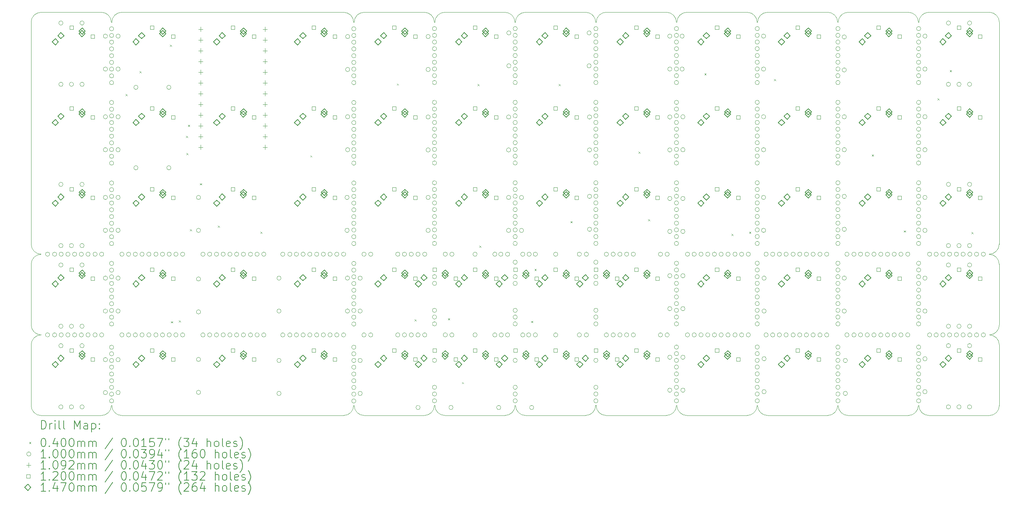
<source format=gbr>
%TF.GenerationSoftware,KiCad,Pcbnew,7.0.2-0*%
%TF.CreationDate,2024-01-31T20:29:30+01:00*%
%TF.ProjectId,CYOA_Ortho,43594f41-5f4f-4727-9468-6f2e6b696361,rev?*%
%TF.SameCoordinates,Original*%
%TF.FileFunction,Drillmap*%
%TF.FilePolarity,Positive*%
%FSLAX45Y45*%
G04 Gerber Fmt 4.5, Leading zero omitted, Abs format (unit mm)*
G04 Created by KiCad (PCBNEW 7.0.2-0) date 2024-01-31 20:29:30*
%MOMM*%
%LPD*%
G01*
G04 APERTURE LIST*
%ADD10C,0.100000*%
%ADD11C,0.200000*%
%ADD12C,0.040000*%
%ADD13C,0.109220*%
%ADD14C,0.120000*%
%ADD15C,0.147000*%
G04 APERTURE END LIST*
D10*
X16608750Y-9310000D02*
G75*
G03*
X16608750Y-9310000I-50000J0D01*
G01*
X19168750Y-9310000D02*
G75*
G03*
X19168750Y-9310000I-50000J0D01*
G01*
X10866875Y-9310000D02*
G75*
G03*
X10866875Y-9310000I-50000J0D01*
G01*
X25055625Y-11221250D02*
G75*
G03*
X25055625Y-11221250I-50000J0D01*
G01*
X5730000Y-13131250D02*
X10978678Y-13129928D01*
X11270000Y-12148125D02*
G75*
G03*
X11270000Y-12148125I-50000J0D01*
G01*
X5301250Y-11221250D02*
G75*
G03*
X5301250Y-11221250I-50000J0D01*
G01*
X20820000Y-8734375D02*
G75*
G03*
X20820000Y-8734375I-50000J0D01*
G01*
X22730000Y-5873750D02*
G75*
G03*
X22730000Y-5873750I-50000J0D01*
G01*
X4978750Y-11221250D02*
G75*
G03*
X4978750Y-11221250I-50000J0D01*
G01*
X26173125Y-9310000D02*
G75*
G03*
X26173125Y-9310000I-50000J0D01*
G01*
X18907428Y-9525000D02*
G75*
G03*
X18907428Y-9525000I-50000J0D01*
G01*
X24640000Y-6032500D02*
G75*
G03*
X24640000Y-6032500I-50000J0D01*
G01*
X25373125Y-11221250D02*
G75*
G03*
X25373125Y-11221250I-50000J0D01*
G01*
X5536178Y-7940625D02*
G75*
G03*
X5536178Y-7940625I-50000J0D01*
G01*
X15090000Y-4127500D02*
G75*
G03*
X15090000Y-4127500I-50000J0D01*
G01*
X17196322Y-3581252D02*
G75*
G03*
X16957572Y-3820000I-2J-238748D01*
G01*
X22674928Y-3820000D02*
X22685072Y-3820000D01*
X5780625Y-11221250D02*
G75*
G03*
X5780625Y-11221250I-50000J0D01*
G01*
X13180000Y-4606875D02*
G75*
G03*
X13180000Y-4606875I-50000J0D01*
G01*
X24640000Y-9525000D02*
G75*
G03*
X24640000Y-9525000I-50000J0D01*
G01*
X25214375Y-11221250D02*
G75*
G03*
X25214375Y-11221250I-50000J0D01*
G01*
X19806875Y-11221250D02*
G75*
G03*
X19806875Y-11221250I-50000J0D01*
G01*
X22730000Y-9525000D02*
G75*
G03*
X22730000Y-9525000I-50000J0D01*
G01*
X13180000Y-8575625D02*
G75*
G03*
X13180000Y-8575625I-50000J0D01*
G01*
X13376322Y-3581252D02*
G75*
G03*
X13137572Y-3820000I-2J-238748D01*
G01*
X11270000Y-10963750D02*
G75*
G03*
X11270000Y-10963750I-50000J0D01*
G01*
X5536178Y-10801250D02*
G75*
G03*
X5536178Y-10801250I-50000J0D01*
G01*
X24640000Y-12620625D02*
G75*
G03*
X24640000Y-12620625I-50000J0D01*
G01*
X18907428Y-6829375D02*
G75*
G03*
X18907428Y-6829375I-50000J0D01*
G01*
X22943125Y-9310000D02*
G75*
G03*
X22943125Y-9310000I-50000J0D01*
G01*
X4501875Y-9310000D02*
G75*
G03*
X4501875Y-9310000I-50000J0D01*
G01*
X15090000Y-6511875D02*
G75*
G03*
X15090000Y-6511875I-50000J0D01*
G01*
X20820000Y-5715000D02*
G75*
G03*
X20820000Y-5715000I-50000J0D01*
G01*
X24595072Y-12891178D02*
G75*
G03*
X24833822Y-13129928I238748J-2D01*
G01*
X20820000Y-8893125D02*
G75*
G03*
X20820000Y-8893125I-50000J0D01*
G01*
X15090000Y-8893125D02*
G75*
G03*
X15090000Y-8893125I-50000J0D01*
G01*
X26501250Y-3820000D02*
G75*
G03*
X26262500Y-3581250I-238750J0D01*
G01*
X22730000Y-10639375D02*
G75*
G03*
X22730000Y-10639375I-50000J0D01*
G01*
X11227572Y-12891178D02*
G75*
G03*
X11466322Y-13129928I238748J-2D01*
G01*
X4020625Y-11221250D02*
G75*
G03*
X4020625Y-11221250I-50000J0D01*
G01*
X22463750Y-11221250D02*
G75*
G03*
X22463750Y-11221250I-50000J0D01*
G01*
X24640000Y-12782500D02*
G75*
G03*
X24640000Y-12782500I-50000J0D01*
G01*
X24640000Y-10480625D02*
G75*
G03*
X24640000Y-10480625I-50000J0D01*
G01*
X18907428Y-12303125D02*
G75*
G03*
X18907428Y-12303125I-50000J0D01*
G01*
X25055625Y-9310000D02*
G75*
G03*
X25055625Y-9310000I-50000J0D01*
G01*
X4020625Y-9310000D02*
G75*
G03*
X4020625Y-9310000I-50000J0D01*
G01*
X18907428Y-6350000D02*
G75*
G03*
X18907428Y-6350000I-50000J0D01*
G01*
X4343125Y-9310000D02*
G75*
G03*
X4343125Y-9310000I-50000J0D01*
G01*
X20820000Y-4286250D02*
G75*
G03*
X20820000Y-4286250I-50000J0D01*
G01*
X17000000Y-8575625D02*
G75*
G03*
X17000000Y-8575625I-50000J0D01*
G01*
X22923822Y-13129928D02*
X24346178Y-13129928D01*
X15090000Y-9842500D02*
G75*
G03*
X15090000Y-9842500I-50000J0D01*
G01*
X13180000Y-7150000D02*
G75*
G03*
X13180000Y-7150000I-50000J0D01*
G01*
X5536178Y-6991250D02*
G75*
G03*
X5536178Y-6991250I-50000J0D01*
G01*
X13180000Y-6829375D02*
G75*
G03*
X13180000Y-6829375I-50000J0D01*
G01*
X18907428Y-8255000D02*
G75*
G03*
X18907428Y-8255000I-50000J0D01*
G01*
X18907428Y-6032500D02*
G75*
G03*
X18907428Y-6032500I-50000J0D01*
G01*
X18907428Y-7620000D02*
G75*
G03*
X18907428Y-7620000I-50000J0D01*
G01*
X13591250Y-11221250D02*
G75*
G03*
X13591250Y-11221250I-50000J0D01*
G01*
X18907428Y-8734375D02*
G75*
G03*
X18907428Y-8734375I-50000J0D01*
G01*
X24640000Y-11823750D02*
G75*
G03*
X24640000Y-11823750I-50000J0D01*
G01*
X22730000Y-3968750D02*
G75*
G03*
X22730000Y-3968750I-50000J0D01*
G01*
X24833822Y-3581252D02*
G75*
G03*
X24595072Y-3820000I-2J-238748D01*
G01*
X5536178Y-3971875D02*
G75*
G03*
X5536178Y-3971875I-50000J0D01*
G01*
X17000000Y-5245000D02*
G75*
G03*
X17000000Y-5245000I-50000J0D01*
G01*
X17000000Y-4606875D02*
G75*
G03*
X17000000Y-4606875I-50000J0D01*
G01*
X20820000Y-10798125D02*
G75*
G03*
X20820000Y-10798125I-50000J0D01*
G01*
X22730000Y-10798125D02*
G75*
G03*
X22730000Y-10798125I-50000J0D01*
G01*
X15090000Y-5245000D02*
G75*
G03*
X15090000Y-5245000I-50000J0D01*
G01*
X5536178Y-4927500D02*
G75*
G03*
X5536178Y-4927500I-50000J0D01*
G01*
X11270000Y-10163750D02*
G75*
G03*
X11270000Y-10163750I-50000J0D01*
G01*
X11270000Y-10005000D02*
G75*
G03*
X11270000Y-10005000I-50000J0D01*
G01*
X22730000Y-11982500D02*
G75*
G03*
X22730000Y-11982500I-50000J0D01*
G01*
X11217428Y-12891178D02*
X11227572Y-12891178D01*
X13376322Y-13129928D02*
X14798678Y-13129928D01*
X22943125Y-11221250D02*
G75*
G03*
X22943125Y-11221250I-50000J0D01*
G01*
X18618678Y-13129928D02*
G75*
G03*
X18857428Y-12891178I2J238748D01*
G01*
X15090000Y-9055000D02*
G75*
G03*
X15090000Y-9055000I-50000J0D01*
G01*
X24640000Y-5873750D02*
G75*
G03*
X24640000Y-5873750I-50000J0D01*
G01*
X13180000Y-7620000D02*
G75*
G03*
X13180000Y-7620000I-50000J0D01*
G01*
X20528678Y-13129928D02*
G75*
G03*
X20767428Y-12891178I2J238748D01*
G01*
X8336875Y-9310000D02*
G75*
G03*
X8336875Y-9310000I-50000J0D01*
G01*
X15090000Y-4765625D02*
G75*
G03*
X15090000Y-4765625I-50000J0D01*
G01*
X26501250Y-11460000D02*
G75*
G03*
X26262500Y-11221250I-238750J0D01*
G01*
X11270000Y-6515625D02*
G75*
G03*
X11270000Y-6515625I-50000J0D01*
G01*
X5536178Y-6515000D02*
G75*
G03*
X5536178Y-6515000I-50000J0D01*
G01*
X11270000Y-4769375D02*
G75*
G03*
X11270000Y-4769375I-50000J0D01*
G01*
X17000000Y-6829375D02*
G75*
G03*
X17000000Y-6829375I-50000J0D01*
G01*
X11270000Y-6833125D02*
G75*
G03*
X11270000Y-6833125I-50000J0D01*
G01*
X25852500Y-11221250D02*
G75*
G03*
X25852500Y-11221250I-50000J0D01*
G01*
X11270000Y-8420625D02*
G75*
G03*
X11270000Y-8420625I-50000J0D01*
G01*
X22730000Y-12620625D02*
G75*
G03*
X22730000Y-12620625I-50000J0D01*
G01*
X22730000Y-12461875D02*
G75*
G03*
X22730000Y-12461875I-50000J0D01*
G01*
X17000000Y-9500000D02*
G75*
G03*
X17000000Y-9500000I-50000J0D01*
G01*
X22730000Y-9683750D02*
G75*
G03*
X22730000Y-9683750I-50000J0D01*
G01*
X22730000Y-12782500D02*
G75*
G03*
X22730000Y-12782500I-50000J0D01*
G01*
X20820000Y-7150000D02*
G75*
G03*
X20820000Y-7150000I-50000J0D01*
G01*
X26258678Y-9311248D02*
G75*
G03*
X26497428Y-9072500I2J238748D01*
G01*
X10978678Y-3581250D02*
X5730000Y-3581250D01*
X24833822Y-13129928D02*
X26262500Y-13131250D01*
X15090000Y-8734375D02*
G75*
G03*
X15090000Y-8734375I-50000J0D01*
G01*
X24640000Y-12461875D02*
G75*
G03*
X24640000Y-12461875I-50000J0D01*
G01*
X18907428Y-10798125D02*
G75*
G03*
X18907428Y-10798125I-50000J0D01*
G01*
X7698750Y-11221250D02*
G75*
G03*
X7698750Y-11221250I-50000J0D01*
G01*
X24640000Y-12303125D02*
G75*
G03*
X24640000Y-12303125I-50000J0D01*
G01*
X21503125Y-9310000D02*
G75*
G03*
X21503125Y-9310000I-50000J0D01*
G01*
X23265625Y-11221250D02*
G75*
G03*
X23265625Y-11221250I-50000J0D01*
G01*
X17000000Y-9842500D02*
G75*
G03*
X17000000Y-9842500I-50000J0D01*
G01*
X22730000Y-10960000D02*
G75*
G03*
X22730000Y-10960000I-50000J0D01*
G01*
X6256875Y-11221250D02*
G75*
G03*
X6256875Y-11221250I-50000J0D01*
G01*
X4501875Y-11221250D02*
G75*
G03*
X4501875Y-11221250I-50000J0D01*
G01*
X20820000Y-12303125D02*
G75*
G03*
X20820000Y-12303125I-50000J0D01*
G01*
X15047572Y-12891178D02*
G75*
G03*
X15286322Y-13129928I238748J-2D01*
G01*
X25535000Y-9310000D02*
G75*
G03*
X25535000Y-9310000I-50000J0D01*
G01*
X5536178Y-5718125D02*
G75*
G03*
X5536178Y-5718125I-50000J0D01*
G01*
X16947430Y-3820000D02*
G75*
G03*
X16708678Y-3581250I-238750J0D01*
G01*
X5536178Y-10963125D02*
G75*
G03*
X5536178Y-10963125I-50000J0D01*
G01*
X12948125Y-11221250D02*
G75*
G03*
X12948125Y-11221250I-50000J0D01*
G01*
X20820000Y-6511875D02*
G75*
G03*
X20820000Y-6511875I-50000J0D01*
G01*
X20820000Y-11665000D02*
G75*
G03*
X20820000Y-11665000I-50000J0D01*
G01*
X18687500Y-11221250D02*
G75*
G03*
X18687500Y-11221250I-50000J0D01*
G01*
X22730000Y-9842500D02*
G75*
G03*
X22730000Y-9842500I-50000J0D01*
G01*
X26262500Y-11221250D02*
G75*
G03*
X26501250Y-10982500I0J238750D01*
G01*
X18907428Y-8096250D02*
G75*
G03*
X18907428Y-8096250I-50000J0D01*
G01*
X11270000Y-8738125D02*
G75*
G03*
X11270000Y-8738125I-50000J0D01*
G01*
X6418750Y-9310000D02*
G75*
G03*
X6418750Y-9310000I-50000J0D01*
G01*
X13127430Y-3820000D02*
G75*
G03*
X12888678Y-3581250I-238750J0D01*
G01*
X9588750Y-9310000D02*
G75*
G03*
X9588750Y-9310000I-50000J0D01*
G01*
X24640000Y-8734375D02*
G75*
G03*
X24640000Y-8734375I-50000J0D01*
G01*
X11466322Y-13129928D02*
X12888678Y-13129928D01*
X17000000Y-3968750D02*
G75*
G03*
X17000000Y-3968750I-50000J0D01*
G01*
X22923822Y-3581252D02*
G75*
G03*
X22685072Y-3820000I-2J-238748D01*
G01*
X14910000Y-9310000D02*
G75*
G03*
X14910000Y-9310000I-50000J0D01*
G01*
X23745000Y-9310000D02*
G75*
G03*
X23745000Y-9310000I-50000J0D01*
G01*
X24640000Y-4606875D02*
G75*
G03*
X24640000Y-4606875I-50000J0D01*
G01*
X17000000Y-7620000D02*
G75*
G03*
X17000000Y-7620000I-50000J0D01*
G01*
X18907428Y-5873750D02*
G75*
G03*
X18907428Y-5873750I-50000J0D01*
G01*
X24640000Y-10798125D02*
G75*
G03*
X24640000Y-10798125I-50000J0D01*
G01*
X13180000Y-8096250D02*
G75*
G03*
X13180000Y-8096250I-50000J0D01*
G01*
X17000000Y-10960000D02*
G75*
G03*
X17000000Y-10960000I-50000J0D01*
G01*
X20820000Y-10960000D02*
G75*
G03*
X20820000Y-10960000I-50000J0D01*
G01*
X24640000Y-5245000D02*
G75*
G03*
X24640000Y-5245000I-50000J0D01*
G01*
X24640000Y-9683750D02*
G75*
G03*
X24640000Y-9683750I-50000J0D01*
G01*
X17886875Y-11221250D02*
G75*
G03*
X17886875Y-11221250I-50000J0D01*
G01*
X5481107Y-3820000D02*
X5491250Y-3820000D01*
X5536178Y-12623750D02*
G75*
G03*
X5536178Y-12623750I-50000J0D01*
G01*
X8980000Y-11221250D02*
G75*
G03*
X8980000Y-11221250I-50000J0D01*
G01*
X3581250Y-12892500D02*
G75*
G03*
X3820000Y-13131250I238750J0D01*
G01*
X11670000Y-11221250D02*
G75*
G03*
X11670000Y-11221250I-50000J0D01*
G01*
X12789375Y-11221250D02*
G75*
G03*
X12789375Y-11221250I-50000J0D01*
G01*
X20608750Y-9310000D02*
G75*
G03*
X20608750Y-9310000I-50000J0D01*
G01*
X20820000Y-10321875D02*
G75*
G03*
X20820000Y-10321875I-50000J0D01*
G01*
X4187500Y-9310000D02*
G75*
G03*
X4187500Y-9310000I-50000J0D01*
G01*
X22730000Y-7937500D02*
G75*
G03*
X22730000Y-7937500I-50000J0D01*
G01*
X20820000Y-12620625D02*
G75*
G03*
X20820000Y-12620625I-50000J0D01*
G01*
X20820000Y-6670625D02*
G75*
G03*
X20820000Y-6670625I-50000J0D01*
G01*
X13180000Y-5873750D02*
G75*
G03*
X13180000Y-5873750I-50000J0D01*
G01*
X18907428Y-7778750D02*
G75*
G03*
X18907428Y-7778750I-50000J0D01*
G01*
X8824375Y-11221250D02*
G75*
G03*
X8824375Y-11221250I-50000J0D01*
G01*
X24640000Y-7937500D02*
G75*
G03*
X24640000Y-7937500I-50000J0D01*
G01*
X18907428Y-9842500D02*
G75*
G03*
X18907428Y-9842500I-50000J0D01*
G01*
X22730000Y-10160000D02*
G75*
G03*
X22730000Y-10160000I-50000J0D01*
G01*
X15410000Y-11221250D02*
G75*
G03*
X15410000Y-11221250I-50000J0D01*
G01*
X9911250Y-11221250D02*
G75*
G03*
X9911250Y-11221250I-50000J0D01*
G01*
X26497428Y-9072500D02*
X26501250Y-3820000D01*
X15090000Y-10798125D02*
G75*
G03*
X15090000Y-10798125I-50000J0D01*
G01*
X18907428Y-6511875D02*
G75*
G03*
X18907428Y-6511875I-50000J0D01*
G01*
X11270000Y-7941250D02*
G75*
G03*
X11270000Y-7941250I-50000J0D01*
G01*
X15090000Y-6191250D02*
G75*
G03*
X15090000Y-6191250I-50000J0D01*
G01*
X5536178Y-11512500D02*
G75*
G03*
X5536178Y-11512500I-50000J0D01*
G01*
X20820000Y-7778750D02*
G75*
G03*
X20820000Y-7778750I-50000J0D01*
G01*
X22730000Y-6829375D02*
G75*
G03*
X22730000Y-6829375I-50000J0D01*
G01*
X19489375Y-11221250D02*
G75*
G03*
X19489375Y-11221250I-50000J0D01*
G01*
X11270000Y-4928125D02*
G75*
G03*
X11270000Y-4928125I-50000J0D01*
G01*
X6098125Y-11221250D02*
G75*
G03*
X6098125Y-11221250I-50000J0D01*
G01*
X19965625Y-11221250D02*
G75*
G03*
X19965625Y-11221250I-50000J0D01*
G01*
X5536178Y-7153125D02*
G75*
G03*
X5536178Y-7153125I-50000J0D01*
G01*
X24640000Y-6670625D02*
G75*
G03*
X24640000Y-6670625I-50000J0D01*
G01*
X11270000Y-3972500D02*
G75*
G03*
X11270000Y-3972500I-50000J0D01*
G01*
X20777572Y-12891178D02*
G75*
G03*
X21016322Y-13129928I238748J-2D01*
G01*
X24640000Y-4924375D02*
G75*
G03*
X24640000Y-4924375I-50000J0D01*
G01*
X14910000Y-11221250D02*
G75*
G03*
X14910000Y-11221250I-50000J0D01*
G01*
X24584930Y-3820000D02*
G75*
G03*
X24346178Y-3581250I-238750J0D01*
G01*
X13180000Y-5715000D02*
G75*
G03*
X13180000Y-5715000I-50000J0D01*
G01*
X22730000Y-10001250D02*
G75*
G03*
X22730000Y-10001250I-50000J0D01*
G01*
X17569375Y-11221250D02*
G75*
G03*
X17569375Y-11221250I-50000J0D01*
G01*
X5536178Y-5248125D02*
G75*
G03*
X5536178Y-5248125I-50000J0D01*
G01*
X20820000Y-11823750D02*
G75*
G03*
X20820000Y-11823750I-50000J0D01*
G01*
X22730000Y-12144375D02*
G75*
G03*
X22730000Y-12144375I-50000J0D01*
G01*
X17000000Y-7937500D02*
G75*
G03*
X17000000Y-7937500I-50000J0D01*
G01*
X14140000Y-11221250D02*
G75*
G03*
X14140000Y-11221250I-50000J0D01*
G01*
X15090000Y-5715000D02*
G75*
G03*
X15090000Y-5715000I-50000J0D01*
G01*
X22730000Y-6670625D02*
G75*
G03*
X22730000Y-6670625I-50000J0D01*
G01*
X22730000Y-8255000D02*
G75*
G03*
X22730000Y-8255000I-50000J0D01*
G01*
X5536178Y-6673750D02*
G75*
G03*
X5536178Y-6673750I-50000J0D01*
G01*
X21185625Y-11221250D02*
G75*
G03*
X21185625Y-11221250I-50000J0D01*
G01*
X18907428Y-3968750D02*
G75*
G03*
X18907428Y-3968750I-50000J0D01*
G01*
X24640000Y-10160000D02*
G75*
G03*
X24640000Y-10160000I-50000J0D01*
G01*
X26501250Y-10982500D02*
X26497428Y-9550000D01*
X11270000Y-11986250D02*
G75*
G03*
X11270000Y-11986250I-50000J0D01*
G01*
X9755625Y-9310000D02*
G75*
G03*
X9755625Y-9310000I-50000J0D01*
G01*
X18907428Y-4606875D02*
G75*
G03*
X18907428Y-4606875I-50000J0D01*
G01*
X11270000Y-7782500D02*
G75*
G03*
X11270000Y-7782500I-50000J0D01*
G01*
X24640000Y-6350000D02*
G75*
G03*
X24640000Y-6350000I-50000J0D01*
G01*
X18907428Y-10160000D02*
G75*
G03*
X18907428Y-10160000I-50000J0D01*
G01*
X20820000Y-4924375D02*
G75*
G03*
X20820000Y-4924375I-50000J0D01*
G01*
X24640000Y-4286250D02*
G75*
G03*
X24640000Y-4286250I-50000J0D01*
G01*
X22730000Y-7620000D02*
G75*
G03*
X22730000Y-7620000I-50000J0D01*
G01*
X22730000Y-4445000D02*
G75*
G03*
X22730000Y-4445000I-50000J0D01*
G01*
X7698750Y-9310000D02*
G75*
G03*
X7698750Y-9310000I-50000J0D01*
G01*
X22730000Y-12303125D02*
G75*
G03*
X22730000Y-12303125I-50000J0D01*
G01*
X6585625Y-11221250D02*
G75*
G03*
X6585625Y-11221250I-50000J0D01*
G01*
X23903750Y-9310000D02*
G75*
G03*
X23903750Y-9310000I-50000J0D01*
G01*
X3581250Y-10982500D02*
G75*
G03*
X3820000Y-11221250I238750J0D01*
G01*
X4820000Y-9310000D02*
G75*
G03*
X4820000Y-9310000I-50000J0D01*
G01*
X5536178Y-8737500D02*
G75*
G03*
X5536178Y-8737500I-50000J0D01*
G01*
X11270000Y-6674375D02*
G75*
G03*
X11270000Y-6674375I-50000J0D01*
G01*
X13180000Y-9842500D02*
G75*
G03*
X13180000Y-9842500I-50000J0D01*
G01*
X15270000Y-11221250D02*
G75*
G03*
X15270000Y-11221250I-50000J0D01*
G01*
X11270000Y-10801875D02*
G75*
G03*
X11270000Y-10801875I-50000J0D01*
G01*
X17000000Y-6350000D02*
G75*
G03*
X17000000Y-6350000I-50000J0D01*
G01*
X26262500Y-13131250D02*
G75*
G03*
X26501250Y-12892500I0J238750D01*
G01*
X16048750Y-9310000D02*
G75*
G03*
X16048750Y-9310000I-50000J0D01*
G01*
X20820000Y-5083125D02*
G75*
G03*
X20820000Y-5083125I-50000J0D01*
G01*
X5536178Y-5876875D02*
G75*
G03*
X5536178Y-5876875I-50000J0D01*
G01*
X24640000Y-9055000D02*
G75*
G03*
X24640000Y-9055000I-50000J0D01*
G01*
X18907428Y-9055000D02*
G75*
G03*
X18907428Y-9055000I-50000J0D01*
G01*
X22730000Y-11509375D02*
G75*
G03*
X22730000Y-11509375I-50000J0D01*
G01*
X24640000Y-10960000D02*
G75*
G03*
X24640000Y-10960000I-50000J0D01*
G01*
X8019375Y-11221250D02*
G75*
G03*
X8019375Y-11221250I-50000J0D01*
G01*
X13180000Y-4924375D02*
G75*
G03*
X13180000Y-4924375I-50000J0D01*
G01*
X20820000Y-7620000D02*
G75*
G03*
X20820000Y-7620000I-50000J0D01*
G01*
X24640000Y-10321875D02*
G75*
G03*
X24640000Y-10321875I-50000J0D01*
G01*
X20608750Y-11221250D02*
G75*
G03*
X20608750Y-11221250I-50000J0D01*
G01*
X3821250Y-9311250D02*
G75*
G03*
X3582500Y-9550000I0J-238750D01*
G01*
X20820000Y-6988125D02*
G75*
G03*
X20820000Y-6988125I-50000J0D01*
G01*
X6741250Y-11221250D02*
G75*
G03*
X6741250Y-11221250I-50000J0D01*
G01*
X12948125Y-9310000D02*
G75*
G03*
X12948125Y-9310000I-50000J0D01*
G01*
X5536178Y-6353125D02*
G75*
G03*
X5536178Y-6353125I-50000J0D01*
G01*
X22730000Y-4286250D02*
G75*
G03*
X22730000Y-4286250I-50000J0D01*
G01*
X23583125Y-9310000D02*
G75*
G03*
X23583125Y-9310000I-50000J0D01*
G01*
X12310000Y-9310000D02*
G75*
G03*
X12310000Y-9310000I-50000J0D01*
G01*
X17886875Y-9310000D02*
G75*
G03*
X17886875Y-9310000I-50000J0D01*
G01*
X21344375Y-9310000D02*
G75*
G03*
X21344375Y-9310000I-50000J0D01*
G01*
X13180000Y-6670625D02*
G75*
G03*
X13180000Y-6670625I-50000J0D01*
G01*
X5536178Y-7781875D02*
G75*
G03*
X5536178Y-7781875I-50000J0D01*
G01*
X16706178Y-13129928D02*
G75*
G03*
X16944928Y-12891178I2J238748D01*
G01*
X3820000Y-13131250D02*
X5242357Y-13131250D01*
X17410625Y-11221250D02*
G75*
G03*
X17410625Y-11221250I-50000J0D01*
G01*
X14798678Y-13129928D02*
G75*
G03*
X15037428Y-12891178I2J238748D01*
G01*
X13180000Y-12782500D02*
G75*
G03*
X13180000Y-12782500I-50000J0D01*
G01*
X13180000Y-5083125D02*
G75*
G03*
X13180000Y-5083125I-50000J0D01*
G01*
X5536178Y-6194375D02*
G75*
G03*
X5536178Y-6194375I-50000J0D01*
G01*
X20820000Y-6350000D02*
G75*
G03*
X20820000Y-6350000I-50000J0D01*
G01*
X24221250Y-11221250D02*
G75*
G03*
X24221250Y-11221250I-50000J0D01*
G01*
X22730000Y-8575625D02*
G75*
G03*
X22730000Y-8575625I-50000J0D01*
G01*
X22674928Y-12891178D02*
X22685072Y-12891178D01*
X18907428Y-6988125D02*
G75*
G03*
X18907428Y-6988125I-50000J0D01*
G01*
X24640000Y-6988125D02*
G75*
G03*
X24640000Y-6988125I-50000J0D01*
G01*
X17000000Y-6032500D02*
G75*
G03*
X17000000Y-6032500I-50000J0D01*
G01*
X11270000Y-7623750D02*
G75*
G03*
X11270000Y-7623750I-50000J0D01*
G01*
X9911250Y-9310000D02*
G75*
G03*
X9911250Y-9310000I-50000J0D01*
G01*
X22730000Y-8893125D02*
G75*
G03*
X22730000Y-8893125I-50000J0D01*
G01*
X22730000Y-6032500D02*
G75*
G03*
X22730000Y-6032500I-50000J0D01*
G01*
X22143125Y-11221250D02*
G75*
G03*
X22143125Y-11221250I-50000J0D01*
G01*
X9138750Y-9310000D02*
G75*
G03*
X9138750Y-9310000I-50000J0D01*
G01*
X19327500Y-9310000D02*
G75*
G03*
X19327500Y-9310000I-50000J0D01*
G01*
X16775625Y-9310000D02*
G75*
G03*
X16775625Y-9310000I-50000J0D01*
G01*
X22730000Y-5245000D02*
G75*
G03*
X22730000Y-5245000I-50000J0D01*
G01*
X11270000Y-6353750D02*
G75*
G03*
X11270000Y-6353750I-50000J0D01*
G01*
X18907428Y-11823750D02*
G75*
G03*
X18907428Y-11823750I-50000J0D01*
G01*
X11270000Y-10484375D02*
G75*
G03*
X11270000Y-10484375I-50000J0D01*
G01*
X21984375Y-11221250D02*
G75*
G03*
X21984375Y-11221250I-50000J0D01*
G01*
X4978750Y-9310000D02*
G75*
G03*
X4978750Y-9310000I-50000J0D01*
G01*
X9138750Y-11221250D02*
G75*
G03*
X9138750Y-11221250I-50000J0D01*
G01*
X11511250Y-11221250D02*
G75*
G03*
X11511250Y-11221250I-50000J0D01*
G01*
X10708125Y-9310000D02*
G75*
G03*
X10708125Y-9310000I-50000J0D01*
G01*
X22436178Y-13129928D02*
G75*
G03*
X22674928Y-12891178I2J238748D01*
G01*
X17000000Y-4127500D02*
G75*
G03*
X17000000Y-4127500I-50000J0D01*
G01*
X18907428Y-5715000D02*
G75*
G03*
X18907428Y-5715000I-50000J0D01*
G01*
X15090000Y-5873750D02*
G75*
G03*
X15090000Y-5873750I-50000J0D01*
G01*
X12468750Y-11221250D02*
G75*
G03*
X12468750Y-11221250I-50000J0D01*
G01*
X13137572Y-12891178D02*
G75*
G03*
X13376322Y-13129928I238748J-2D01*
G01*
X24640000Y-8096250D02*
G75*
G03*
X24640000Y-8096250I-50000J0D01*
G01*
X5481110Y-3820000D02*
G75*
G03*
X5242357Y-3581250I-238750J0D01*
G01*
X22730000Y-4765625D02*
G75*
G03*
X22730000Y-4765625I-50000J0D01*
G01*
X20820000Y-12461875D02*
G75*
G03*
X20820000Y-12461875I-50000J0D01*
G01*
X17000000Y-12620625D02*
G75*
G03*
X17000000Y-12620625I-50000J0D01*
G01*
X18687500Y-9310000D02*
G75*
G03*
X18687500Y-9310000I-50000J0D01*
G01*
X18907428Y-8893125D02*
G75*
G03*
X18907428Y-8893125I-50000J0D01*
G01*
X16708678Y-3581250D02*
X15283822Y-3581250D01*
X4661250Y-11221250D02*
G75*
G03*
X4661250Y-11221250I-50000J0D01*
G01*
X24640000Y-6191250D02*
G75*
G03*
X24640000Y-6191250I-50000J0D01*
G01*
X24900000Y-9310000D02*
G75*
G03*
X24900000Y-9310000I-50000J0D01*
G01*
X11466322Y-3581250D02*
X12888678Y-3581250D01*
X24640000Y-8893125D02*
G75*
G03*
X24640000Y-8893125I-50000J0D01*
G01*
X21030000Y-9310000D02*
G75*
G03*
X21030000Y-9310000I-50000J0D01*
G01*
X12630625Y-11221250D02*
G75*
G03*
X12630625Y-11221250I-50000J0D01*
G01*
X13180000Y-7778750D02*
G75*
G03*
X13180000Y-7778750I-50000J0D01*
G01*
X11270000Y-6195000D02*
G75*
G03*
X11270000Y-6195000I-50000J0D01*
G01*
X11270000Y-6036250D02*
G75*
G03*
X11270000Y-6036250I-50000J0D01*
G01*
X22730000Y-10480625D02*
G75*
G03*
X22730000Y-10480625I-50000J0D01*
G01*
X16608750Y-11221250D02*
G75*
G03*
X16608750Y-11221250I-50000J0D01*
G01*
X24640000Y-4765625D02*
G75*
G03*
X24640000Y-4765625I-50000J0D01*
G01*
X19806875Y-9310000D02*
G75*
G03*
X19806875Y-9310000I-50000J0D01*
G01*
X8178125Y-11221250D02*
G75*
G03*
X8178125Y-11221250I-50000J0D01*
G01*
X20820000Y-11982500D02*
G75*
G03*
X20820000Y-11982500I-50000J0D01*
G01*
X17193822Y-13129928D02*
X18618678Y-13129928D01*
X22730000Y-7778750D02*
G75*
G03*
X22730000Y-7778750I-50000J0D01*
G01*
X13180000Y-9055000D02*
G75*
G03*
X13180000Y-9055000I-50000J0D01*
G01*
X20294375Y-9310000D02*
G75*
G03*
X20294375Y-9310000I-50000J0D01*
G01*
X20820000Y-9525000D02*
G75*
G03*
X20820000Y-9525000I-50000J0D01*
G01*
X13180000Y-8893125D02*
G75*
G03*
X13180000Y-8893125I-50000J0D01*
G01*
X18907428Y-10321875D02*
G75*
G03*
X18907428Y-10321875I-50000J0D01*
G01*
X18907428Y-12620625D02*
G75*
G03*
X18907428Y-12620625I-50000J0D01*
G01*
X20820000Y-8096250D02*
G75*
G03*
X20820000Y-8096250I-50000J0D01*
G01*
X13180000Y-10639375D02*
G75*
G03*
X13180000Y-10639375I-50000J0D01*
G01*
X11270000Y-6991875D02*
G75*
G03*
X11270000Y-6991875I-50000J0D01*
G01*
X13180000Y-6988125D02*
G75*
G03*
X13180000Y-6988125I-50000J0D01*
G01*
X17000000Y-11823750D02*
G75*
G03*
X17000000Y-11823750I-50000J0D01*
G01*
X6900000Y-9310000D02*
G75*
G03*
X6900000Y-9310000I-50000J0D01*
G01*
X24640000Y-5715000D02*
G75*
G03*
X24640000Y-5715000I-50000J0D01*
G01*
X5536178Y-8258125D02*
G75*
G03*
X5536178Y-8258125I-50000J0D01*
G01*
X24640000Y-4127500D02*
G75*
G03*
X24640000Y-4127500I-50000J0D01*
G01*
X15090000Y-6032500D02*
G75*
G03*
X15090000Y-6032500I-50000J0D01*
G01*
X17000000Y-4445000D02*
G75*
G03*
X17000000Y-4445000I-50000J0D01*
G01*
X5536178Y-5086250D02*
G75*
G03*
X5536178Y-5086250I-50000J0D01*
G01*
X21344375Y-11221250D02*
G75*
G03*
X21344375Y-11221250I-50000J0D01*
G01*
X8657500Y-11221250D02*
G75*
G03*
X8657500Y-11221250I-50000J0D01*
G01*
X5536178Y-12147500D02*
G75*
G03*
X5536178Y-12147500I-50000J0D01*
G01*
X5491250Y-12892500D02*
G75*
G03*
X5730000Y-13131250I238750J0D01*
G01*
X13127428Y-12891178D02*
X13137572Y-12891178D01*
X7857500Y-9310000D02*
G75*
G03*
X7857500Y-9310000I-50000J0D01*
G01*
X15090000Y-3968750D02*
G75*
G03*
X15090000Y-3968750I-50000J0D01*
G01*
X11270000Y-9687500D02*
G75*
G03*
X11270000Y-9687500I-50000J0D01*
G01*
X20820000Y-10160000D02*
G75*
G03*
X20820000Y-10160000I-50000J0D01*
G01*
X20820000Y-4765625D02*
G75*
G03*
X20820000Y-4765625I-50000J0D01*
G01*
X18907428Y-4924375D02*
G75*
G03*
X18907428Y-4924375I-50000J0D01*
G01*
X18907428Y-4765625D02*
G75*
G03*
X18907428Y-4765625I-50000J0D01*
G01*
X15090000Y-12782500D02*
G75*
G03*
X15090000Y-12782500I-50000J0D01*
G01*
X18907428Y-11665000D02*
G75*
G03*
X18907428Y-11665000I-50000J0D01*
G01*
X24640000Y-8255000D02*
G75*
G03*
X24640000Y-8255000I-50000J0D01*
G01*
X17000000Y-12782500D02*
G75*
G03*
X17000000Y-12782500I-50000J0D01*
G01*
X18907428Y-12144375D02*
G75*
G03*
X18907428Y-12144375I-50000J0D01*
G01*
X4661250Y-9310000D02*
G75*
G03*
X4661250Y-9310000I-50000J0D01*
G01*
X20767428Y-12891178D02*
X20777572Y-12891178D01*
X10390625Y-11221250D02*
G75*
G03*
X10390625Y-11221250I-50000J0D01*
G01*
X7058750Y-9310000D02*
G75*
G03*
X7058750Y-9310000I-50000J0D01*
G01*
X17410625Y-9310000D02*
G75*
G03*
X17410625Y-9310000I-50000J0D01*
G01*
X21825625Y-11221250D02*
G75*
G03*
X21825625Y-11221250I-50000J0D01*
G01*
X15283822Y-3581252D02*
G75*
G03*
X15045072Y-3820000I-2J-238748D01*
G01*
X13180000Y-6350000D02*
G75*
G03*
X13180000Y-6350000I-50000J0D01*
G01*
X24062500Y-11221250D02*
G75*
G03*
X24062500Y-11221250I-50000J0D01*
G01*
X11270000Y-7153750D02*
G75*
G03*
X11270000Y-7153750I-50000J0D01*
G01*
X18857428Y-12891178D02*
X18867572Y-12891178D01*
X15090000Y-4924375D02*
G75*
G03*
X15090000Y-4924375I-50000J0D01*
G01*
X24640000Y-5083125D02*
G75*
G03*
X24640000Y-5083125I-50000J0D01*
G01*
X15090000Y-12620625D02*
G75*
G03*
X15090000Y-12620625I-50000J0D01*
G01*
X17000000Y-8416875D02*
G75*
G03*
X17000000Y-8416875I-50000J0D01*
G01*
X20820000Y-10480625D02*
G75*
G03*
X20820000Y-10480625I-50000J0D01*
G01*
X17000000Y-4286250D02*
G75*
G03*
X17000000Y-4286250I-50000J0D01*
G01*
X24383125Y-9310000D02*
G75*
G03*
X24383125Y-9310000I-50000J0D01*
G01*
X13180000Y-6191250D02*
G75*
G03*
X13180000Y-6191250I-50000J0D01*
G01*
X18867572Y-12891178D02*
G75*
G03*
X19106322Y-13129928I238748J-2D01*
G01*
X11270000Y-11668750D02*
G75*
G03*
X11270000Y-11668750I-50000J0D01*
G01*
X5536178Y-7623125D02*
G75*
G03*
X5536178Y-7623125I-50000J0D01*
G01*
X20820000Y-4127500D02*
G75*
G03*
X20820000Y-4127500I-50000J0D01*
G01*
X21670000Y-9310000D02*
G75*
G03*
X21670000Y-9310000I-50000J0D01*
G01*
X11270000Y-12465625D02*
G75*
G03*
X11270000Y-12465625I-50000J0D01*
G01*
X19106322Y-3581250D02*
X20528678Y-3581250D01*
X21030000Y-11221250D02*
G75*
G03*
X21030000Y-11221250I-50000J0D01*
G01*
X17000000Y-6191250D02*
G75*
G03*
X17000000Y-6191250I-50000J0D01*
G01*
X15090000Y-7150000D02*
G75*
G03*
X15090000Y-7150000I-50000J0D01*
G01*
X14140000Y-9310000D02*
G75*
G03*
X14140000Y-9310000I-50000J0D01*
G01*
X26011250Y-9310000D02*
G75*
G03*
X26011250Y-9310000I-50000J0D01*
G01*
X13180000Y-5245000D02*
G75*
G03*
X13180000Y-5245000I-50000J0D01*
G01*
X11270000Y-9846250D02*
G75*
G03*
X11270000Y-9846250I-50000J0D01*
G01*
X20820000Y-3968750D02*
G75*
G03*
X20820000Y-3968750I-50000J0D01*
G01*
X13180000Y-10798125D02*
G75*
G03*
X13180000Y-10798125I-50000J0D01*
G01*
X8495625Y-11221250D02*
G75*
G03*
X8495625Y-11221250I-50000J0D01*
G01*
X11270000Y-11513125D02*
G75*
G03*
X11270000Y-11513125I-50000J0D01*
G01*
X20820000Y-6829375D02*
G75*
G03*
X20820000Y-6829375I-50000J0D01*
G01*
X24640000Y-12144375D02*
G75*
G03*
X24640000Y-12144375I-50000J0D01*
G01*
X18907428Y-12461875D02*
G75*
G03*
X18907428Y-12461875I-50000J0D01*
G01*
X18907428Y-4445000D02*
G75*
G03*
X18907428Y-4445000I-50000J0D01*
G01*
X5536178Y-4289375D02*
G75*
G03*
X5536178Y-4289375I-50000J0D01*
G01*
X25693750Y-11221250D02*
G75*
G03*
X25693750Y-11221250I-50000J0D01*
G01*
X13435625Y-11221250D02*
G75*
G03*
X13435625Y-11221250I-50000J0D01*
G01*
X22730000Y-6988125D02*
G75*
G03*
X22730000Y-6988125I-50000J0D01*
G01*
X11270000Y-10325625D02*
G75*
G03*
X11270000Y-10325625I-50000J0D01*
G01*
X19168750Y-11221250D02*
G75*
G03*
X19168750Y-11221250I-50000J0D01*
G01*
X20820000Y-10001250D02*
G75*
G03*
X20820000Y-10001250I-50000J0D01*
G01*
X8178125Y-9310000D02*
G75*
G03*
X8178125Y-9310000I-50000J0D01*
G01*
X17000000Y-5715000D02*
G75*
G03*
X17000000Y-5715000I-50000J0D01*
G01*
X23424375Y-9310000D02*
G75*
G03*
X23424375Y-9310000I-50000J0D01*
G01*
X15420000Y-9310000D02*
G75*
G03*
X15420000Y-9310000I-50000J0D01*
G01*
X17569375Y-9310000D02*
G75*
G03*
X17569375Y-9310000I-50000J0D01*
G01*
X11270000Y-12624375D02*
G75*
G03*
X11270000Y-12624375I-50000J0D01*
G01*
X5536178Y-9845625D02*
G75*
G03*
X5536178Y-9845625I-50000J0D01*
G01*
X17000000Y-8893125D02*
G75*
G03*
X17000000Y-8893125I-50000J0D01*
G01*
X15090000Y-4606875D02*
G75*
G03*
X15090000Y-4606875I-50000J0D01*
G01*
X13180000Y-8416875D02*
G75*
G03*
X13180000Y-8416875I-50000J0D01*
G01*
X5481107Y-12892500D02*
X5491250Y-12892500D01*
X14608750Y-11221250D02*
G75*
G03*
X14608750Y-11221250I-50000J0D01*
G01*
X20294375Y-11221250D02*
G75*
G03*
X20294375Y-11221250I-50000J0D01*
G01*
X17000000Y-8734375D02*
G75*
G03*
X17000000Y-8734375I-50000J0D01*
G01*
X24640000Y-6829375D02*
G75*
G03*
X24640000Y-6829375I-50000J0D01*
G01*
X21185625Y-9310000D02*
G75*
G03*
X21185625Y-9310000I-50000J0D01*
G01*
X22730000Y-11665000D02*
G75*
G03*
X22730000Y-11665000I-50000J0D01*
G01*
X8980000Y-9310000D02*
G75*
G03*
X8980000Y-9310000I-50000J0D01*
G01*
X21984375Y-9310000D02*
G75*
G03*
X21984375Y-9310000I-50000J0D01*
G01*
X5536178Y-11668125D02*
G75*
G03*
X5536178Y-11668125I-50000J0D01*
G01*
X21670000Y-11221250D02*
G75*
G03*
X21670000Y-11221250I-50000J0D01*
G01*
X15034930Y-3820000D02*
G75*
G03*
X14796178Y-3581250I-238750J0D01*
G01*
X3581250Y-11460000D02*
X3581250Y-12892500D01*
X10866875Y-11221250D02*
G75*
G03*
X10866875Y-11221250I-50000J0D01*
G01*
X3820000Y-3581250D02*
G75*
G03*
X3581250Y-3820000I0J-238750D01*
G01*
X10549375Y-11221250D02*
G75*
G03*
X10549375Y-11221250I-50000J0D01*
G01*
X5536178Y-4448125D02*
G75*
G03*
X5536178Y-4448125I-50000J0D01*
G01*
X10549375Y-9310000D02*
G75*
G03*
X10549375Y-9310000I-50000J0D01*
G01*
X20450000Y-11221250D02*
G75*
G03*
X20450000Y-11221250I-50000J0D01*
G01*
X10228750Y-11221250D02*
G75*
G03*
X10228750Y-11221250I-50000J0D01*
G01*
X5145625Y-11221250D02*
G75*
G03*
X5145625Y-11221250I-50000J0D01*
G01*
X26173125Y-11221250D02*
G75*
G03*
X26173125Y-11221250I-50000J0D01*
G01*
X22143125Y-9310000D02*
G75*
G03*
X22143125Y-9310000I-50000J0D01*
G01*
X24640000Y-11509375D02*
G75*
G03*
X24640000Y-11509375I-50000J0D01*
G01*
X15090000Y-4286250D02*
G75*
G03*
X15090000Y-4286250I-50000J0D01*
G01*
X17000000Y-6511875D02*
G75*
G03*
X17000000Y-6511875I-50000J0D01*
G01*
X5536178Y-12783822D02*
G75*
G03*
X5536178Y-12783822I-50000J0D01*
G01*
X19489375Y-9310000D02*
G75*
G03*
X19489375Y-9310000I-50000J0D01*
G01*
X21016322Y-3581250D02*
X22436178Y-3581250D01*
X23265625Y-9310000D02*
G75*
G03*
X23265625Y-9310000I-50000J0D01*
G01*
X13180000Y-4127500D02*
G75*
G03*
X13180000Y-4127500I-50000J0D01*
G01*
X24640000Y-8416875D02*
G75*
G03*
X24640000Y-8416875I-50000J0D01*
G01*
X15090000Y-10639375D02*
G75*
G03*
X15090000Y-10639375I-50000J0D01*
G01*
X25693750Y-9310000D02*
G75*
G03*
X25693750Y-9310000I-50000J0D01*
G01*
X17248750Y-9310000D02*
G75*
G03*
X17248750Y-9310000I-50000J0D01*
G01*
X15090000Y-7937500D02*
G75*
G03*
X15090000Y-7937500I-50000J0D01*
G01*
X18907428Y-10639375D02*
G75*
G03*
X18907428Y-10639375I-50000J0D01*
G01*
X22923822Y-3581250D02*
X24346178Y-3581250D01*
X18907428Y-8575625D02*
G75*
G03*
X18907428Y-8575625I-50000J0D01*
G01*
X13180000Y-4286250D02*
G75*
G03*
X13180000Y-4286250I-50000J0D01*
G01*
X5939375Y-9310000D02*
G75*
G03*
X5939375Y-9310000I-50000J0D01*
G01*
X21016322Y-3581252D02*
G75*
G03*
X20777572Y-3820000I-2J-238748D01*
G01*
X22730000Y-11823750D02*
G75*
G03*
X22730000Y-11823750I-50000J0D01*
G01*
X8336875Y-11221250D02*
G75*
G03*
X8336875Y-11221250I-50000J0D01*
G01*
X5536178Y-10004375D02*
G75*
G03*
X5536178Y-10004375I-50000J0D01*
G01*
X20820000Y-8416875D02*
G75*
G03*
X20820000Y-8416875I-50000J0D01*
G01*
X5536178Y-10483750D02*
G75*
G03*
X5536178Y-10483750I-50000J0D01*
G01*
X24640000Y-3968750D02*
G75*
G03*
X24640000Y-3968750I-50000J0D01*
G01*
X15090000Y-12461875D02*
G75*
G03*
X15090000Y-12461875I-50000J0D01*
G01*
X6900000Y-11221250D02*
G75*
G03*
X6900000Y-11221250I-50000J0D01*
G01*
X18907428Y-12782500D02*
G75*
G03*
X18907428Y-12782500I-50000J0D01*
G01*
X5536178Y-10163125D02*
G75*
G03*
X5536178Y-10163125I-50000J0D01*
G01*
X17728125Y-9310000D02*
G75*
G03*
X17728125Y-9310000I-50000J0D01*
G01*
X17000000Y-8255000D02*
G75*
G03*
X17000000Y-8255000I-50000J0D01*
G01*
X13180000Y-10960000D02*
G75*
G03*
X13180000Y-10960000I-50000J0D01*
G01*
X15090000Y-9500000D02*
G75*
G03*
X15090000Y-9500000I-50000J0D01*
G01*
X24346178Y-13129928D02*
G75*
G03*
X24584928Y-12891178I2J238748D01*
G01*
X20450000Y-9310000D02*
G75*
G03*
X20450000Y-9310000I-50000J0D01*
G01*
X11270000Y-8258750D02*
G75*
G03*
X11270000Y-8258750I-50000J0D01*
G01*
X13180000Y-12620625D02*
G75*
G03*
X13180000Y-12620625I-50000J0D01*
G01*
X25852500Y-9310000D02*
G75*
G03*
X25852500Y-9310000I-50000J0D01*
G01*
X4343125Y-11221250D02*
G75*
G03*
X4343125Y-11221250I-50000J0D01*
G01*
X18907428Y-7937500D02*
G75*
G03*
X18907428Y-7937500I-50000J0D01*
G01*
X20820000Y-11509375D02*
G75*
G03*
X20820000Y-11509375I-50000J0D01*
G01*
X17000000Y-7150000D02*
G75*
G03*
X17000000Y-7150000I-50000J0D01*
G01*
X5536178Y-12306250D02*
G75*
G03*
X5536178Y-12306250I-50000J0D01*
G01*
X18530000Y-9310000D02*
G75*
G03*
X18530000Y-9310000I-50000J0D01*
G01*
X22730000Y-6191250D02*
G75*
G03*
X22730000Y-6191250I-50000J0D01*
G01*
X24640000Y-7778750D02*
G75*
G03*
X24640000Y-7778750I-50000J0D01*
G01*
X15090000Y-7620000D02*
G75*
G03*
X15090000Y-7620000I-50000J0D01*
G01*
X24900000Y-11221250D02*
G75*
G03*
X24900000Y-11221250I-50000J0D01*
G01*
X18907428Y-6191250D02*
G75*
G03*
X18907428Y-6191250I-50000J0D01*
G01*
X13180000Y-6032500D02*
G75*
G03*
X13180000Y-6032500I-50000J0D01*
G01*
X24640000Y-9842500D02*
G75*
G03*
X24640000Y-9842500I-50000J0D01*
G01*
X10390625Y-9310000D02*
G75*
G03*
X10390625Y-9310000I-50000J0D01*
G01*
X15090000Y-10960000D02*
G75*
G03*
X15090000Y-10960000I-50000J0D01*
G01*
X20820000Y-4606875D02*
G75*
G03*
X20820000Y-4606875I-50000J0D01*
G01*
X24221250Y-9310000D02*
G75*
G03*
X24221250Y-9310000I-50000J0D01*
G01*
X13180000Y-7937500D02*
G75*
G03*
X13180000Y-7937500I-50000J0D01*
G01*
X25373125Y-9310000D02*
G75*
G03*
X25373125Y-9310000I-50000J0D01*
G01*
X17000000Y-10639375D02*
G75*
G03*
X17000000Y-10639375I-50000J0D01*
G01*
X20820000Y-4445000D02*
G75*
G03*
X20820000Y-4445000I-50000J0D01*
G01*
X13180000Y-12461875D02*
G75*
G03*
X13180000Y-12461875I-50000J0D01*
G01*
X3820000Y-3581250D02*
X5242357Y-3581250D01*
X24584928Y-12891178D02*
X24595072Y-12891178D01*
X11270000Y-5248750D02*
G75*
G03*
X11270000Y-5248750I-50000J0D01*
G01*
X11270000Y-9528750D02*
G75*
G03*
X11270000Y-9528750I-50000J0D01*
G01*
X20127500Y-9310000D02*
G75*
G03*
X20127500Y-9310000I-50000J0D01*
G01*
X10708125Y-11221250D02*
G75*
G03*
X10708125Y-11221250I-50000J0D01*
G01*
X11217428Y-3820000D02*
X11227572Y-3820000D01*
X15090000Y-6988125D02*
G75*
G03*
X15090000Y-6988125I-50000J0D01*
G01*
X25214375Y-9310000D02*
G75*
G03*
X25214375Y-9310000I-50000J0D01*
G01*
X5536178Y-8578750D02*
G75*
G03*
X5536178Y-8578750I-50000J0D01*
G01*
X6256875Y-9310000D02*
G75*
G03*
X6256875Y-9310000I-50000J0D01*
G01*
X5536178Y-6035625D02*
G75*
G03*
X5536178Y-6035625I-50000J0D01*
G01*
X18907428Y-8416875D02*
G75*
G03*
X18907428Y-8416875I-50000J0D01*
G01*
X20127500Y-11221250D02*
G75*
G03*
X20127500Y-11221250I-50000J0D01*
G01*
X20820000Y-12782500D02*
G75*
G03*
X20820000Y-12782500I-50000J0D01*
G01*
X15090000Y-10001250D02*
G75*
G03*
X15090000Y-10001250I-50000J0D01*
G01*
X13435625Y-9310000D02*
G75*
G03*
X13435625Y-9310000I-50000J0D01*
G01*
X11270000Y-12306875D02*
G75*
G03*
X11270000Y-12306875I-50000J0D01*
G01*
X19648125Y-9310000D02*
G75*
G03*
X19648125Y-9310000I-50000J0D01*
G01*
X15090000Y-4445000D02*
G75*
G03*
X15090000Y-4445000I-50000J0D01*
G01*
X11270000Y-9058750D02*
G75*
G03*
X11270000Y-9058750I-50000J0D01*
G01*
X22730000Y-4924375D02*
G75*
G03*
X22730000Y-4924375I-50000J0D01*
G01*
X26501250Y-12892500D02*
X26501250Y-11460000D01*
X11670000Y-9310000D02*
G75*
G03*
X11670000Y-9310000I-50000J0D01*
G01*
X11270000Y-8100000D02*
G75*
G03*
X11270000Y-8100000I-50000J0D01*
G01*
X11270000Y-4290000D02*
G75*
G03*
X11270000Y-4290000I-50000J0D01*
G01*
X11511250Y-9310000D02*
G75*
G03*
X11511250Y-9310000I-50000J0D01*
G01*
X18907428Y-11982500D02*
G75*
G03*
X18907428Y-11982500I-50000J0D01*
G01*
X16048750Y-11221250D02*
G75*
G03*
X16048750Y-11221250I-50000J0D01*
G01*
X15090000Y-8575625D02*
G75*
G03*
X15090000Y-8575625I-50000J0D01*
G01*
X14750000Y-9310000D02*
G75*
G03*
X14750000Y-9310000I-50000J0D01*
G01*
X13180000Y-11823750D02*
G75*
G03*
X13180000Y-11823750I-50000J0D01*
G01*
X20820000Y-9683750D02*
G75*
G03*
X20820000Y-9683750I-50000J0D01*
G01*
X12468750Y-9310000D02*
G75*
G03*
X12468750Y-9310000I-50000J0D01*
G01*
X26497430Y-9550000D02*
G75*
G03*
X26258678Y-9311250I-238750J0D01*
G01*
X23583125Y-11221250D02*
G75*
G03*
X23583125Y-11221250I-50000J0D01*
G01*
X21503125Y-11221250D02*
G75*
G03*
X21503125Y-11221250I-50000J0D01*
G01*
X14760000Y-11221250D02*
G75*
G03*
X14760000Y-11221250I-50000J0D01*
G01*
X20820000Y-6032500D02*
G75*
G03*
X20820000Y-6032500I-50000J0D01*
G01*
X24640000Y-11982500D02*
G75*
G03*
X24640000Y-11982500I-50000J0D01*
G01*
X7058750Y-11221250D02*
G75*
G03*
X7058750Y-11221250I-50000J0D01*
G01*
X23745000Y-11221250D02*
G75*
G03*
X23745000Y-11221250I-50000J0D01*
G01*
X15090000Y-8096250D02*
G75*
G03*
X15090000Y-8096250I-50000J0D01*
G01*
X15090000Y-8255000D02*
G75*
G03*
X15090000Y-8255000I-50000J0D01*
G01*
X11270000Y-8579375D02*
G75*
G03*
X11270000Y-8579375I-50000J0D01*
G01*
X23110000Y-9310000D02*
G75*
G03*
X23110000Y-9310000I-50000J0D01*
G01*
X7217500Y-9310000D02*
G75*
G03*
X7217500Y-9310000I-50000J0D01*
G01*
X22730000Y-6350000D02*
G75*
G03*
X22730000Y-6350000I-50000J0D01*
G01*
X15567500Y-9310000D02*
G75*
G03*
X15567500Y-9310000I-50000J0D01*
G01*
X22730000Y-10321875D02*
G75*
G03*
X22730000Y-10321875I-50000J0D01*
G01*
X15090000Y-6670625D02*
G75*
G03*
X15090000Y-6670625I-50000J0D01*
G01*
X17000000Y-7778750D02*
G75*
G03*
X17000000Y-7778750I-50000J0D01*
G01*
X11028750Y-9310000D02*
G75*
G03*
X11028750Y-9310000I-50000J0D01*
G01*
X11466322Y-3581252D02*
G75*
G03*
X11227572Y-3820000I-2J-238748D01*
G01*
X15090000Y-6350000D02*
G75*
G03*
X15090000Y-6350000I-50000J0D01*
G01*
X5536178Y-11985625D02*
G75*
G03*
X5536178Y-11985625I-50000J0D01*
G01*
X5145625Y-9310000D02*
G75*
G03*
X5145625Y-9310000I-50000J0D01*
G01*
X7217500Y-11221250D02*
G75*
G03*
X7217500Y-11221250I-50000J0D01*
G01*
X5242357Y-13131247D02*
G75*
G03*
X5481107Y-12892500I3J238747D01*
G01*
X17000000Y-6988125D02*
G75*
G03*
X17000000Y-6988125I-50000J0D01*
G01*
X15090000Y-6829375D02*
G75*
G03*
X15090000Y-6829375I-50000J0D01*
G01*
X26011250Y-11221250D02*
G75*
G03*
X26011250Y-11221250I-50000J0D01*
G01*
X5536178Y-8099375D02*
G75*
G03*
X5536178Y-8099375I-50000J0D01*
G01*
X5536178Y-9686875D02*
G75*
G03*
X5536178Y-9686875I-50000J0D01*
G01*
X20820000Y-12144375D02*
G75*
G03*
X20820000Y-12144375I-50000J0D01*
G01*
X20820000Y-9842500D02*
G75*
G03*
X20820000Y-9842500I-50000J0D01*
G01*
X4820000Y-11221250D02*
G75*
G03*
X4820000Y-11221250I-50000J0D01*
G01*
X3820000Y-11221250D02*
G75*
G03*
X3581250Y-11460000I0J-238750D01*
G01*
X11270000Y-10643125D02*
G75*
G03*
X11270000Y-10643125I-50000J0D01*
G01*
X11217430Y-3820000D02*
G75*
G03*
X10978678Y-3581250I-238750J0D01*
G01*
X20820000Y-10639375D02*
G75*
G03*
X20820000Y-10639375I-50000J0D01*
G01*
X17000000Y-4924375D02*
G75*
G03*
X17000000Y-4924375I-50000J0D01*
G01*
X3582500Y-9550000D02*
X3581250Y-10982500D01*
X11270000Y-5877500D02*
G75*
G03*
X11270000Y-5877500I-50000J0D01*
G01*
X17000000Y-10001250D02*
G75*
G03*
X17000000Y-10001250I-50000J0D01*
G01*
X21016322Y-13129928D02*
X22436178Y-13129928D01*
X12888678Y-13129928D02*
G75*
G03*
X13127428Y-12891178I2J238748D01*
G01*
X13180000Y-10001250D02*
G75*
G03*
X13180000Y-10001250I-50000J0D01*
G01*
X18907428Y-11509375D02*
G75*
G03*
X18907428Y-11509375I-50000J0D01*
G01*
X12630625Y-9310000D02*
G75*
G03*
X12630625Y-9310000I-50000J0D01*
G01*
X4187500Y-11221250D02*
G75*
G03*
X4187500Y-11221250I-50000J0D01*
G01*
X15090000Y-5083125D02*
G75*
G03*
X15090000Y-5083125I-50000J0D01*
G01*
X19327500Y-11221250D02*
G75*
G03*
X19327500Y-11221250I-50000J0D01*
G01*
X20767430Y-3820000D02*
G75*
G03*
X20528678Y-3581250I-238750J0D01*
G01*
X22674930Y-3820000D02*
G75*
G03*
X22436178Y-3581250I-238750J0D01*
G01*
X15037428Y-12891178D02*
X15047572Y-12891178D01*
X25535000Y-11221250D02*
G75*
G03*
X25535000Y-11221250I-50000J0D01*
G01*
X5780625Y-9310000D02*
G75*
G03*
X5780625Y-9310000I-50000J0D01*
G01*
X24640000Y-4445000D02*
G75*
G03*
X24640000Y-4445000I-50000J0D01*
G01*
X18857430Y-3820000D02*
G75*
G03*
X18618678Y-3581250I-238750J0D01*
G01*
X10070000Y-9310000D02*
G75*
G03*
X10070000Y-9310000I-50000J0D01*
G01*
X13591250Y-9310000D02*
G75*
G03*
X13591250Y-9310000I-50000J0D01*
G01*
X22730000Y-8096250D02*
G75*
G03*
X22730000Y-8096250I-50000J0D01*
G01*
X20820000Y-9055000D02*
G75*
G03*
X20820000Y-9055000I-50000J0D01*
G01*
X9588750Y-11221250D02*
G75*
G03*
X9588750Y-11221250I-50000J0D01*
G01*
X16775625Y-11221250D02*
G75*
G03*
X16775625Y-11221250I-50000J0D01*
G01*
X13180000Y-8255000D02*
G75*
G03*
X13180000Y-8255000I-50000J0D01*
G01*
X16944928Y-12891178D02*
X16955072Y-12891178D01*
X15567500Y-11221250D02*
G75*
G03*
X15567500Y-11221250I-50000J0D01*
G01*
X13180000Y-3968750D02*
G75*
G03*
X13180000Y-3968750I-50000J0D01*
G01*
X5939375Y-11221250D02*
G75*
G03*
X5939375Y-11221250I-50000J0D01*
G01*
X18530000Y-11221250D02*
G75*
G03*
X18530000Y-11221250I-50000J0D01*
G01*
X20820000Y-5873750D02*
G75*
G03*
X20820000Y-5873750I-50000J0D01*
G01*
X9755625Y-11221250D02*
G75*
G03*
X9755625Y-11221250I-50000J0D01*
G01*
X20820000Y-7937500D02*
G75*
G03*
X20820000Y-7937500I-50000J0D01*
G01*
X20820000Y-5245000D02*
G75*
G03*
X20820000Y-5245000I-50000J0D01*
G01*
X18907428Y-5083125D02*
G75*
G03*
X18907428Y-5083125I-50000J0D01*
G01*
X13376322Y-3581250D02*
X14796178Y-3581250D01*
X5536178Y-8420000D02*
G75*
G03*
X5536178Y-8420000I-50000J0D01*
G01*
X5301250Y-9310000D02*
G75*
G03*
X5301250Y-9310000I-50000J0D01*
G01*
X19648125Y-11221250D02*
G75*
G03*
X19648125Y-11221250I-50000J0D01*
G01*
X17248750Y-11221250D02*
G75*
G03*
X17248750Y-11221250I-50000J0D01*
G01*
X19965625Y-9310000D02*
G75*
G03*
X19965625Y-9310000I-50000J0D01*
G01*
X11028750Y-11221250D02*
G75*
G03*
X11028750Y-11221250I-50000J0D01*
G01*
X23110000Y-11221250D02*
G75*
G03*
X23110000Y-11221250I-50000J0D01*
G01*
X5536178Y-10325000D02*
G75*
G03*
X5536178Y-10325000I-50000J0D01*
G01*
X22730000Y-5083125D02*
G75*
G03*
X22730000Y-5083125I-50000J0D01*
G01*
X18857428Y-3820000D02*
X18867572Y-3820000D01*
X20820000Y-8255000D02*
G75*
G03*
X20820000Y-8255000I-50000J0D01*
G01*
X13127428Y-3820000D02*
X13137572Y-3820000D01*
X18907428Y-4127500D02*
G75*
G03*
X18907428Y-4127500I-50000J0D01*
G01*
X18907428Y-9683750D02*
G75*
G03*
X18907428Y-9683750I-50000J0D01*
G01*
X11270000Y-5718750D02*
G75*
G03*
X11270000Y-5718750I-50000J0D01*
G01*
X10070000Y-11221250D02*
G75*
G03*
X10070000Y-11221250I-50000J0D01*
G01*
X17196322Y-3581250D02*
X18618678Y-3581250D01*
X17000000Y-9055000D02*
G75*
G03*
X17000000Y-9055000I-50000J0D01*
G01*
X20767428Y-3820000D02*
X20777572Y-3820000D01*
X22730000Y-8416875D02*
G75*
G03*
X22730000Y-8416875I-50000J0D01*
G01*
X15286322Y-13129928D02*
X16706178Y-13129928D01*
X5536178Y-9528125D02*
G75*
G03*
X5536178Y-9528125I-50000J0D01*
G01*
X20820000Y-6191250D02*
G75*
G03*
X20820000Y-6191250I-50000J0D01*
G01*
X17000000Y-12461875D02*
G75*
G03*
X17000000Y-12461875I-50000J0D01*
G01*
X15090000Y-8416875D02*
G75*
G03*
X15090000Y-8416875I-50000J0D01*
G01*
X10978678Y-13129928D02*
G75*
G03*
X11217428Y-12891178I2J238748D01*
G01*
X17000000Y-6670625D02*
G75*
G03*
X17000000Y-6670625I-50000J0D01*
G01*
X18907428Y-10960000D02*
G75*
G03*
X18907428Y-10960000I-50000J0D01*
G01*
X10228750Y-9310000D02*
G75*
G03*
X10228750Y-9310000I-50000J0D01*
G01*
X5730000Y-3581250D02*
G75*
G03*
X5491250Y-3820000I0J-238750D01*
G01*
X6098125Y-9310000D02*
G75*
G03*
X6098125Y-9310000I-50000J0D01*
G01*
X13180000Y-4765625D02*
G75*
G03*
X13180000Y-4765625I-50000J0D01*
G01*
X3581250Y-3820000D02*
X3582500Y-9072500D01*
X22730000Y-6511875D02*
G75*
G03*
X22730000Y-6511875I-50000J0D01*
G01*
X24640000Y-6511875D02*
G75*
G03*
X24640000Y-6511875I-50000J0D01*
G01*
X8824375Y-9310000D02*
G75*
G03*
X8824375Y-9310000I-50000J0D01*
G01*
X16955072Y-12891178D02*
G75*
G03*
X17193822Y-13129928I238748J-2D01*
G01*
X22730000Y-7150000D02*
G75*
G03*
X22730000Y-7150000I-50000J0D01*
G01*
X8495625Y-9310000D02*
G75*
G03*
X8495625Y-9310000I-50000J0D01*
G01*
X5536178Y-4768750D02*
G75*
G03*
X5536178Y-4768750I-50000J0D01*
G01*
X11270000Y-4131250D02*
G75*
G03*
X11270000Y-4131250I-50000J0D01*
G01*
X5536178Y-4610000D02*
G75*
G03*
X5536178Y-4610000I-50000J0D01*
G01*
X18907428Y-7150000D02*
G75*
G03*
X18907428Y-7150000I-50000J0D01*
G01*
X17000000Y-10798125D02*
G75*
G03*
X17000000Y-10798125I-50000J0D01*
G01*
X22685072Y-12891178D02*
G75*
G03*
X22923822Y-13129928I238748J-2D01*
G01*
X22730000Y-5715000D02*
G75*
G03*
X22730000Y-5715000I-50000J0D01*
G01*
X22730000Y-8734375D02*
G75*
G03*
X22730000Y-8734375I-50000J0D01*
G01*
X5536178Y-11826875D02*
G75*
G03*
X5536178Y-11826875I-50000J0D01*
G01*
X22730000Y-4127500D02*
G75*
G03*
X22730000Y-4127500I-50000J0D01*
G01*
X8019375Y-9310000D02*
G75*
G03*
X8019375Y-9310000I-50000J0D01*
G01*
X11270000Y-8896875D02*
G75*
G03*
X11270000Y-8896875I-50000J0D01*
G01*
X12310000Y-11221250D02*
G75*
G03*
X12310000Y-11221250I-50000J0D01*
G01*
X24640000Y-10001250D02*
G75*
G03*
X24640000Y-10001250I-50000J0D01*
G01*
X15090000Y-11823750D02*
G75*
G03*
X15090000Y-11823750I-50000J0D01*
G01*
X18907428Y-6670625D02*
G75*
G03*
X18907428Y-6670625I-50000J0D01*
G01*
X18907428Y-10001250D02*
G75*
G03*
X18907428Y-10001250I-50000J0D01*
G01*
X15034928Y-3820000D02*
X15045072Y-3820000D01*
X13180000Y-8734375D02*
G75*
G03*
X13180000Y-8734375I-50000J0D01*
G01*
X24640000Y-11665000D02*
G75*
G03*
X24640000Y-11665000I-50000J0D01*
G01*
X24062500Y-9310000D02*
G75*
G03*
X24062500Y-9310000I-50000J0D01*
G01*
X7857500Y-11221250D02*
G75*
G03*
X7857500Y-11221250I-50000J0D01*
G01*
X15090000Y-7778750D02*
G75*
G03*
X15090000Y-7778750I-50000J0D01*
G01*
X14608750Y-9310000D02*
G75*
G03*
X14608750Y-9310000I-50000J0D01*
G01*
X11270000Y-11827500D02*
G75*
G03*
X11270000Y-11827500I-50000J0D01*
G01*
X17000000Y-4765625D02*
G75*
G03*
X17000000Y-4765625I-50000J0D01*
G01*
X5536178Y-10642500D02*
G75*
G03*
X5536178Y-10642500I-50000J0D01*
G01*
X5536178Y-6832500D02*
G75*
G03*
X5536178Y-6832500I-50000J0D01*
G01*
X13180000Y-4445000D02*
G75*
G03*
X13180000Y-4445000I-50000J0D01*
G01*
X13180000Y-6511875D02*
G75*
G03*
X13180000Y-6511875I-50000J0D01*
G01*
X17000000Y-8096250D02*
G75*
G03*
X17000000Y-8096250I-50000J0D01*
G01*
X22730000Y-9055000D02*
G75*
G03*
X22730000Y-9055000I-50000J0D01*
G01*
X6741250Y-9310000D02*
G75*
G03*
X6741250Y-9310000I-50000J0D01*
G01*
X5536178Y-8896250D02*
G75*
G03*
X5536178Y-8896250I-50000J0D01*
G01*
X19106322Y-13129928D02*
X20528678Y-13129928D01*
X3582500Y-9072500D02*
G75*
G03*
X3821250Y-9311250I238750J0D01*
G01*
X18907428Y-4286250D02*
G75*
G03*
X18907428Y-4286250I-50000J0D01*
G01*
X17000000Y-5873750D02*
G75*
G03*
X17000000Y-5873750I-50000J0D01*
G01*
X24640000Y-7620000D02*
G75*
G03*
X24640000Y-7620000I-50000J0D01*
G01*
X20820000Y-8575625D02*
G75*
G03*
X20820000Y-8575625I-50000J0D01*
G01*
X5536178Y-4130625D02*
G75*
G03*
X5536178Y-4130625I-50000J0D01*
G01*
X6585625Y-9310000D02*
G75*
G03*
X6585625Y-9310000I-50000J0D01*
G01*
X24640000Y-8575625D02*
G75*
G03*
X24640000Y-8575625I-50000J0D01*
G01*
X16947428Y-3820000D02*
X16957572Y-3820000D01*
X21825625Y-9310000D02*
G75*
G03*
X21825625Y-9310000I-50000J0D01*
G01*
X24383125Y-11221250D02*
G75*
G03*
X24383125Y-11221250I-50000J0D01*
G01*
X17000000Y-5083125D02*
G75*
G03*
X17000000Y-5083125I-50000J0D01*
G01*
X22463750Y-9310000D02*
G75*
G03*
X22463750Y-9310000I-50000J0D01*
G01*
X19106322Y-3581252D02*
G75*
G03*
X18867572Y-3820000I-2J-238748D01*
G01*
X18907428Y-5245000D02*
G75*
G03*
X18907428Y-5245000I-50000J0D01*
G01*
X8657500Y-9310000D02*
G75*
G03*
X8657500Y-9310000I-50000J0D01*
G01*
X12789375Y-9310000D02*
G75*
G03*
X12789375Y-9310000I-50000J0D01*
G01*
X15270000Y-9310000D02*
G75*
G03*
X15270000Y-9310000I-50000J0D01*
G01*
X24833822Y-3581250D02*
X26262500Y-3581250D01*
X22730000Y-4606875D02*
G75*
G03*
X22730000Y-4606875I-50000J0D01*
G01*
X24584928Y-3820000D02*
X24595072Y-3820000D01*
X6418750Y-11221250D02*
G75*
G03*
X6418750Y-11221250I-50000J0D01*
G01*
X11270000Y-4610625D02*
G75*
G03*
X11270000Y-4610625I-50000J0D01*
G01*
X23903750Y-11221250D02*
G75*
G03*
X23903750Y-11221250I-50000J0D01*
G01*
X11270000Y-12786250D02*
G75*
G03*
X11270000Y-12786250I-50000J0D01*
G01*
X11270000Y-4448750D02*
G75*
G03*
X11270000Y-4448750I-50000J0D01*
G01*
X24640000Y-10639375D02*
G75*
G03*
X24640000Y-10639375I-50000J0D01*
G01*
X23424375Y-11221250D02*
G75*
G03*
X23424375Y-11221250I-50000J0D01*
G01*
X11270000Y-5086875D02*
G75*
G03*
X11270000Y-5086875I-50000J0D01*
G01*
X17728125Y-11221250D02*
G75*
G03*
X17728125Y-11221250I-50000J0D01*
G01*
X22305000Y-11221250D02*
G75*
G03*
X22305000Y-11221250I-50000J0D01*
G01*
X5536178Y-12465000D02*
G75*
G03*
X5536178Y-12465000I-50000J0D01*
G01*
X5536178Y-9058125D02*
G75*
G03*
X5536178Y-9058125I-50000J0D01*
G01*
X24640000Y-7150000D02*
G75*
G03*
X24640000Y-7150000I-50000J0D01*
G01*
X18907428Y-10480625D02*
G75*
G03*
X18907428Y-10480625I-50000J0D01*
G01*
X22305000Y-9310000D02*
G75*
G03*
X22305000Y-9310000I-50000J0D01*
G01*
D11*
D12*
X5820000Y-5520000D02*
X5860000Y-5560000D01*
X5860000Y-5520000D02*
X5820000Y-5560000D01*
X6150000Y-4980000D02*
X6190000Y-5020000D01*
X6190000Y-4980000D02*
X6150000Y-5020000D01*
X6870000Y-4350000D02*
X6910000Y-4390000D01*
X6910000Y-4350000D02*
X6870000Y-4390000D01*
X6890000Y-10900000D02*
X6930000Y-10940000D01*
X6930000Y-10900000D02*
X6890000Y-10940000D01*
X7080000Y-10880000D02*
X7120000Y-10920000D01*
X7120000Y-10880000D02*
X7080000Y-10920000D01*
X7250175Y-6510000D02*
X7290175Y-6550000D01*
X7290175Y-6510000D02*
X7250175Y-6550000D01*
X7257450Y-6915547D02*
X7297450Y-6955547D01*
X7297450Y-6915547D02*
X7257450Y-6955547D01*
X7295175Y-6250000D02*
X7335175Y-6290000D01*
X7335175Y-6250000D02*
X7295175Y-6290000D01*
X7340000Y-8718700D02*
X7380000Y-8758700D01*
X7380000Y-8718700D02*
X7340000Y-8758700D01*
X7580000Y-7632450D02*
X7620000Y-7672450D01*
X7620000Y-7632450D02*
X7580000Y-7672450D01*
X7999838Y-8635058D02*
X8039838Y-8675058D01*
X8039838Y-8635058D02*
X7999838Y-8675058D01*
X9010000Y-8780000D02*
X9050000Y-8820000D01*
X9050000Y-8780000D02*
X9010000Y-8820000D01*
X10190000Y-6970000D02*
X10230000Y-7010000D01*
X10230000Y-6970000D02*
X10190000Y-7010000D01*
X12240000Y-5270000D02*
X12280000Y-5310000D01*
X12280000Y-5270000D02*
X12240000Y-5310000D01*
X12660000Y-10850000D02*
X12700000Y-10890000D01*
X12700000Y-10850000D02*
X12660000Y-10890000D01*
X13450000Y-10830000D02*
X13490000Y-10870000D01*
X13490000Y-10830000D02*
X13450000Y-10870000D01*
X13780000Y-12340000D02*
X13820000Y-12380000D01*
X13820000Y-12340000D02*
X13780000Y-12380000D01*
X14150000Y-5280000D02*
X14190000Y-5320000D01*
X14190000Y-5280000D02*
X14150000Y-5320000D01*
X14190000Y-9110000D02*
X14230000Y-9150000D01*
X14230000Y-9110000D02*
X14190000Y-9150000D01*
X15420000Y-10890000D02*
X15460000Y-10930000D01*
X15460000Y-10890000D02*
X15420000Y-10930000D01*
X15500000Y-9660000D02*
X15540000Y-9700000D01*
X15540000Y-9660000D02*
X15500000Y-9700000D01*
X16070000Y-5282450D02*
X16110000Y-5322450D01*
X16110000Y-5282450D02*
X16070000Y-5322450D01*
X16350000Y-8530000D02*
X16390000Y-8570000D01*
X16390000Y-8530000D02*
X16350000Y-8570000D01*
X17960000Y-6880000D02*
X18000000Y-6920000D01*
X18000000Y-6880000D02*
X17960000Y-6920000D01*
X18190000Y-8480000D02*
X18230000Y-8520000D01*
X18230000Y-8480000D02*
X18190000Y-8520000D01*
X19520000Y-5030000D02*
X19560000Y-5070000D01*
X19560000Y-5030000D02*
X19520000Y-5070000D01*
X20160000Y-8830000D02*
X20200000Y-8870000D01*
X20200000Y-8830000D02*
X20160000Y-8870000D01*
X20580000Y-8780000D02*
X20620000Y-8820000D01*
X20620000Y-8780000D02*
X20580000Y-8820000D01*
X21170000Y-5161609D02*
X21210000Y-5201609D01*
X21210000Y-5161609D02*
X21170000Y-5201609D01*
X23483750Y-6950000D02*
X23523750Y-6990000D01*
X23523750Y-6950000D02*
X23483750Y-6990000D01*
X24240000Y-8750000D02*
X24280000Y-8790000D01*
X24280000Y-8750000D02*
X24240000Y-8790000D01*
X25040000Y-5620000D02*
X25080000Y-5660000D01*
X25080000Y-5620000D02*
X25040000Y-5660000D01*
X25330000Y-4950000D02*
X25370000Y-4990000D01*
X25370000Y-4950000D02*
X25330000Y-4990000D01*
X25840000Y-8790000D02*
X25880000Y-8830000D01*
X25880000Y-8790000D02*
X25840000Y-8830000D01*
D10*
X4336250Y-3836250D02*
G75*
G03*
X4336250Y-3836250I-50000J0D01*
G01*
X4336250Y-5286250D02*
G75*
G03*
X4336250Y-5286250I-50000J0D01*
G01*
X4336250Y-7656250D02*
G75*
G03*
X4336250Y-7656250I-50000J0D01*
G01*
X4336250Y-9106250D02*
G75*
G03*
X4336250Y-9106250I-50000J0D01*
G01*
X4336250Y-9566250D02*
G75*
G03*
X4336250Y-9566250I-50000J0D01*
G01*
X4336250Y-11016250D02*
G75*
G03*
X4336250Y-11016250I-50000J0D01*
G01*
X4336250Y-11476250D02*
G75*
G03*
X4336250Y-11476250I-50000J0D01*
G01*
X4336250Y-12926250D02*
G75*
G03*
X4336250Y-12926250I-50000J0D01*
G01*
X4586250Y-5286250D02*
G75*
G03*
X4586250Y-5286250I-50000J0D01*
G01*
X4586250Y-9106250D02*
G75*
G03*
X4586250Y-9106250I-50000J0D01*
G01*
X4586250Y-11016250D02*
G75*
G03*
X4586250Y-11016250I-50000J0D01*
G01*
X4586250Y-12926250D02*
G75*
G03*
X4586250Y-12926250I-50000J0D01*
G01*
X4836250Y-3836250D02*
G75*
G03*
X4836250Y-3836250I-50000J0D01*
G01*
X4836250Y-5286250D02*
G75*
G03*
X4836250Y-5286250I-50000J0D01*
G01*
X4836250Y-7656250D02*
G75*
G03*
X4836250Y-7656250I-50000J0D01*
G01*
X4836250Y-9106250D02*
G75*
G03*
X4836250Y-9106250I-50000J0D01*
G01*
X4836250Y-9566250D02*
G75*
G03*
X4836250Y-9566250I-50000J0D01*
G01*
X4836250Y-11016250D02*
G75*
G03*
X4836250Y-11016250I-50000J0D01*
G01*
X4836250Y-11476250D02*
G75*
G03*
X4836250Y-11476250I-50000J0D01*
G01*
X4836250Y-12926250D02*
G75*
G03*
X4836250Y-12926250I-50000J0D01*
G01*
X5390000Y-4146250D02*
G75*
G03*
X5390000Y-4146250I-50000J0D01*
G01*
X5390000Y-4926250D02*
G75*
G03*
X5390000Y-4926250I-50000J0D01*
G01*
X5390000Y-6056250D02*
G75*
G03*
X5390000Y-6056250I-50000J0D01*
G01*
X5390000Y-6836250D02*
G75*
G03*
X5390000Y-6836250I-50000J0D01*
G01*
X5390000Y-7966250D02*
G75*
G03*
X5390000Y-7966250I-50000J0D01*
G01*
X5390000Y-8746250D02*
G75*
G03*
X5390000Y-8746250I-50000J0D01*
G01*
X5390000Y-9876250D02*
G75*
G03*
X5390000Y-9876250I-50000J0D01*
G01*
X5390000Y-10656250D02*
G75*
G03*
X5390000Y-10656250I-50000J0D01*
G01*
X5390000Y-11806875D02*
G75*
G03*
X5390000Y-11806875I-50000J0D01*
G01*
X5390000Y-12586875D02*
G75*
G03*
X5390000Y-12586875I-50000J0D01*
G01*
X5690000Y-4146250D02*
G75*
G03*
X5690000Y-4146250I-50000J0D01*
G01*
X5690000Y-4926250D02*
G75*
G03*
X5690000Y-4926250I-50000J0D01*
G01*
X5690000Y-6056250D02*
G75*
G03*
X5690000Y-6056250I-50000J0D01*
G01*
X5690000Y-6836250D02*
G75*
G03*
X5690000Y-6836250I-50000J0D01*
G01*
X5690000Y-7966250D02*
G75*
G03*
X5690000Y-7966250I-50000J0D01*
G01*
X5690000Y-8746250D02*
G75*
G03*
X5690000Y-8746250I-50000J0D01*
G01*
X5690000Y-9876250D02*
G75*
G03*
X5690000Y-9876250I-50000J0D01*
G01*
X5690000Y-10656250D02*
G75*
G03*
X5690000Y-10656250I-50000J0D01*
G01*
X5690000Y-11806875D02*
G75*
G03*
X5690000Y-11806875I-50000J0D01*
G01*
X5690000Y-12586875D02*
G75*
G03*
X5690000Y-12586875I-50000J0D01*
G01*
X6111600Y-5359400D02*
G75*
G03*
X6111600Y-5359400I-50000J0D01*
G01*
X6111600Y-7264400D02*
G75*
G03*
X6111600Y-7264400I-50000J0D01*
G01*
X6891600Y-5359400D02*
G75*
G03*
X6891600Y-5359400I-50000J0D01*
G01*
X6891600Y-7264400D02*
G75*
G03*
X6891600Y-7264400I-50000J0D01*
G01*
X7593800Y-7966250D02*
G75*
G03*
X7593800Y-7966250I-50000J0D01*
G01*
X7593800Y-8746250D02*
G75*
G03*
X7593800Y-8746250I-50000J0D01*
G01*
X7593800Y-9897000D02*
G75*
G03*
X7593800Y-9897000I-50000J0D01*
G01*
X7593800Y-10677000D02*
G75*
G03*
X7593800Y-10677000I-50000J0D01*
G01*
X7593800Y-11802000D02*
G75*
G03*
X7593800Y-11802000I-50000J0D01*
G01*
X7593800Y-12582000D02*
G75*
G03*
X7593800Y-12582000I-50000J0D01*
G01*
X9498800Y-9876250D02*
G75*
G03*
X9498800Y-9876250I-50000J0D01*
G01*
X9498800Y-10656250D02*
G75*
G03*
X9498800Y-10656250I-50000J0D01*
G01*
X9498800Y-11827400D02*
G75*
G03*
X9498800Y-11827400I-50000J0D01*
G01*
X9498800Y-12607400D02*
G75*
G03*
X9498800Y-12607400I-50000J0D01*
G01*
X11110000Y-7966250D02*
G75*
G03*
X11110000Y-7966250I-50000J0D01*
G01*
X11110000Y-8746250D02*
G75*
G03*
X11110000Y-8746250I-50000J0D01*
G01*
X11120000Y-9876250D02*
G75*
G03*
X11120000Y-9876250I-50000J0D01*
G01*
X11120000Y-10656250D02*
G75*
G03*
X11120000Y-10656250I-50000J0D01*
G01*
X11124400Y-4156600D02*
G75*
G03*
X11124400Y-4156600I-50000J0D01*
G01*
X11124400Y-4936600D02*
G75*
G03*
X11124400Y-4936600I-50000J0D01*
G01*
X11124400Y-6056250D02*
G75*
G03*
X11124400Y-6056250I-50000J0D01*
G01*
X11124400Y-6836250D02*
G75*
G03*
X11124400Y-6836250I-50000J0D01*
G01*
X11420000Y-9876250D02*
G75*
G03*
X11420000Y-9876250I-50000J0D01*
G01*
X11420000Y-10656250D02*
G75*
G03*
X11420000Y-10656250I-50000J0D01*
G01*
X11420000Y-11827400D02*
G75*
G03*
X11420000Y-11827400I-50000J0D01*
G01*
X11420000Y-12607400D02*
G75*
G03*
X11420000Y-12607400I-50000J0D01*
G01*
X12790000Y-12940000D02*
G75*
G03*
X12790000Y-12940000I-50000J0D01*
G01*
X13029400Y-4156600D02*
G75*
G03*
X13029400Y-4156600I-50000J0D01*
G01*
X13029400Y-4936600D02*
G75*
G03*
X13029400Y-4936600I-50000J0D01*
G01*
X13029400Y-6061600D02*
G75*
G03*
X13029400Y-6061600I-50000J0D01*
G01*
X13029400Y-6841600D02*
G75*
G03*
X13029400Y-6841600I-50000J0D01*
G01*
X13029400Y-7966600D02*
G75*
G03*
X13029400Y-7966600I-50000J0D01*
G01*
X13029400Y-8746600D02*
G75*
G03*
X13029400Y-8746600I-50000J0D01*
G01*
X13570000Y-12940000D02*
G75*
G03*
X13570000Y-12940000I-50000J0D01*
G01*
X14700000Y-12940000D02*
G75*
G03*
X14700000Y-12940000I-50000J0D01*
G01*
X14934400Y-6061600D02*
G75*
G03*
X14934400Y-6061600I-50000J0D01*
G01*
X14934400Y-6841600D02*
G75*
G03*
X14934400Y-6841600I-50000J0D01*
G01*
X14934400Y-7966600D02*
G75*
G03*
X14934400Y-7966600I-50000J0D01*
G01*
X14934400Y-8746600D02*
G75*
G03*
X14934400Y-8746600I-50000J0D01*
G01*
X14940000Y-4070000D02*
G75*
G03*
X14940000Y-4070000I-50000J0D01*
G01*
X14940000Y-4850000D02*
G75*
G03*
X14940000Y-4850000I-50000J0D01*
G01*
X15240000Y-7967500D02*
G75*
G03*
X15240000Y-7967500I-50000J0D01*
G01*
X15240000Y-8747500D02*
G75*
G03*
X15240000Y-8747500I-50000J0D01*
G01*
X15480000Y-12940000D02*
G75*
G03*
X15480000Y-12940000I-50000J0D01*
G01*
X16840000Y-4070000D02*
G75*
G03*
X16840000Y-4070000I-50000J0D01*
G01*
X16840000Y-4850000D02*
G75*
G03*
X16840000Y-4850000I-50000J0D01*
G01*
X16850000Y-6061600D02*
G75*
G03*
X16850000Y-6061600I-50000J0D01*
G01*
X16850000Y-6841600D02*
G75*
G03*
X16850000Y-6841600I-50000J0D01*
G01*
X16850000Y-7941200D02*
G75*
G03*
X16850000Y-7941200I-50000J0D01*
G01*
X16850000Y-8721200D02*
G75*
G03*
X16850000Y-8721200I-50000J0D01*
G01*
X18750000Y-4146250D02*
G75*
G03*
X18750000Y-4146250I-50000J0D01*
G01*
X18750000Y-4926250D02*
G75*
G03*
X18750000Y-4926250I-50000J0D01*
G01*
X18750000Y-6061600D02*
G75*
G03*
X18750000Y-6061600I-50000J0D01*
G01*
X18750000Y-6841600D02*
G75*
G03*
X18750000Y-6841600I-50000J0D01*
G01*
X18750000Y-7992000D02*
G75*
G03*
X18750000Y-7992000I-50000J0D01*
G01*
X18750000Y-8772000D02*
G75*
G03*
X18750000Y-8772000I-50000J0D01*
G01*
X18750000Y-9820800D02*
G75*
G03*
X18750000Y-9820800I-50000J0D01*
G01*
X18750000Y-10600800D02*
G75*
G03*
X18750000Y-10600800I-50000J0D01*
G01*
X18750000Y-11751200D02*
G75*
G03*
X18750000Y-11751200I-50000J0D01*
G01*
X18750000Y-12531200D02*
G75*
G03*
X18750000Y-12531200I-50000J0D01*
G01*
X19041425Y-4146250D02*
G75*
G03*
X19041425Y-4146250I-50000J0D01*
G01*
X19041425Y-4926250D02*
G75*
G03*
X19041425Y-4926250I-50000J0D01*
G01*
X19060000Y-6056250D02*
G75*
G03*
X19060000Y-6056250I-50000J0D01*
G01*
X19060000Y-6836250D02*
G75*
G03*
X19060000Y-6836250I-50000J0D01*
G01*
X19060000Y-7992000D02*
G75*
G03*
X19060000Y-7992000I-50000J0D01*
G01*
X19060000Y-8772000D02*
G75*
G03*
X19060000Y-8772000I-50000J0D01*
G01*
X19060000Y-9820800D02*
G75*
G03*
X19060000Y-9820800I-50000J0D01*
G01*
X19060000Y-10600800D02*
G75*
G03*
X19060000Y-10600800I-50000J0D01*
G01*
X19060000Y-11751200D02*
G75*
G03*
X19060000Y-11751200I-50000J0D01*
G01*
X19060000Y-12531200D02*
G75*
G03*
X19060000Y-12531200I-50000J0D01*
G01*
X20970000Y-4146250D02*
G75*
G03*
X20970000Y-4146250I-50000J0D01*
G01*
X20970000Y-4926250D02*
G75*
G03*
X20970000Y-4926250I-50000J0D01*
G01*
X20970000Y-6056250D02*
G75*
G03*
X20970000Y-6056250I-50000J0D01*
G01*
X20970000Y-6836250D02*
G75*
G03*
X20970000Y-6836250I-50000J0D01*
G01*
X20970000Y-7966250D02*
G75*
G03*
X20970000Y-7966250I-50000J0D01*
G01*
X20970000Y-8746250D02*
G75*
G03*
X20970000Y-8746250I-50000J0D01*
G01*
X20981825Y-9876250D02*
G75*
G03*
X20981825Y-9876250I-50000J0D01*
G01*
X20981825Y-10656250D02*
G75*
G03*
X20981825Y-10656250I-50000J0D01*
G01*
X20981825Y-11786250D02*
G75*
G03*
X20981825Y-11786250I-50000J0D01*
G01*
X20981825Y-12566250D02*
G75*
G03*
X20981825Y-12566250I-50000J0D01*
G01*
X22880000Y-4166875D02*
G75*
G03*
X22880000Y-4166875I-50000J0D01*
G01*
X22880000Y-4946875D02*
G75*
G03*
X22880000Y-4946875I-50000J0D01*
G01*
X22880000Y-6056250D02*
G75*
G03*
X22880000Y-6056250I-50000J0D01*
G01*
X22880000Y-6836250D02*
G75*
G03*
X22880000Y-6836250I-50000J0D01*
G01*
X22880000Y-7941200D02*
G75*
G03*
X22880000Y-7941200I-50000J0D01*
G01*
X22880000Y-8721200D02*
G75*
G03*
X22880000Y-8721200I-50000J0D01*
G01*
X22880000Y-9876250D02*
G75*
G03*
X22880000Y-9876250I-50000J0D01*
G01*
X22880000Y-10656250D02*
G75*
G03*
X22880000Y-10656250I-50000J0D01*
G01*
X22905400Y-11827400D02*
G75*
G03*
X22905400Y-11827400I-50000J0D01*
G01*
X22905400Y-12607400D02*
G75*
G03*
X22905400Y-12607400I-50000J0D01*
G01*
X24790000Y-4146250D02*
G75*
G03*
X24790000Y-4146250I-50000J0D01*
G01*
X24790000Y-4926250D02*
G75*
G03*
X24790000Y-4926250I-50000J0D01*
G01*
X24790000Y-6056250D02*
G75*
G03*
X24790000Y-6056250I-50000J0D01*
G01*
X24790000Y-6836250D02*
G75*
G03*
X24790000Y-6836250I-50000J0D01*
G01*
X24790000Y-7966250D02*
G75*
G03*
X24790000Y-7966250I-50000J0D01*
G01*
X24790000Y-8746250D02*
G75*
G03*
X24790000Y-8746250I-50000J0D01*
G01*
X24790000Y-9876250D02*
G75*
G03*
X24790000Y-9876250I-50000J0D01*
G01*
X24790000Y-10656250D02*
G75*
G03*
X24790000Y-10656250I-50000J0D01*
G01*
X24790000Y-11786250D02*
G75*
G03*
X24790000Y-11786250I-50000J0D01*
G01*
X24790000Y-12566250D02*
G75*
G03*
X24790000Y-12566250I-50000J0D01*
G01*
X25346250Y-3836250D02*
G75*
G03*
X25346250Y-3836250I-50000J0D01*
G01*
X25346250Y-5286250D02*
G75*
G03*
X25346250Y-5286250I-50000J0D01*
G01*
X25346250Y-7656250D02*
G75*
G03*
X25346250Y-7656250I-50000J0D01*
G01*
X25346250Y-9106250D02*
G75*
G03*
X25346250Y-9106250I-50000J0D01*
G01*
X25346250Y-9566250D02*
G75*
G03*
X25346250Y-9566250I-50000J0D01*
G01*
X25346250Y-11016250D02*
G75*
G03*
X25346250Y-11016250I-50000J0D01*
G01*
X25346250Y-11476250D02*
G75*
G03*
X25346250Y-11476250I-50000J0D01*
G01*
X25346250Y-12926250D02*
G75*
G03*
X25346250Y-12926250I-50000J0D01*
G01*
X25596250Y-5286250D02*
G75*
G03*
X25596250Y-5286250I-50000J0D01*
G01*
X25596250Y-9106250D02*
G75*
G03*
X25596250Y-9106250I-50000J0D01*
G01*
X25596250Y-11016250D02*
G75*
G03*
X25596250Y-11016250I-50000J0D01*
G01*
X25596250Y-12926250D02*
G75*
G03*
X25596250Y-12926250I-50000J0D01*
G01*
X25846250Y-3836250D02*
G75*
G03*
X25846250Y-3836250I-50000J0D01*
G01*
X25846250Y-5286250D02*
G75*
G03*
X25846250Y-5286250I-50000J0D01*
G01*
X25846250Y-7656250D02*
G75*
G03*
X25846250Y-7656250I-50000J0D01*
G01*
X25846250Y-9106250D02*
G75*
G03*
X25846250Y-9106250I-50000J0D01*
G01*
X25846250Y-9566250D02*
G75*
G03*
X25846250Y-9566250I-50000J0D01*
G01*
X25846250Y-11016250D02*
G75*
G03*
X25846250Y-11016250I-50000J0D01*
G01*
X25846250Y-11476250D02*
G75*
G03*
X25846250Y-11476250I-50000J0D01*
G01*
X25846250Y-12926250D02*
G75*
G03*
X25846250Y-12926250I-50000J0D01*
G01*
D13*
X7594250Y-3928390D02*
X7594250Y-4037610D01*
X7539640Y-3983000D02*
X7648860Y-3983000D01*
X7594250Y-4182390D02*
X7594250Y-4291610D01*
X7539640Y-4237000D02*
X7648860Y-4237000D01*
X7594250Y-4436390D02*
X7594250Y-4545610D01*
X7539640Y-4491000D02*
X7648860Y-4491000D01*
X7594250Y-4690390D02*
X7594250Y-4799610D01*
X7539640Y-4745000D02*
X7648860Y-4745000D01*
X7594250Y-4944390D02*
X7594250Y-5053610D01*
X7539640Y-4999000D02*
X7648860Y-4999000D01*
X7594250Y-5198390D02*
X7594250Y-5307610D01*
X7539640Y-5253000D02*
X7648860Y-5253000D01*
X7594250Y-5452390D02*
X7594250Y-5561610D01*
X7539640Y-5507000D02*
X7648860Y-5507000D01*
X7594250Y-5706390D02*
X7594250Y-5815610D01*
X7539640Y-5761000D02*
X7648860Y-5761000D01*
X7594250Y-5960390D02*
X7594250Y-6069610D01*
X7539640Y-6015000D02*
X7648860Y-6015000D01*
X7594250Y-6214390D02*
X7594250Y-6323610D01*
X7539640Y-6269000D02*
X7648860Y-6269000D01*
X7594250Y-6468390D02*
X7594250Y-6577610D01*
X7539640Y-6523000D02*
X7648860Y-6523000D01*
X7594250Y-6722390D02*
X7594250Y-6831610D01*
X7539640Y-6777000D02*
X7648860Y-6777000D01*
X9118250Y-3928390D02*
X9118250Y-4037610D01*
X9063640Y-3983000D02*
X9172860Y-3983000D01*
X9118250Y-4182390D02*
X9118250Y-4291610D01*
X9063640Y-4237000D02*
X9172860Y-4237000D01*
X9118250Y-4436390D02*
X9118250Y-4545610D01*
X9063640Y-4491000D02*
X9172860Y-4491000D01*
X9118250Y-4690390D02*
X9118250Y-4799610D01*
X9063640Y-4745000D02*
X9172860Y-4745000D01*
X9118250Y-4944390D02*
X9118250Y-5053610D01*
X9063640Y-4999000D02*
X9172860Y-4999000D01*
X9118250Y-5198390D02*
X9118250Y-5307610D01*
X9063640Y-5253000D02*
X9172860Y-5253000D01*
X9118250Y-5452390D02*
X9118250Y-5561610D01*
X9063640Y-5507000D02*
X9172860Y-5507000D01*
X9118250Y-5706390D02*
X9118250Y-5815610D01*
X9063640Y-5761000D02*
X9172860Y-5761000D01*
X9118250Y-5960390D02*
X9118250Y-6069610D01*
X9063640Y-6015000D02*
X9172860Y-6015000D01*
X9118250Y-6214390D02*
X9118250Y-6323610D01*
X9063640Y-6269000D02*
X9172860Y-6269000D01*
X9118250Y-6468390D02*
X9118250Y-6577610D01*
X9063640Y-6523000D02*
X9172860Y-6523000D01*
X9118250Y-6722390D02*
X9118250Y-6831610D01*
X9063640Y-6777000D02*
X9172860Y-6777000D01*
D14*
X4578677Y-3988677D02*
X4578677Y-3903823D01*
X4493823Y-3903823D01*
X4493823Y-3988677D01*
X4578677Y-3988677D01*
X4578677Y-5898677D02*
X4578677Y-5813823D01*
X4493823Y-5813823D01*
X4493823Y-5898677D01*
X4578677Y-5898677D01*
X4578677Y-7808677D02*
X4578677Y-7723823D01*
X4493823Y-7723823D01*
X4493823Y-7808677D01*
X4578677Y-7808677D01*
X4578677Y-9718677D02*
X4578677Y-9633823D01*
X4493823Y-9633823D01*
X4493823Y-9718677D01*
X4578677Y-9718677D01*
X4578677Y-11628677D02*
X4578677Y-11543823D01*
X4493823Y-11543823D01*
X4493823Y-11628677D01*
X4578677Y-11628677D01*
X5078677Y-4198677D02*
X5078677Y-4113823D01*
X4993823Y-4113823D01*
X4993823Y-4198677D01*
X5078677Y-4198677D01*
X5078677Y-6108677D02*
X5078677Y-6023823D01*
X4993823Y-6023823D01*
X4993823Y-6108677D01*
X5078677Y-6108677D01*
X5078677Y-8018677D02*
X5078677Y-7933823D01*
X4993823Y-7933823D01*
X4993823Y-8018677D01*
X5078677Y-8018677D01*
X5078677Y-9928677D02*
X5078677Y-9843823D01*
X4993823Y-9843823D01*
X4993823Y-9928677D01*
X5078677Y-9928677D01*
X5078677Y-11838677D02*
X5078677Y-11753823D01*
X4993823Y-11753823D01*
X4993823Y-11838677D01*
X5078677Y-11838677D01*
X6488677Y-3988677D02*
X6488677Y-3903823D01*
X6403823Y-3903823D01*
X6403823Y-3988677D01*
X6488677Y-3988677D01*
X6488677Y-5898677D02*
X6488677Y-5813823D01*
X6403823Y-5813823D01*
X6403823Y-5898677D01*
X6488677Y-5898677D01*
X6488677Y-7808677D02*
X6488677Y-7723823D01*
X6403823Y-7723823D01*
X6403823Y-7808677D01*
X6488677Y-7808677D01*
X6488677Y-9718677D02*
X6488677Y-9633823D01*
X6403823Y-9633823D01*
X6403823Y-9718677D01*
X6488677Y-9718677D01*
X6488677Y-11628677D02*
X6488677Y-11543823D01*
X6403823Y-11543823D01*
X6403823Y-11628677D01*
X6488677Y-11628677D01*
X6988677Y-4198677D02*
X6988677Y-4113823D01*
X6903823Y-4113823D01*
X6903823Y-4198677D01*
X6988677Y-4198677D01*
X6988677Y-6108677D02*
X6988677Y-6023823D01*
X6903823Y-6023823D01*
X6903823Y-6108677D01*
X6988677Y-6108677D01*
X6988677Y-8018677D02*
X6988677Y-7933823D01*
X6903823Y-7933823D01*
X6903823Y-8018677D01*
X6988677Y-8018677D01*
X6988677Y-9928677D02*
X6988677Y-9843823D01*
X6903823Y-9843823D01*
X6903823Y-9928677D01*
X6988677Y-9928677D01*
X6988677Y-11838677D02*
X6988677Y-11753823D01*
X6903823Y-11753823D01*
X6903823Y-11838677D01*
X6988677Y-11838677D01*
X8398677Y-3988677D02*
X8398677Y-3903823D01*
X8313823Y-3903823D01*
X8313823Y-3988677D01*
X8398677Y-3988677D01*
X8398677Y-5898677D02*
X8398677Y-5813823D01*
X8313823Y-5813823D01*
X8313823Y-5898677D01*
X8398677Y-5898677D01*
X8398677Y-7808677D02*
X8398677Y-7723823D01*
X8313823Y-7723823D01*
X8313823Y-7808677D01*
X8398677Y-7808677D01*
X8398677Y-9718677D02*
X8398677Y-9633823D01*
X8313823Y-9633823D01*
X8313823Y-9718677D01*
X8398677Y-9718677D01*
X8398677Y-11628677D02*
X8398677Y-11543823D01*
X8313823Y-11543823D01*
X8313823Y-11628677D01*
X8398677Y-11628677D01*
X8898677Y-4198677D02*
X8898677Y-4113823D01*
X8813823Y-4113823D01*
X8813823Y-4198677D01*
X8898677Y-4198677D01*
X8898677Y-6108677D02*
X8898677Y-6023823D01*
X8813823Y-6023823D01*
X8813823Y-6108677D01*
X8898677Y-6108677D01*
X8898677Y-8018677D02*
X8898677Y-7933823D01*
X8813823Y-7933823D01*
X8813823Y-8018677D01*
X8898677Y-8018677D01*
X8898677Y-9928677D02*
X8898677Y-9843823D01*
X8813823Y-9843823D01*
X8813823Y-9928677D01*
X8898677Y-9928677D01*
X8898677Y-11838677D02*
X8898677Y-11753823D01*
X8813823Y-11753823D01*
X8813823Y-11838677D01*
X8898677Y-11838677D01*
X10308677Y-3988677D02*
X10308677Y-3903823D01*
X10223823Y-3903823D01*
X10223823Y-3988677D01*
X10308677Y-3988677D01*
X10308677Y-5898677D02*
X10308677Y-5813823D01*
X10223823Y-5813823D01*
X10223823Y-5898677D01*
X10308677Y-5898677D01*
X10308677Y-7808677D02*
X10308677Y-7723823D01*
X10223823Y-7723823D01*
X10223823Y-7808677D01*
X10308677Y-7808677D01*
X10308677Y-9718677D02*
X10308677Y-9633823D01*
X10223823Y-9633823D01*
X10223823Y-9718677D01*
X10308677Y-9718677D01*
X10308677Y-11628677D02*
X10308677Y-11543823D01*
X10223823Y-11543823D01*
X10223823Y-11628677D01*
X10308677Y-11628677D01*
X10808677Y-4198677D02*
X10808677Y-4113823D01*
X10723823Y-4113823D01*
X10723823Y-4198677D01*
X10808677Y-4198677D01*
X10808677Y-6108677D02*
X10808677Y-6023823D01*
X10723823Y-6023823D01*
X10723823Y-6108677D01*
X10808677Y-6108677D01*
X10808677Y-8018677D02*
X10808677Y-7933823D01*
X10723823Y-7933823D01*
X10723823Y-8018677D01*
X10808677Y-8018677D01*
X10808677Y-9928677D02*
X10808677Y-9843823D01*
X10723823Y-9843823D01*
X10723823Y-9928677D01*
X10808677Y-9928677D01*
X10808677Y-11838677D02*
X10808677Y-11753823D01*
X10723823Y-11753823D01*
X10723823Y-11838677D01*
X10808677Y-11838677D01*
X12218677Y-3988677D02*
X12218677Y-3903823D01*
X12133823Y-3903823D01*
X12133823Y-3988677D01*
X12218677Y-3988677D01*
X12218677Y-5898677D02*
X12218677Y-5813823D01*
X12133823Y-5813823D01*
X12133823Y-5898677D01*
X12218677Y-5898677D01*
X12218677Y-7808677D02*
X12218677Y-7723823D01*
X12133823Y-7723823D01*
X12133823Y-7808677D01*
X12218677Y-7808677D01*
X12218677Y-9718677D02*
X12218677Y-9633823D01*
X12133823Y-9633823D01*
X12133823Y-9718677D01*
X12218677Y-9718677D01*
X12218677Y-11628677D02*
X12218677Y-11543823D01*
X12133823Y-11543823D01*
X12133823Y-11628677D01*
X12218677Y-11628677D01*
X12718677Y-4198677D02*
X12718677Y-4113823D01*
X12633823Y-4113823D01*
X12633823Y-4198677D01*
X12718677Y-4198677D01*
X12718677Y-6108677D02*
X12718677Y-6023823D01*
X12633823Y-6023823D01*
X12633823Y-6108677D01*
X12718677Y-6108677D01*
X12718677Y-8018677D02*
X12718677Y-7933823D01*
X12633823Y-7933823D01*
X12633823Y-8018677D01*
X12718677Y-8018677D01*
X12718677Y-9928677D02*
X12718677Y-9843823D01*
X12633823Y-9843823D01*
X12633823Y-9928677D01*
X12718677Y-9928677D01*
X12718677Y-11838677D02*
X12718677Y-11753823D01*
X12633823Y-11753823D01*
X12633823Y-11838677D01*
X12718677Y-11838677D01*
X13173677Y-9718677D02*
X13173677Y-9633823D01*
X13088823Y-9633823D01*
X13088823Y-9718677D01*
X13173677Y-9718677D01*
X13173677Y-11628677D02*
X13173677Y-11543823D01*
X13088823Y-11543823D01*
X13088823Y-11628677D01*
X13173677Y-11628677D01*
X13673677Y-9928677D02*
X13673677Y-9843823D01*
X13588823Y-9843823D01*
X13588823Y-9928677D01*
X13673677Y-9928677D01*
X13673677Y-11838677D02*
X13673677Y-11753823D01*
X13588823Y-11753823D01*
X13588823Y-11838677D01*
X13673677Y-11838677D01*
X14128677Y-3988677D02*
X14128677Y-3903823D01*
X14043823Y-3903823D01*
X14043823Y-3988677D01*
X14128677Y-3988677D01*
X14128677Y-5898677D02*
X14128677Y-5813823D01*
X14043823Y-5813823D01*
X14043823Y-5898677D01*
X14128677Y-5898677D01*
X14128677Y-7808677D02*
X14128677Y-7723823D01*
X14043823Y-7723823D01*
X14043823Y-7808677D01*
X14128677Y-7808677D01*
X14128677Y-9718677D02*
X14128677Y-9633823D01*
X14043823Y-9633823D01*
X14043823Y-9718677D01*
X14128677Y-9718677D01*
X14128677Y-11628677D02*
X14128677Y-11543823D01*
X14043823Y-11543823D01*
X14043823Y-11628677D01*
X14128677Y-11628677D01*
X14628677Y-4198677D02*
X14628677Y-4113823D01*
X14543823Y-4113823D01*
X14543823Y-4198677D01*
X14628677Y-4198677D01*
X14628677Y-6108677D02*
X14628677Y-6023823D01*
X14543823Y-6023823D01*
X14543823Y-6108677D01*
X14628677Y-6108677D01*
X14628677Y-8018677D02*
X14628677Y-7933823D01*
X14543823Y-7933823D01*
X14543823Y-8018677D01*
X14628677Y-8018677D01*
X14628677Y-9928677D02*
X14628677Y-9843823D01*
X14543823Y-9843823D01*
X14543823Y-9928677D01*
X14628677Y-9928677D01*
X14628677Y-11838677D02*
X14628677Y-11753823D01*
X14543823Y-11753823D01*
X14543823Y-11838677D01*
X14628677Y-11838677D01*
X15083677Y-9718677D02*
X15083677Y-9633823D01*
X14998823Y-9633823D01*
X14998823Y-9718677D01*
X15083677Y-9718677D01*
X15083677Y-11628677D02*
X15083677Y-11543823D01*
X14998823Y-11543823D01*
X14998823Y-11628677D01*
X15083677Y-11628677D01*
X15583677Y-9928677D02*
X15583677Y-9843823D01*
X15498823Y-9843823D01*
X15498823Y-9928677D01*
X15583677Y-9928677D01*
X15583677Y-11838677D02*
X15583677Y-11753823D01*
X15498823Y-11753823D01*
X15498823Y-11838677D01*
X15583677Y-11838677D01*
X16038677Y-3988677D02*
X16038677Y-3903823D01*
X15953823Y-3903823D01*
X15953823Y-3988677D01*
X16038677Y-3988677D01*
X16038677Y-5898677D02*
X16038677Y-5813823D01*
X15953823Y-5813823D01*
X15953823Y-5898677D01*
X16038677Y-5898677D01*
X16038677Y-7808677D02*
X16038677Y-7723823D01*
X15953823Y-7723823D01*
X15953823Y-7808677D01*
X16038677Y-7808677D01*
X16038677Y-9718677D02*
X16038677Y-9633823D01*
X15953823Y-9633823D01*
X15953823Y-9718677D01*
X16038677Y-9718677D01*
X16038677Y-11628677D02*
X16038677Y-11543823D01*
X15953823Y-11543823D01*
X15953823Y-11628677D01*
X16038677Y-11628677D01*
X16538677Y-4198677D02*
X16538677Y-4113823D01*
X16453823Y-4113823D01*
X16453823Y-4198677D01*
X16538677Y-4198677D01*
X16538677Y-6108677D02*
X16538677Y-6023823D01*
X16453823Y-6023823D01*
X16453823Y-6108677D01*
X16538677Y-6108677D01*
X16538677Y-8018677D02*
X16538677Y-7933823D01*
X16453823Y-7933823D01*
X16453823Y-8018677D01*
X16538677Y-8018677D01*
X16538677Y-9928677D02*
X16538677Y-9843823D01*
X16453823Y-9843823D01*
X16453823Y-9928677D01*
X16538677Y-9928677D01*
X16538677Y-11838677D02*
X16538677Y-11753823D01*
X16453823Y-11753823D01*
X16453823Y-11838677D01*
X16538677Y-11838677D01*
X16993677Y-9718677D02*
X16993677Y-9633823D01*
X16908823Y-9633823D01*
X16908823Y-9718677D01*
X16993677Y-9718677D01*
X16993677Y-11628677D02*
X16993677Y-11543823D01*
X16908823Y-11543823D01*
X16908823Y-11628677D01*
X16993677Y-11628677D01*
X17493677Y-9928677D02*
X17493677Y-9843823D01*
X17408823Y-9843823D01*
X17408823Y-9928677D01*
X17493677Y-9928677D01*
X17493677Y-11838677D02*
X17493677Y-11753823D01*
X17408823Y-11753823D01*
X17408823Y-11838677D01*
X17493677Y-11838677D01*
X17948677Y-3988677D02*
X17948677Y-3903823D01*
X17863823Y-3903823D01*
X17863823Y-3988677D01*
X17948677Y-3988677D01*
X17948677Y-5898677D02*
X17948677Y-5813823D01*
X17863823Y-5813823D01*
X17863823Y-5898677D01*
X17948677Y-5898677D01*
X17948677Y-7808677D02*
X17948677Y-7723823D01*
X17863823Y-7723823D01*
X17863823Y-7808677D01*
X17948677Y-7808677D01*
X17948677Y-9718677D02*
X17948677Y-9633823D01*
X17863823Y-9633823D01*
X17863823Y-9718677D01*
X17948677Y-9718677D01*
X17948677Y-11628677D02*
X17948677Y-11543823D01*
X17863823Y-11543823D01*
X17863823Y-11628677D01*
X17948677Y-11628677D01*
X18448677Y-4198677D02*
X18448677Y-4113823D01*
X18363823Y-4113823D01*
X18363823Y-4198677D01*
X18448677Y-4198677D01*
X18448677Y-6108677D02*
X18448677Y-6023823D01*
X18363823Y-6023823D01*
X18363823Y-6108677D01*
X18448677Y-6108677D01*
X18448677Y-8018677D02*
X18448677Y-7933823D01*
X18363823Y-7933823D01*
X18363823Y-8018677D01*
X18448677Y-8018677D01*
X18448677Y-9928677D02*
X18448677Y-9843823D01*
X18363823Y-9843823D01*
X18363823Y-9928677D01*
X18448677Y-9928677D01*
X18448677Y-11838677D02*
X18448677Y-11753823D01*
X18363823Y-11753823D01*
X18363823Y-11838677D01*
X18448677Y-11838677D01*
X19858677Y-3988677D02*
X19858677Y-3903823D01*
X19773823Y-3903823D01*
X19773823Y-3988677D01*
X19858677Y-3988677D01*
X19858677Y-5898677D02*
X19858677Y-5813823D01*
X19773823Y-5813823D01*
X19773823Y-5898677D01*
X19858677Y-5898677D01*
X19858677Y-7808677D02*
X19858677Y-7723823D01*
X19773823Y-7723823D01*
X19773823Y-7808677D01*
X19858677Y-7808677D01*
X19858677Y-9718677D02*
X19858677Y-9633823D01*
X19773823Y-9633823D01*
X19773823Y-9718677D01*
X19858677Y-9718677D01*
X19858677Y-11628677D02*
X19858677Y-11543823D01*
X19773823Y-11543823D01*
X19773823Y-11628677D01*
X19858677Y-11628677D01*
X20358677Y-4198677D02*
X20358677Y-4113823D01*
X20273823Y-4113823D01*
X20273823Y-4198677D01*
X20358677Y-4198677D01*
X20358677Y-6108677D02*
X20358677Y-6023823D01*
X20273823Y-6023823D01*
X20273823Y-6108677D01*
X20358677Y-6108677D01*
X20358677Y-8018677D02*
X20358677Y-7933823D01*
X20273823Y-7933823D01*
X20273823Y-8018677D01*
X20358677Y-8018677D01*
X20358677Y-9928677D02*
X20358677Y-9843823D01*
X20273823Y-9843823D01*
X20273823Y-9928677D01*
X20358677Y-9928677D01*
X20358677Y-11838677D02*
X20358677Y-11753823D01*
X20273823Y-11753823D01*
X20273823Y-11838677D01*
X20358677Y-11838677D01*
X21768677Y-3988677D02*
X21768677Y-3903823D01*
X21683823Y-3903823D01*
X21683823Y-3988677D01*
X21768677Y-3988677D01*
X21768677Y-5898677D02*
X21768677Y-5813823D01*
X21683823Y-5813823D01*
X21683823Y-5898677D01*
X21768677Y-5898677D01*
X21768677Y-7808677D02*
X21768677Y-7723823D01*
X21683823Y-7723823D01*
X21683823Y-7808677D01*
X21768677Y-7808677D01*
X21768677Y-9718677D02*
X21768677Y-9633823D01*
X21683823Y-9633823D01*
X21683823Y-9718677D01*
X21768677Y-9718677D01*
X21768677Y-11628677D02*
X21768677Y-11543823D01*
X21683823Y-11543823D01*
X21683823Y-11628677D01*
X21768677Y-11628677D01*
X22268677Y-4198677D02*
X22268677Y-4113823D01*
X22183823Y-4113823D01*
X22183823Y-4198677D01*
X22268677Y-4198677D01*
X22268677Y-6108677D02*
X22268677Y-6023823D01*
X22183823Y-6023823D01*
X22183823Y-6108677D01*
X22268677Y-6108677D01*
X22268677Y-8018677D02*
X22268677Y-7933823D01*
X22183823Y-7933823D01*
X22183823Y-8018677D01*
X22268677Y-8018677D01*
X22268677Y-9928677D02*
X22268677Y-9843823D01*
X22183823Y-9843823D01*
X22183823Y-9928677D01*
X22268677Y-9928677D01*
X22268677Y-11838677D02*
X22268677Y-11753823D01*
X22183823Y-11753823D01*
X22183823Y-11838677D01*
X22268677Y-11838677D01*
X23678677Y-3988677D02*
X23678677Y-3903823D01*
X23593823Y-3903823D01*
X23593823Y-3988677D01*
X23678677Y-3988677D01*
X23678677Y-5898677D02*
X23678677Y-5813823D01*
X23593823Y-5813823D01*
X23593823Y-5898677D01*
X23678677Y-5898677D01*
X23678677Y-7808677D02*
X23678677Y-7723823D01*
X23593823Y-7723823D01*
X23593823Y-7808677D01*
X23678677Y-7808677D01*
X23678677Y-9718677D02*
X23678677Y-9633823D01*
X23593823Y-9633823D01*
X23593823Y-9718677D01*
X23678677Y-9718677D01*
X23678677Y-11628677D02*
X23678677Y-11543823D01*
X23593823Y-11543823D01*
X23593823Y-11628677D01*
X23678677Y-11628677D01*
X24178677Y-4198677D02*
X24178677Y-4113823D01*
X24093823Y-4113823D01*
X24093823Y-4198677D01*
X24178677Y-4198677D01*
X24178677Y-6108677D02*
X24178677Y-6023823D01*
X24093823Y-6023823D01*
X24093823Y-6108677D01*
X24178677Y-6108677D01*
X24178677Y-8018677D02*
X24178677Y-7933823D01*
X24093823Y-7933823D01*
X24093823Y-8018677D01*
X24178677Y-8018677D01*
X24178677Y-9928677D02*
X24178677Y-9843823D01*
X24093823Y-9843823D01*
X24093823Y-9928677D01*
X24178677Y-9928677D01*
X24178677Y-11838677D02*
X24178677Y-11753823D01*
X24093823Y-11753823D01*
X24093823Y-11838677D01*
X24178677Y-11838677D01*
X25588677Y-3988677D02*
X25588677Y-3903823D01*
X25503823Y-3903823D01*
X25503823Y-3988677D01*
X25588677Y-3988677D01*
X25588677Y-5898677D02*
X25588677Y-5813823D01*
X25503823Y-5813823D01*
X25503823Y-5898677D01*
X25588677Y-5898677D01*
X25588677Y-7808677D02*
X25588677Y-7723823D01*
X25503823Y-7723823D01*
X25503823Y-7808677D01*
X25588677Y-7808677D01*
X25588677Y-9718677D02*
X25588677Y-9633823D01*
X25503823Y-9633823D01*
X25503823Y-9718677D01*
X25588677Y-9718677D01*
X25588677Y-11628677D02*
X25588677Y-11543823D01*
X25503823Y-11543823D01*
X25503823Y-11628677D01*
X25588677Y-11628677D01*
X26088677Y-4198677D02*
X26088677Y-4113823D01*
X26003823Y-4113823D01*
X26003823Y-4198677D01*
X26088677Y-4198677D01*
X26088677Y-6108677D02*
X26088677Y-6023823D01*
X26003823Y-6023823D01*
X26003823Y-6108677D01*
X26088677Y-6108677D01*
X26088677Y-8018677D02*
X26088677Y-7933823D01*
X26003823Y-7933823D01*
X26003823Y-8018677D01*
X26088677Y-8018677D01*
X26088677Y-9928677D02*
X26088677Y-9843823D01*
X26003823Y-9843823D01*
X26003823Y-9928677D01*
X26088677Y-9928677D01*
X26088677Y-11838677D02*
X26088677Y-11753823D01*
X26003823Y-11753823D01*
X26003823Y-11838677D01*
X26088677Y-11838677D01*
D15*
X4155250Y-4355750D02*
X4228750Y-4282250D01*
X4155250Y-4208750D01*
X4081750Y-4282250D01*
X4155250Y-4355750D01*
X4155250Y-6265750D02*
X4228750Y-6192250D01*
X4155250Y-6118750D01*
X4081750Y-6192250D01*
X4155250Y-6265750D01*
X4155250Y-8175750D02*
X4228750Y-8102250D01*
X4155250Y-8028750D01*
X4081750Y-8102250D01*
X4155250Y-8175750D01*
X4155250Y-10085750D02*
X4228750Y-10012250D01*
X4155250Y-9938750D01*
X4081750Y-10012250D01*
X4155250Y-10085750D01*
X4155250Y-11995750D02*
X4228750Y-11922250D01*
X4155250Y-11848750D01*
X4081750Y-11922250D01*
X4155250Y-11995750D01*
X4286250Y-4209750D02*
X4359750Y-4136250D01*
X4286250Y-4062750D01*
X4212750Y-4136250D01*
X4286250Y-4209750D01*
X4286250Y-6119750D02*
X4359750Y-6046250D01*
X4286250Y-5972750D01*
X4212750Y-6046250D01*
X4286250Y-6119750D01*
X4286250Y-8029750D02*
X4359750Y-7956250D01*
X4286250Y-7882750D01*
X4212750Y-7956250D01*
X4286250Y-8029750D01*
X4286250Y-9939750D02*
X4359750Y-9866250D01*
X4286250Y-9792750D01*
X4212750Y-9866250D01*
X4286250Y-9939750D01*
X4286250Y-11849750D02*
X4359750Y-11776250D01*
X4286250Y-11702750D01*
X4212750Y-11776250D01*
X4286250Y-11849750D01*
X4786250Y-4159750D02*
X4859750Y-4086250D01*
X4786250Y-4012750D01*
X4712750Y-4086250D01*
X4786250Y-4159750D01*
X4786250Y-6069750D02*
X4859750Y-5996250D01*
X4786250Y-5922750D01*
X4712750Y-5996250D01*
X4786250Y-6069750D01*
X4786250Y-7979750D02*
X4859750Y-7906250D01*
X4786250Y-7832750D01*
X4712750Y-7906250D01*
X4786250Y-7979750D01*
X4786250Y-9889750D02*
X4859750Y-9816250D01*
X4786250Y-9742750D01*
X4712750Y-9816250D01*
X4786250Y-9889750D01*
X4786250Y-11799750D02*
X4859750Y-11726250D01*
X4786250Y-11652750D01*
X4712750Y-11726250D01*
X4786250Y-11799750D01*
X4790250Y-4101750D02*
X4863750Y-4028250D01*
X4790250Y-3954750D01*
X4716750Y-4028250D01*
X4790250Y-4101750D01*
X4790250Y-6011750D02*
X4863750Y-5938250D01*
X4790250Y-5864750D01*
X4716750Y-5938250D01*
X4790250Y-6011750D01*
X4790250Y-7921750D02*
X4863750Y-7848250D01*
X4790250Y-7774750D01*
X4716750Y-7848250D01*
X4790250Y-7921750D01*
X4790250Y-9831750D02*
X4863750Y-9758250D01*
X4790250Y-9684750D01*
X4716750Y-9758250D01*
X4790250Y-9831750D01*
X4790250Y-11741750D02*
X4863750Y-11668250D01*
X4790250Y-11594750D01*
X4716750Y-11668250D01*
X4790250Y-11741750D01*
X6065250Y-4355750D02*
X6138750Y-4282250D01*
X6065250Y-4208750D01*
X5991750Y-4282250D01*
X6065250Y-4355750D01*
X6065250Y-6265750D02*
X6138750Y-6192250D01*
X6065250Y-6118750D01*
X5991750Y-6192250D01*
X6065250Y-6265750D01*
X6065250Y-8175750D02*
X6138750Y-8102250D01*
X6065250Y-8028750D01*
X5991750Y-8102250D01*
X6065250Y-8175750D01*
X6065250Y-10085750D02*
X6138750Y-10012250D01*
X6065250Y-9938750D01*
X5991750Y-10012250D01*
X6065250Y-10085750D01*
X6065250Y-11995750D02*
X6138750Y-11922250D01*
X6065250Y-11848750D01*
X5991750Y-11922250D01*
X6065250Y-11995750D01*
X6196250Y-4209750D02*
X6269750Y-4136250D01*
X6196250Y-4062750D01*
X6122750Y-4136250D01*
X6196250Y-4209750D01*
X6196250Y-6119750D02*
X6269750Y-6046250D01*
X6196250Y-5972750D01*
X6122750Y-6046250D01*
X6196250Y-6119750D01*
X6196250Y-8029750D02*
X6269750Y-7956250D01*
X6196250Y-7882750D01*
X6122750Y-7956250D01*
X6196250Y-8029750D01*
X6196250Y-9939750D02*
X6269750Y-9866250D01*
X6196250Y-9792750D01*
X6122750Y-9866250D01*
X6196250Y-9939750D01*
X6196250Y-11849750D02*
X6269750Y-11776250D01*
X6196250Y-11702750D01*
X6122750Y-11776250D01*
X6196250Y-11849750D01*
X6696250Y-4159750D02*
X6769750Y-4086250D01*
X6696250Y-4012750D01*
X6622750Y-4086250D01*
X6696250Y-4159750D01*
X6696250Y-6069750D02*
X6769750Y-5996250D01*
X6696250Y-5922750D01*
X6622750Y-5996250D01*
X6696250Y-6069750D01*
X6696250Y-7979750D02*
X6769750Y-7906250D01*
X6696250Y-7832750D01*
X6622750Y-7906250D01*
X6696250Y-7979750D01*
X6696250Y-9889750D02*
X6769750Y-9816250D01*
X6696250Y-9742750D01*
X6622750Y-9816250D01*
X6696250Y-9889750D01*
X6696250Y-11799750D02*
X6769750Y-11726250D01*
X6696250Y-11652750D01*
X6622750Y-11726250D01*
X6696250Y-11799750D01*
X6700250Y-4101750D02*
X6773750Y-4028250D01*
X6700250Y-3954750D01*
X6626750Y-4028250D01*
X6700250Y-4101750D01*
X6700250Y-6011750D02*
X6773750Y-5938250D01*
X6700250Y-5864750D01*
X6626750Y-5938250D01*
X6700250Y-6011750D01*
X6700250Y-7921750D02*
X6773750Y-7848250D01*
X6700250Y-7774750D01*
X6626750Y-7848250D01*
X6700250Y-7921750D01*
X6700250Y-9831750D02*
X6773750Y-9758250D01*
X6700250Y-9684750D01*
X6626750Y-9758250D01*
X6700250Y-9831750D01*
X6700250Y-11741750D02*
X6773750Y-11668250D01*
X6700250Y-11594750D01*
X6626750Y-11668250D01*
X6700250Y-11741750D01*
X7975250Y-4355750D02*
X8048750Y-4282250D01*
X7975250Y-4208750D01*
X7901750Y-4282250D01*
X7975250Y-4355750D01*
X7975250Y-6265750D02*
X8048750Y-6192250D01*
X7975250Y-6118750D01*
X7901750Y-6192250D01*
X7975250Y-6265750D01*
X7975250Y-8175750D02*
X8048750Y-8102250D01*
X7975250Y-8028750D01*
X7901750Y-8102250D01*
X7975250Y-8175750D01*
X7975250Y-10085750D02*
X8048750Y-10012250D01*
X7975250Y-9938750D01*
X7901750Y-10012250D01*
X7975250Y-10085750D01*
X7975250Y-11995750D02*
X8048750Y-11922250D01*
X7975250Y-11848750D01*
X7901750Y-11922250D01*
X7975250Y-11995750D01*
X8106250Y-4209750D02*
X8179750Y-4136250D01*
X8106250Y-4062750D01*
X8032750Y-4136250D01*
X8106250Y-4209750D01*
X8106250Y-6119750D02*
X8179750Y-6046250D01*
X8106250Y-5972750D01*
X8032750Y-6046250D01*
X8106250Y-6119750D01*
X8106250Y-8029750D02*
X8179750Y-7956250D01*
X8106250Y-7882750D01*
X8032750Y-7956250D01*
X8106250Y-8029750D01*
X8106250Y-9939750D02*
X8179750Y-9866250D01*
X8106250Y-9792750D01*
X8032750Y-9866250D01*
X8106250Y-9939750D01*
X8106250Y-11849750D02*
X8179750Y-11776250D01*
X8106250Y-11702750D01*
X8032750Y-11776250D01*
X8106250Y-11849750D01*
X8606250Y-4159750D02*
X8679750Y-4086250D01*
X8606250Y-4012750D01*
X8532750Y-4086250D01*
X8606250Y-4159750D01*
X8606250Y-6069750D02*
X8679750Y-5996250D01*
X8606250Y-5922750D01*
X8532750Y-5996250D01*
X8606250Y-6069750D01*
X8606250Y-7979750D02*
X8679750Y-7906250D01*
X8606250Y-7832750D01*
X8532750Y-7906250D01*
X8606250Y-7979750D01*
X8606250Y-9889750D02*
X8679750Y-9816250D01*
X8606250Y-9742750D01*
X8532750Y-9816250D01*
X8606250Y-9889750D01*
X8606250Y-11799750D02*
X8679750Y-11726250D01*
X8606250Y-11652750D01*
X8532750Y-11726250D01*
X8606250Y-11799750D01*
X8610250Y-4101750D02*
X8683750Y-4028250D01*
X8610250Y-3954750D01*
X8536750Y-4028250D01*
X8610250Y-4101750D01*
X8610250Y-6011750D02*
X8683750Y-5938250D01*
X8610250Y-5864750D01*
X8536750Y-5938250D01*
X8610250Y-6011750D01*
X8610250Y-7921750D02*
X8683750Y-7848250D01*
X8610250Y-7774750D01*
X8536750Y-7848250D01*
X8610250Y-7921750D01*
X8610250Y-9831750D02*
X8683750Y-9758250D01*
X8610250Y-9684750D01*
X8536750Y-9758250D01*
X8610250Y-9831750D01*
X8610250Y-11741750D02*
X8683750Y-11668250D01*
X8610250Y-11594750D01*
X8536750Y-11668250D01*
X8610250Y-11741750D01*
X9885250Y-4355750D02*
X9958750Y-4282250D01*
X9885250Y-4208750D01*
X9811750Y-4282250D01*
X9885250Y-4355750D01*
X9885250Y-6265750D02*
X9958750Y-6192250D01*
X9885250Y-6118750D01*
X9811750Y-6192250D01*
X9885250Y-6265750D01*
X9885250Y-8175750D02*
X9958750Y-8102250D01*
X9885250Y-8028750D01*
X9811750Y-8102250D01*
X9885250Y-8175750D01*
X9885250Y-10085750D02*
X9958750Y-10012250D01*
X9885250Y-9938750D01*
X9811750Y-10012250D01*
X9885250Y-10085750D01*
X9885250Y-11995750D02*
X9958750Y-11922250D01*
X9885250Y-11848750D01*
X9811750Y-11922250D01*
X9885250Y-11995750D01*
X10016250Y-4209750D02*
X10089750Y-4136250D01*
X10016250Y-4062750D01*
X9942750Y-4136250D01*
X10016250Y-4209750D01*
X10016250Y-6119750D02*
X10089750Y-6046250D01*
X10016250Y-5972750D01*
X9942750Y-6046250D01*
X10016250Y-6119750D01*
X10016250Y-8029750D02*
X10089750Y-7956250D01*
X10016250Y-7882750D01*
X9942750Y-7956250D01*
X10016250Y-8029750D01*
X10016250Y-9939750D02*
X10089750Y-9866250D01*
X10016250Y-9792750D01*
X9942750Y-9866250D01*
X10016250Y-9939750D01*
X10016250Y-11849750D02*
X10089750Y-11776250D01*
X10016250Y-11702750D01*
X9942750Y-11776250D01*
X10016250Y-11849750D01*
X10516250Y-4159750D02*
X10589750Y-4086250D01*
X10516250Y-4012750D01*
X10442750Y-4086250D01*
X10516250Y-4159750D01*
X10516250Y-6069750D02*
X10589750Y-5996250D01*
X10516250Y-5922750D01*
X10442750Y-5996250D01*
X10516250Y-6069750D01*
X10516250Y-7979750D02*
X10589750Y-7906250D01*
X10516250Y-7832750D01*
X10442750Y-7906250D01*
X10516250Y-7979750D01*
X10516250Y-9889750D02*
X10589750Y-9816250D01*
X10516250Y-9742750D01*
X10442750Y-9816250D01*
X10516250Y-9889750D01*
X10516250Y-11799750D02*
X10589750Y-11726250D01*
X10516250Y-11652750D01*
X10442750Y-11726250D01*
X10516250Y-11799750D01*
X10520250Y-4101750D02*
X10593750Y-4028250D01*
X10520250Y-3954750D01*
X10446750Y-4028250D01*
X10520250Y-4101750D01*
X10520250Y-6011750D02*
X10593750Y-5938250D01*
X10520250Y-5864750D01*
X10446750Y-5938250D01*
X10520250Y-6011750D01*
X10520250Y-7921750D02*
X10593750Y-7848250D01*
X10520250Y-7774750D01*
X10446750Y-7848250D01*
X10520250Y-7921750D01*
X10520250Y-9831750D02*
X10593750Y-9758250D01*
X10520250Y-9684750D01*
X10446750Y-9758250D01*
X10520250Y-9831750D01*
X10520250Y-11741750D02*
X10593750Y-11668250D01*
X10520250Y-11594750D01*
X10446750Y-11668250D01*
X10520250Y-11741750D01*
X11795250Y-4355750D02*
X11868750Y-4282250D01*
X11795250Y-4208750D01*
X11721750Y-4282250D01*
X11795250Y-4355750D01*
X11795250Y-6265750D02*
X11868750Y-6192250D01*
X11795250Y-6118750D01*
X11721750Y-6192250D01*
X11795250Y-6265750D01*
X11795250Y-8175750D02*
X11868750Y-8102250D01*
X11795250Y-8028750D01*
X11721750Y-8102250D01*
X11795250Y-8175750D01*
X11795250Y-10085750D02*
X11868750Y-10012250D01*
X11795250Y-9938750D01*
X11721750Y-10012250D01*
X11795250Y-10085750D01*
X11795250Y-11995750D02*
X11868750Y-11922250D01*
X11795250Y-11848750D01*
X11721750Y-11922250D01*
X11795250Y-11995750D01*
X11926250Y-4209750D02*
X11999750Y-4136250D01*
X11926250Y-4062750D01*
X11852750Y-4136250D01*
X11926250Y-4209750D01*
X11926250Y-6119750D02*
X11999750Y-6046250D01*
X11926250Y-5972750D01*
X11852750Y-6046250D01*
X11926250Y-6119750D01*
X11926250Y-8029750D02*
X11999750Y-7956250D01*
X11926250Y-7882750D01*
X11852750Y-7956250D01*
X11926250Y-8029750D01*
X11926250Y-9939750D02*
X11999750Y-9866250D01*
X11926250Y-9792750D01*
X11852750Y-9866250D01*
X11926250Y-9939750D01*
X11926250Y-11849750D02*
X11999750Y-11776250D01*
X11926250Y-11702750D01*
X11852750Y-11776250D01*
X11926250Y-11849750D01*
X12426250Y-4159750D02*
X12499750Y-4086250D01*
X12426250Y-4012750D01*
X12352750Y-4086250D01*
X12426250Y-4159750D01*
X12426250Y-6069750D02*
X12499750Y-5996250D01*
X12426250Y-5922750D01*
X12352750Y-5996250D01*
X12426250Y-6069750D01*
X12426250Y-7979750D02*
X12499750Y-7906250D01*
X12426250Y-7832750D01*
X12352750Y-7906250D01*
X12426250Y-7979750D01*
X12426250Y-9889750D02*
X12499750Y-9816250D01*
X12426250Y-9742750D01*
X12352750Y-9816250D01*
X12426250Y-9889750D01*
X12426250Y-11799750D02*
X12499750Y-11726250D01*
X12426250Y-11652750D01*
X12352750Y-11726250D01*
X12426250Y-11799750D01*
X12430250Y-4101750D02*
X12503750Y-4028250D01*
X12430250Y-3954750D01*
X12356750Y-4028250D01*
X12430250Y-4101750D01*
X12430250Y-6011750D02*
X12503750Y-5938250D01*
X12430250Y-5864750D01*
X12356750Y-5938250D01*
X12430250Y-6011750D01*
X12430250Y-7921750D02*
X12503750Y-7848250D01*
X12430250Y-7774750D01*
X12356750Y-7848250D01*
X12430250Y-7921750D01*
X12430250Y-9831750D02*
X12503750Y-9758250D01*
X12430250Y-9684750D01*
X12356750Y-9758250D01*
X12430250Y-9831750D01*
X12430250Y-11741750D02*
X12503750Y-11668250D01*
X12430250Y-11594750D01*
X12356750Y-11668250D01*
X12430250Y-11741750D01*
X12750250Y-10085750D02*
X12823750Y-10012250D01*
X12750250Y-9938750D01*
X12676750Y-10012250D01*
X12750250Y-10085750D01*
X12750250Y-11995750D02*
X12823750Y-11922250D01*
X12750250Y-11848750D01*
X12676750Y-11922250D01*
X12750250Y-11995750D01*
X12881250Y-9939750D02*
X12954750Y-9866250D01*
X12881250Y-9792750D01*
X12807750Y-9866250D01*
X12881250Y-9939750D01*
X12881250Y-11849750D02*
X12954750Y-11776250D01*
X12881250Y-11702750D01*
X12807750Y-11776250D01*
X12881250Y-11849750D01*
X13381250Y-9889750D02*
X13454750Y-9816250D01*
X13381250Y-9742750D01*
X13307750Y-9816250D01*
X13381250Y-9889750D01*
X13381250Y-11799750D02*
X13454750Y-11726250D01*
X13381250Y-11652750D01*
X13307750Y-11726250D01*
X13381250Y-11799750D01*
X13385250Y-9831750D02*
X13458750Y-9758250D01*
X13385250Y-9684750D01*
X13311750Y-9758250D01*
X13385250Y-9831750D01*
X13385250Y-11741750D02*
X13458750Y-11668250D01*
X13385250Y-11594750D01*
X13311750Y-11668250D01*
X13385250Y-11741750D01*
X13705250Y-4355750D02*
X13778750Y-4282250D01*
X13705250Y-4208750D01*
X13631750Y-4282250D01*
X13705250Y-4355750D01*
X13705250Y-6265750D02*
X13778750Y-6192250D01*
X13705250Y-6118750D01*
X13631750Y-6192250D01*
X13705250Y-6265750D01*
X13705250Y-8175750D02*
X13778750Y-8102250D01*
X13705250Y-8028750D01*
X13631750Y-8102250D01*
X13705250Y-8175750D01*
X13705250Y-10085750D02*
X13778750Y-10012250D01*
X13705250Y-9938750D01*
X13631750Y-10012250D01*
X13705250Y-10085750D01*
X13705250Y-11995750D02*
X13778750Y-11922250D01*
X13705250Y-11848750D01*
X13631750Y-11922250D01*
X13705250Y-11995750D01*
X13836250Y-4209750D02*
X13909750Y-4136250D01*
X13836250Y-4062750D01*
X13762750Y-4136250D01*
X13836250Y-4209750D01*
X13836250Y-6119750D02*
X13909750Y-6046250D01*
X13836250Y-5972750D01*
X13762750Y-6046250D01*
X13836250Y-6119750D01*
X13836250Y-8029750D02*
X13909750Y-7956250D01*
X13836250Y-7882750D01*
X13762750Y-7956250D01*
X13836250Y-8029750D01*
X13836250Y-9939750D02*
X13909750Y-9866250D01*
X13836250Y-9792750D01*
X13762750Y-9866250D01*
X13836250Y-9939750D01*
X13836250Y-11849750D02*
X13909750Y-11776250D01*
X13836250Y-11702750D01*
X13762750Y-11776250D01*
X13836250Y-11849750D01*
X14336250Y-4159750D02*
X14409750Y-4086250D01*
X14336250Y-4012750D01*
X14262750Y-4086250D01*
X14336250Y-4159750D01*
X14336250Y-6069750D02*
X14409750Y-5996250D01*
X14336250Y-5922750D01*
X14262750Y-5996250D01*
X14336250Y-6069750D01*
X14336250Y-7979750D02*
X14409750Y-7906250D01*
X14336250Y-7832750D01*
X14262750Y-7906250D01*
X14336250Y-7979750D01*
X14336250Y-9889750D02*
X14409750Y-9816250D01*
X14336250Y-9742750D01*
X14262750Y-9816250D01*
X14336250Y-9889750D01*
X14336250Y-11799750D02*
X14409750Y-11726250D01*
X14336250Y-11652750D01*
X14262750Y-11726250D01*
X14336250Y-11799750D01*
X14340250Y-4101750D02*
X14413750Y-4028250D01*
X14340250Y-3954750D01*
X14266750Y-4028250D01*
X14340250Y-4101750D01*
X14340250Y-6011750D02*
X14413750Y-5938250D01*
X14340250Y-5864750D01*
X14266750Y-5938250D01*
X14340250Y-6011750D01*
X14340250Y-7921750D02*
X14413750Y-7848250D01*
X14340250Y-7774750D01*
X14266750Y-7848250D01*
X14340250Y-7921750D01*
X14340250Y-9831750D02*
X14413750Y-9758250D01*
X14340250Y-9684750D01*
X14266750Y-9758250D01*
X14340250Y-9831750D01*
X14340250Y-11741750D02*
X14413750Y-11668250D01*
X14340250Y-11594750D01*
X14266750Y-11668250D01*
X14340250Y-11741750D01*
X14660250Y-10085750D02*
X14733750Y-10012250D01*
X14660250Y-9938750D01*
X14586750Y-10012250D01*
X14660250Y-10085750D01*
X14660250Y-11995750D02*
X14733750Y-11922250D01*
X14660250Y-11848750D01*
X14586750Y-11922250D01*
X14660250Y-11995750D01*
X14791250Y-9939750D02*
X14864750Y-9866250D01*
X14791250Y-9792750D01*
X14717750Y-9866250D01*
X14791250Y-9939750D01*
X14791250Y-11849750D02*
X14864750Y-11776250D01*
X14791250Y-11702750D01*
X14717750Y-11776250D01*
X14791250Y-11849750D01*
X15291250Y-9889750D02*
X15364750Y-9816250D01*
X15291250Y-9742750D01*
X15217750Y-9816250D01*
X15291250Y-9889750D01*
X15291250Y-11799750D02*
X15364750Y-11726250D01*
X15291250Y-11652750D01*
X15217750Y-11726250D01*
X15291250Y-11799750D01*
X15295250Y-9831750D02*
X15368750Y-9758250D01*
X15295250Y-9684750D01*
X15221750Y-9758250D01*
X15295250Y-9831750D01*
X15295250Y-11741750D02*
X15368750Y-11668250D01*
X15295250Y-11594750D01*
X15221750Y-11668250D01*
X15295250Y-11741750D01*
X15615250Y-4355750D02*
X15688750Y-4282250D01*
X15615250Y-4208750D01*
X15541750Y-4282250D01*
X15615250Y-4355750D01*
X15615250Y-6265750D02*
X15688750Y-6192250D01*
X15615250Y-6118750D01*
X15541750Y-6192250D01*
X15615250Y-6265750D01*
X15615250Y-8175750D02*
X15688750Y-8102250D01*
X15615250Y-8028750D01*
X15541750Y-8102250D01*
X15615250Y-8175750D01*
X15615250Y-10085750D02*
X15688750Y-10012250D01*
X15615250Y-9938750D01*
X15541750Y-10012250D01*
X15615250Y-10085750D01*
X15615250Y-11995750D02*
X15688750Y-11922250D01*
X15615250Y-11848750D01*
X15541750Y-11922250D01*
X15615250Y-11995750D01*
X15746250Y-4209750D02*
X15819750Y-4136250D01*
X15746250Y-4062750D01*
X15672750Y-4136250D01*
X15746250Y-4209750D01*
X15746250Y-6119750D02*
X15819750Y-6046250D01*
X15746250Y-5972750D01*
X15672750Y-6046250D01*
X15746250Y-6119750D01*
X15746250Y-8029750D02*
X15819750Y-7956250D01*
X15746250Y-7882750D01*
X15672750Y-7956250D01*
X15746250Y-8029750D01*
X15746250Y-9939750D02*
X15819750Y-9866250D01*
X15746250Y-9792750D01*
X15672750Y-9866250D01*
X15746250Y-9939750D01*
X15746250Y-11849750D02*
X15819750Y-11776250D01*
X15746250Y-11702750D01*
X15672750Y-11776250D01*
X15746250Y-11849750D01*
X16246250Y-4159750D02*
X16319750Y-4086250D01*
X16246250Y-4012750D01*
X16172750Y-4086250D01*
X16246250Y-4159750D01*
X16246250Y-6069750D02*
X16319750Y-5996250D01*
X16246250Y-5922750D01*
X16172750Y-5996250D01*
X16246250Y-6069750D01*
X16246250Y-7979750D02*
X16319750Y-7906250D01*
X16246250Y-7832750D01*
X16172750Y-7906250D01*
X16246250Y-7979750D01*
X16246250Y-9889750D02*
X16319750Y-9816250D01*
X16246250Y-9742750D01*
X16172750Y-9816250D01*
X16246250Y-9889750D01*
X16246250Y-11799750D02*
X16319750Y-11726250D01*
X16246250Y-11652750D01*
X16172750Y-11726250D01*
X16246250Y-11799750D01*
X16250250Y-4101750D02*
X16323750Y-4028250D01*
X16250250Y-3954750D01*
X16176750Y-4028250D01*
X16250250Y-4101750D01*
X16250250Y-6011750D02*
X16323750Y-5938250D01*
X16250250Y-5864750D01*
X16176750Y-5938250D01*
X16250250Y-6011750D01*
X16250250Y-7921750D02*
X16323750Y-7848250D01*
X16250250Y-7774750D01*
X16176750Y-7848250D01*
X16250250Y-7921750D01*
X16250250Y-9831750D02*
X16323750Y-9758250D01*
X16250250Y-9684750D01*
X16176750Y-9758250D01*
X16250250Y-9831750D01*
X16250250Y-11741750D02*
X16323750Y-11668250D01*
X16250250Y-11594750D01*
X16176750Y-11668250D01*
X16250250Y-11741750D01*
X16570250Y-10085750D02*
X16643750Y-10012250D01*
X16570250Y-9938750D01*
X16496750Y-10012250D01*
X16570250Y-10085750D01*
X16570250Y-11995750D02*
X16643750Y-11922250D01*
X16570250Y-11848750D01*
X16496750Y-11922250D01*
X16570250Y-11995750D01*
X16701250Y-9939750D02*
X16774750Y-9866250D01*
X16701250Y-9792750D01*
X16627750Y-9866250D01*
X16701250Y-9939750D01*
X16701250Y-11849750D02*
X16774750Y-11776250D01*
X16701250Y-11702750D01*
X16627750Y-11776250D01*
X16701250Y-11849750D01*
X17201250Y-9889750D02*
X17274750Y-9816250D01*
X17201250Y-9742750D01*
X17127750Y-9816250D01*
X17201250Y-9889750D01*
X17201250Y-11799750D02*
X17274750Y-11726250D01*
X17201250Y-11652750D01*
X17127750Y-11726250D01*
X17201250Y-11799750D01*
X17205250Y-9831750D02*
X17278750Y-9758250D01*
X17205250Y-9684750D01*
X17131750Y-9758250D01*
X17205250Y-9831750D01*
X17205250Y-11741750D02*
X17278750Y-11668250D01*
X17205250Y-11594750D01*
X17131750Y-11668250D01*
X17205250Y-11741750D01*
X17525250Y-4355750D02*
X17598750Y-4282250D01*
X17525250Y-4208750D01*
X17451750Y-4282250D01*
X17525250Y-4355750D01*
X17525250Y-6265750D02*
X17598750Y-6192250D01*
X17525250Y-6118750D01*
X17451750Y-6192250D01*
X17525250Y-6265750D01*
X17525250Y-8175750D02*
X17598750Y-8102250D01*
X17525250Y-8028750D01*
X17451750Y-8102250D01*
X17525250Y-8175750D01*
X17525250Y-10085750D02*
X17598750Y-10012250D01*
X17525250Y-9938750D01*
X17451750Y-10012250D01*
X17525250Y-10085750D01*
X17525250Y-11995750D02*
X17598750Y-11922250D01*
X17525250Y-11848750D01*
X17451750Y-11922250D01*
X17525250Y-11995750D01*
X17656250Y-4209750D02*
X17729750Y-4136250D01*
X17656250Y-4062750D01*
X17582750Y-4136250D01*
X17656250Y-4209750D01*
X17656250Y-6119750D02*
X17729750Y-6046250D01*
X17656250Y-5972750D01*
X17582750Y-6046250D01*
X17656250Y-6119750D01*
X17656250Y-8029750D02*
X17729750Y-7956250D01*
X17656250Y-7882750D01*
X17582750Y-7956250D01*
X17656250Y-8029750D01*
X17656250Y-9939750D02*
X17729750Y-9866250D01*
X17656250Y-9792750D01*
X17582750Y-9866250D01*
X17656250Y-9939750D01*
X17656250Y-11849750D02*
X17729750Y-11776250D01*
X17656250Y-11702750D01*
X17582750Y-11776250D01*
X17656250Y-11849750D01*
X18156250Y-4159750D02*
X18229750Y-4086250D01*
X18156250Y-4012750D01*
X18082750Y-4086250D01*
X18156250Y-4159750D01*
X18156250Y-6069750D02*
X18229750Y-5996250D01*
X18156250Y-5922750D01*
X18082750Y-5996250D01*
X18156250Y-6069750D01*
X18156250Y-7979750D02*
X18229750Y-7906250D01*
X18156250Y-7832750D01*
X18082750Y-7906250D01*
X18156250Y-7979750D01*
X18156250Y-9889750D02*
X18229750Y-9816250D01*
X18156250Y-9742750D01*
X18082750Y-9816250D01*
X18156250Y-9889750D01*
X18156250Y-11799750D02*
X18229750Y-11726250D01*
X18156250Y-11652750D01*
X18082750Y-11726250D01*
X18156250Y-11799750D01*
X18160250Y-4101750D02*
X18233750Y-4028250D01*
X18160250Y-3954750D01*
X18086750Y-4028250D01*
X18160250Y-4101750D01*
X18160250Y-6011750D02*
X18233750Y-5938250D01*
X18160250Y-5864750D01*
X18086750Y-5938250D01*
X18160250Y-6011750D01*
X18160250Y-7921750D02*
X18233750Y-7848250D01*
X18160250Y-7774750D01*
X18086750Y-7848250D01*
X18160250Y-7921750D01*
X18160250Y-9831750D02*
X18233750Y-9758250D01*
X18160250Y-9684750D01*
X18086750Y-9758250D01*
X18160250Y-9831750D01*
X18160250Y-11741750D02*
X18233750Y-11668250D01*
X18160250Y-11594750D01*
X18086750Y-11668250D01*
X18160250Y-11741750D01*
X19435250Y-4355750D02*
X19508750Y-4282250D01*
X19435250Y-4208750D01*
X19361750Y-4282250D01*
X19435250Y-4355750D01*
X19435250Y-6265750D02*
X19508750Y-6192250D01*
X19435250Y-6118750D01*
X19361750Y-6192250D01*
X19435250Y-6265750D01*
X19435250Y-8175750D02*
X19508750Y-8102250D01*
X19435250Y-8028750D01*
X19361750Y-8102250D01*
X19435250Y-8175750D01*
X19435250Y-10085750D02*
X19508750Y-10012250D01*
X19435250Y-9938750D01*
X19361750Y-10012250D01*
X19435250Y-10085750D01*
X19435250Y-11995750D02*
X19508750Y-11922250D01*
X19435250Y-11848750D01*
X19361750Y-11922250D01*
X19435250Y-11995750D01*
X19566250Y-4209750D02*
X19639750Y-4136250D01*
X19566250Y-4062750D01*
X19492750Y-4136250D01*
X19566250Y-4209750D01*
X19566250Y-6119750D02*
X19639750Y-6046250D01*
X19566250Y-5972750D01*
X19492750Y-6046250D01*
X19566250Y-6119750D01*
X19566250Y-8029750D02*
X19639750Y-7956250D01*
X19566250Y-7882750D01*
X19492750Y-7956250D01*
X19566250Y-8029750D01*
X19566250Y-9939750D02*
X19639750Y-9866250D01*
X19566250Y-9792750D01*
X19492750Y-9866250D01*
X19566250Y-9939750D01*
X19566250Y-11849750D02*
X19639750Y-11776250D01*
X19566250Y-11702750D01*
X19492750Y-11776250D01*
X19566250Y-11849750D01*
X20066250Y-4159750D02*
X20139750Y-4086250D01*
X20066250Y-4012750D01*
X19992750Y-4086250D01*
X20066250Y-4159750D01*
X20066250Y-6069750D02*
X20139750Y-5996250D01*
X20066250Y-5922750D01*
X19992750Y-5996250D01*
X20066250Y-6069750D01*
X20066250Y-7979750D02*
X20139750Y-7906250D01*
X20066250Y-7832750D01*
X19992750Y-7906250D01*
X20066250Y-7979750D01*
X20066250Y-9889750D02*
X20139750Y-9816250D01*
X20066250Y-9742750D01*
X19992750Y-9816250D01*
X20066250Y-9889750D01*
X20066250Y-11799750D02*
X20139750Y-11726250D01*
X20066250Y-11652750D01*
X19992750Y-11726250D01*
X20066250Y-11799750D01*
X20070250Y-4101750D02*
X20143750Y-4028250D01*
X20070250Y-3954750D01*
X19996750Y-4028250D01*
X20070250Y-4101750D01*
X20070250Y-6011750D02*
X20143750Y-5938250D01*
X20070250Y-5864750D01*
X19996750Y-5938250D01*
X20070250Y-6011750D01*
X20070250Y-7921750D02*
X20143750Y-7848250D01*
X20070250Y-7774750D01*
X19996750Y-7848250D01*
X20070250Y-7921750D01*
X20070250Y-9831750D02*
X20143750Y-9758250D01*
X20070250Y-9684750D01*
X19996750Y-9758250D01*
X20070250Y-9831750D01*
X20070250Y-11741750D02*
X20143750Y-11668250D01*
X20070250Y-11594750D01*
X19996750Y-11668250D01*
X20070250Y-11741750D01*
X21345250Y-4355750D02*
X21418750Y-4282250D01*
X21345250Y-4208750D01*
X21271750Y-4282250D01*
X21345250Y-4355750D01*
X21345250Y-6265750D02*
X21418750Y-6192250D01*
X21345250Y-6118750D01*
X21271750Y-6192250D01*
X21345250Y-6265750D01*
X21345250Y-8175750D02*
X21418750Y-8102250D01*
X21345250Y-8028750D01*
X21271750Y-8102250D01*
X21345250Y-8175750D01*
X21345250Y-10085750D02*
X21418750Y-10012250D01*
X21345250Y-9938750D01*
X21271750Y-10012250D01*
X21345250Y-10085750D01*
X21345250Y-11995750D02*
X21418750Y-11922250D01*
X21345250Y-11848750D01*
X21271750Y-11922250D01*
X21345250Y-11995750D01*
X21476250Y-4209750D02*
X21549750Y-4136250D01*
X21476250Y-4062750D01*
X21402750Y-4136250D01*
X21476250Y-4209750D01*
X21476250Y-6119750D02*
X21549750Y-6046250D01*
X21476250Y-5972750D01*
X21402750Y-6046250D01*
X21476250Y-6119750D01*
X21476250Y-8029750D02*
X21549750Y-7956250D01*
X21476250Y-7882750D01*
X21402750Y-7956250D01*
X21476250Y-8029750D01*
X21476250Y-9939750D02*
X21549750Y-9866250D01*
X21476250Y-9792750D01*
X21402750Y-9866250D01*
X21476250Y-9939750D01*
X21476250Y-11849750D02*
X21549750Y-11776250D01*
X21476250Y-11702750D01*
X21402750Y-11776250D01*
X21476250Y-11849750D01*
X21976250Y-4159750D02*
X22049750Y-4086250D01*
X21976250Y-4012750D01*
X21902750Y-4086250D01*
X21976250Y-4159750D01*
X21976250Y-6069750D02*
X22049750Y-5996250D01*
X21976250Y-5922750D01*
X21902750Y-5996250D01*
X21976250Y-6069750D01*
X21976250Y-7979750D02*
X22049750Y-7906250D01*
X21976250Y-7832750D01*
X21902750Y-7906250D01*
X21976250Y-7979750D01*
X21976250Y-9889750D02*
X22049750Y-9816250D01*
X21976250Y-9742750D01*
X21902750Y-9816250D01*
X21976250Y-9889750D01*
X21976250Y-11799750D02*
X22049750Y-11726250D01*
X21976250Y-11652750D01*
X21902750Y-11726250D01*
X21976250Y-11799750D01*
X21980250Y-4101750D02*
X22053750Y-4028250D01*
X21980250Y-3954750D01*
X21906750Y-4028250D01*
X21980250Y-4101750D01*
X21980250Y-6011750D02*
X22053750Y-5938250D01*
X21980250Y-5864750D01*
X21906750Y-5938250D01*
X21980250Y-6011750D01*
X21980250Y-7921750D02*
X22053750Y-7848250D01*
X21980250Y-7774750D01*
X21906750Y-7848250D01*
X21980250Y-7921750D01*
X21980250Y-9831750D02*
X22053750Y-9758250D01*
X21980250Y-9684750D01*
X21906750Y-9758250D01*
X21980250Y-9831750D01*
X21980250Y-11741750D02*
X22053750Y-11668250D01*
X21980250Y-11594750D01*
X21906750Y-11668250D01*
X21980250Y-11741750D01*
X23255250Y-4355750D02*
X23328750Y-4282250D01*
X23255250Y-4208750D01*
X23181750Y-4282250D01*
X23255250Y-4355750D01*
X23255250Y-6265750D02*
X23328750Y-6192250D01*
X23255250Y-6118750D01*
X23181750Y-6192250D01*
X23255250Y-6265750D01*
X23255250Y-8175750D02*
X23328750Y-8102250D01*
X23255250Y-8028750D01*
X23181750Y-8102250D01*
X23255250Y-8175750D01*
X23255250Y-10085750D02*
X23328750Y-10012250D01*
X23255250Y-9938750D01*
X23181750Y-10012250D01*
X23255250Y-10085750D01*
X23255250Y-11995750D02*
X23328750Y-11922250D01*
X23255250Y-11848750D01*
X23181750Y-11922250D01*
X23255250Y-11995750D01*
X23386250Y-4209750D02*
X23459750Y-4136250D01*
X23386250Y-4062750D01*
X23312750Y-4136250D01*
X23386250Y-4209750D01*
X23386250Y-6119750D02*
X23459750Y-6046250D01*
X23386250Y-5972750D01*
X23312750Y-6046250D01*
X23386250Y-6119750D01*
X23386250Y-8029750D02*
X23459750Y-7956250D01*
X23386250Y-7882750D01*
X23312750Y-7956250D01*
X23386250Y-8029750D01*
X23386250Y-9939750D02*
X23459750Y-9866250D01*
X23386250Y-9792750D01*
X23312750Y-9866250D01*
X23386250Y-9939750D01*
X23386250Y-11849750D02*
X23459750Y-11776250D01*
X23386250Y-11702750D01*
X23312750Y-11776250D01*
X23386250Y-11849750D01*
X23886250Y-4159750D02*
X23959750Y-4086250D01*
X23886250Y-4012750D01*
X23812750Y-4086250D01*
X23886250Y-4159750D01*
X23886250Y-6069750D02*
X23959750Y-5996250D01*
X23886250Y-5922750D01*
X23812750Y-5996250D01*
X23886250Y-6069750D01*
X23886250Y-7979750D02*
X23959750Y-7906250D01*
X23886250Y-7832750D01*
X23812750Y-7906250D01*
X23886250Y-7979750D01*
X23886250Y-9889750D02*
X23959750Y-9816250D01*
X23886250Y-9742750D01*
X23812750Y-9816250D01*
X23886250Y-9889750D01*
X23886250Y-11799750D02*
X23959750Y-11726250D01*
X23886250Y-11652750D01*
X23812750Y-11726250D01*
X23886250Y-11799750D01*
X23890250Y-4101750D02*
X23963750Y-4028250D01*
X23890250Y-3954750D01*
X23816750Y-4028250D01*
X23890250Y-4101750D01*
X23890250Y-6011750D02*
X23963750Y-5938250D01*
X23890250Y-5864750D01*
X23816750Y-5938250D01*
X23890250Y-6011750D01*
X23890250Y-7921750D02*
X23963750Y-7848250D01*
X23890250Y-7774750D01*
X23816750Y-7848250D01*
X23890250Y-7921750D01*
X23890250Y-9831750D02*
X23963750Y-9758250D01*
X23890250Y-9684750D01*
X23816750Y-9758250D01*
X23890250Y-9831750D01*
X23890250Y-11741750D02*
X23963750Y-11668250D01*
X23890250Y-11594750D01*
X23816750Y-11668250D01*
X23890250Y-11741750D01*
X25165250Y-4355750D02*
X25238750Y-4282250D01*
X25165250Y-4208750D01*
X25091750Y-4282250D01*
X25165250Y-4355750D01*
X25165250Y-6265750D02*
X25238750Y-6192250D01*
X25165250Y-6118750D01*
X25091750Y-6192250D01*
X25165250Y-6265750D01*
X25165250Y-8175750D02*
X25238750Y-8102250D01*
X25165250Y-8028750D01*
X25091750Y-8102250D01*
X25165250Y-8175750D01*
X25165250Y-10085750D02*
X25238750Y-10012250D01*
X25165250Y-9938750D01*
X25091750Y-10012250D01*
X25165250Y-10085750D01*
X25165250Y-11995750D02*
X25238750Y-11922250D01*
X25165250Y-11848750D01*
X25091750Y-11922250D01*
X25165250Y-11995750D01*
X25296250Y-4209750D02*
X25369750Y-4136250D01*
X25296250Y-4062750D01*
X25222750Y-4136250D01*
X25296250Y-4209750D01*
X25296250Y-6119750D02*
X25369750Y-6046250D01*
X25296250Y-5972750D01*
X25222750Y-6046250D01*
X25296250Y-6119750D01*
X25296250Y-8029750D02*
X25369750Y-7956250D01*
X25296250Y-7882750D01*
X25222750Y-7956250D01*
X25296250Y-8029750D01*
X25296250Y-9939750D02*
X25369750Y-9866250D01*
X25296250Y-9792750D01*
X25222750Y-9866250D01*
X25296250Y-9939750D01*
X25296250Y-11849750D02*
X25369750Y-11776250D01*
X25296250Y-11702750D01*
X25222750Y-11776250D01*
X25296250Y-11849750D01*
X25796250Y-4159750D02*
X25869750Y-4086250D01*
X25796250Y-4012750D01*
X25722750Y-4086250D01*
X25796250Y-4159750D01*
X25796250Y-6069750D02*
X25869750Y-5996250D01*
X25796250Y-5922750D01*
X25722750Y-5996250D01*
X25796250Y-6069750D01*
X25796250Y-7979750D02*
X25869750Y-7906250D01*
X25796250Y-7832750D01*
X25722750Y-7906250D01*
X25796250Y-7979750D01*
X25796250Y-9889750D02*
X25869750Y-9816250D01*
X25796250Y-9742750D01*
X25722750Y-9816250D01*
X25796250Y-9889750D01*
X25796250Y-11799750D02*
X25869750Y-11726250D01*
X25796250Y-11652750D01*
X25722750Y-11726250D01*
X25796250Y-11799750D01*
X25800250Y-4101750D02*
X25873750Y-4028250D01*
X25800250Y-3954750D01*
X25726750Y-4028250D01*
X25800250Y-4101750D01*
X25800250Y-6011750D02*
X25873750Y-5938250D01*
X25800250Y-5864750D01*
X25726750Y-5938250D01*
X25800250Y-6011750D01*
X25800250Y-7921750D02*
X25873750Y-7848250D01*
X25800250Y-7774750D01*
X25726750Y-7848250D01*
X25800250Y-7921750D01*
X25800250Y-9831750D02*
X25873750Y-9758250D01*
X25800250Y-9684750D01*
X25726750Y-9758250D01*
X25800250Y-9831750D01*
X25800250Y-11741750D02*
X25873750Y-11668250D01*
X25800250Y-11594750D01*
X25726750Y-11668250D01*
X25800250Y-11741750D01*
D11*
X3823869Y-13448774D02*
X3823869Y-13248774D01*
X3823869Y-13248774D02*
X3871488Y-13248774D01*
X3871488Y-13248774D02*
X3900059Y-13258298D01*
X3900059Y-13258298D02*
X3919107Y-13277345D01*
X3919107Y-13277345D02*
X3928631Y-13296393D01*
X3928631Y-13296393D02*
X3938155Y-13334488D01*
X3938155Y-13334488D02*
X3938155Y-13363059D01*
X3938155Y-13363059D02*
X3928631Y-13401155D01*
X3928631Y-13401155D02*
X3919107Y-13420202D01*
X3919107Y-13420202D02*
X3900059Y-13439250D01*
X3900059Y-13439250D02*
X3871488Y-13448774D01*
X3871488Y-13448774D02*
X3823869Y-13448774D01*
X4023869Y-13448774D02*
X4023869Y-13315440D01*
X4023869Y-13353536D02*
X4033393Y-13334488D01*
X4033393Y-13334488D02*
X4042917Y-13324964D01*
X4042917Y-13324964D02*
X4061964Y-13315440D01*
X4061964Y-13315440D02*
X4081012Y-13315440D01*
X4147678Y-13448774D02*
X4147678Y-13315440D01*
X4147678Y-13248774D02*
X4138155Y-13258298D01*
X4138155Y-13258298D02*
X4147678Y-13267821D01*
X4147678Y-13267821D02*
X4157202Y-13258298D01*
X4157202Y-13258298D02*
X4147678Y-13248774D01*
X4147678Y-13248774D02*
X4147678Y-13267821D01*
X4271488Y-13448774D02*
X4252440Y-13439250D01*
X4252440Y-13439250D02*
X4242917Y-13420202D01*
X4242917Y-13420202D02*
X4242917Y-13248774D01*
X4376250Y-13448774D02*
X4357202Y-13439250D01*
X4357202Y-13439250D02*
X4347679Y-13420202D01*
X4347679Y-13420202D02*
X4347679Y-13248774D01*
X4604821Y-13448774D02*
X4604821Y-13248774D01*
X4604821Y-13248774D02*
X4671488Y-13391631D01*
X4671488Y-13391631D02*
X4738155Y-13248774D01*
X4738155Y-13248774D02*
X4738155Y-13448774D01*
X4919107Y-13448774D02*
X4919107Y-13344012D01*
X4919107Y-13344012D02*
X4909583Y-13324964D01*
X4909583Y-13324964D02*
X4890536Y-13315440D01*
X4890536Y-13315440D02*
X4852440Y-13315440D01*
X4852440Y-13315440D02*
X4833393Y-13324964D01*
X4919107Y-13439250D02*
X4900060Y-13448774D01*
X4900060Y-13448774D02*
X4852440Y-13448774D01*
X4852440Y-13448774D02*
X4833393Y-13439250D01*
X4833393Y-13439250D02*
X4823869Y-13420202D01*
X4823869Y-13420202D02*
X4823869Y-13401155D01*
X4823869Y-13401155D02*
X4833393Y-13382107D01*
X4833393Y-13382107D02*
X4852440Y-13372583D01*
X4852440Y-13372583D02*
X4900060Y-13372583D01*
X4900060Y-13372583D02*
X4919107Y-13363059D01*
X5014345Y-13315440D02*
X5014345Y-13515440D01*
X5014345Y-13324964D02*
X5033393Y-13315440D01*
X5033393Y-13315440D02*
X5071488Y-13315440D01*
X5071488Y-13315440D02*
X5090536Y-13324964D01*
X5090536Y-13324964D02*
X5100060Y-13334488D01*
X5100060Y-13334488D02*
X5109583Y-13353536D01*
X5109583Y-13353536D02*
X5109583Y-13410678D01*
X5109583Y-13410678D02*
X5100060Y-13429726D01*
X5100060Y-13429726D02*
X5090536Y-13439250D01*
X5090536Y-13439250D02*
X5071488Y-13448774D01*
X5071488Y-13448774D02*
X5033393Y-13448774D01*
X5033393Y-13448774D02*
X5014345Y-13439250D01*
X5195298Y-13429726D02*
X5204821Y-13439250D01*
X5204821Y-13439250D02*
X5195298Y-13448774D01*
X5195298Y-13448774D02*
X5185774Y-13439250D01*
X5185774Y-13439250D02*
X5195298Y-13429726D01*
X5195298Y-13429726D02*
X5195298Y-13448774D01*
X5195298Y-13324964D02*
X5204821Y-13334488D01*
X5204821Y-13334488D02*
X5195298Y-13344012D01*
X5195298Y-13344012D02*
X5185774Y-13334488D01*
X5185774Y-13334488D02*
X5195298Y-13324964D01*
X5195298Y-13324964D02*
X5195298Y-13344012D01*
D12*
X3536250Y-13756250D02*
X3576250Y-13796250D01*
X3576250Y-13756250D02*
X3536250Y-13796250D01*
D11*
X3861964Y-13668774D02*
X3881012Y-13668774D01*
X3881012Y-13668774D02*
X3900059Y-13678298D01*
X3900059Y-13678298D02*
X3909583Y-13687821D01*
X3909583Y-13687821D02*
X3919107Y-13706869D01*
X3919107Y-13706869D02*
X3928631Y-13744964D01*
X3928631Y-13744964D02*
X3928631Y-13792583D01*
X3928631Y-13792583D02*
X3919107Y-13830678D01*
X3919107Y-13830678D02*
X3909583Y-13849726D01*
X3909583Y-13849726D02*
X3900059Y-13859250D01*
X3900059Y-13859250D02*
X3881012Y-13868774D01*
X3881012Y-13868774D02*
X3861964Y-13868774D01*
X3861964Y-13868774D02*
X3842917Y-13859250D01*
X3842917Y-13859250D02*
X3833393Y-13849726D01*
X3833393Y-13849726D02*
X3823869Y-13830678D01*
X3823869Y-13830678D02*
X3814345Y-13792583D01*
X3814345Y-13792583D02*
X3814345Y-13744964D01*
X3814345Y-13744964D02*
X3823869Y-13706869D01*
X3823869Y-13706869D02*
X3833393Y-13687821D01*
X3833393Y-13687821D02*
X3842917Y-13678298D01*
X3842917Y-13678298D02*
X3861964Y-13668774D01*
X4014345Y-13849726D02*
X4023869Y-13859250D01*
X4023869Y-13859250D02*
X4014345Y-13868774D01*
X4014345Y-13868774D02*
X4004821Y-13859250D01*
X4004821Y-13859250D02*
X4014345Y-13849726D01*
X4014345Y-13849726D02*
X4014345Y-13868774D01*
X4195298Y-13735440D02*
X4195298Y-13868774D01*
X4147678Y-13659250D02*
X4100059Y-13802107D01*
X4100059Y-13802107D02*
X4223869Y-13802107D01*
X4338155Y-13668774D02*
X4357202Y-13668774D01*
X4357202Y-13668774D02*
X4376250Y-13678298D01*
X4376250Y-13678298D02*
X4385774Y-13687821D01*
X4385774Y-13687821D02*
X4395298Y-13706869D01*
X4395298Y-13706869D02*
X4404821Y-13744964D01*
X4404821Y-13744964D02*
X4404821Y-13792583D01*
X4404821Y-13792583D02*
X4395298Y-13830678D01*
X4395298Y-13830678D02*
X4385774Y-13849726D01*
X4385774Y-13849726D02*
X4376250Y-13859250D01*
X4376250Y-13859250D02*
X4357202Y-13868774D01*
X4357202Y-13868774D02*
X4338155Y-13868774D01*
X4338155Y-13868774D02*
X4319107Y-13859250D01*
X4319107Y-13859250D02*
X4309583Y-13849726D01*
X4309583Y-13849726D02*
X4300060Y-13830678D01*
X4300060Y-13830678D02*
X4290536Y-13792583D01*
X4290536Y-13792583D02*
X4290536Y-13744964D01*
X4290536Y-13744964D02*
X4300060Y-13706869D01*
X4300060Y-13706869D02*
X4309583Y-13687821D01*
X4309583Y-13687821D02*
X4319107Y-13678298D01*
X4319107Y-13678298D02*
X4338155Y-13668774D01*
X4528631Y-13668774D02*
X4547679Y-13668774D01*
X4547679Y-13668774D02*
X4566726Y-13678298D01*
X4566726Y-13678298D02*
X4576250Y-13687821D01*
X4576250Y-13687821D02*
X4585774Y-13706869D01*
X4585774Y-13706869D02*
X4595298Y-13744964D01*
X4595298Y-13744964D02*
X4595298Y-13792583D01*
X4595298Y-13792583D02*
X4585774Y-13830678D01*
X4585774Y-13830678D02*
X4576250Y-13849726D01*
X4576250Y-13849726D02*
X4566726Y-13859250D01*
X4566726Y-13859250D02*
X4547679Y-13868774D01*
X4547679Y-13868774D02*
X4528631Y-13868774D01*
X4528631Y-13868774D02*
X4509583Y-13859250D01*
X4509583Y-13859250D02*
X4500060Y-13849726D01*
X4500060Y-13849726D02*
X4490536Y-13830678D01*
X4490536Y-13830678D02*
X4481012Y-13792583D01*
X4481012Y-13792583D02*
X4481012Y-13744964D01*
X4481012Y-13744964D02*
X4490536Y-13706869D01*
X4490536Y-13706869D02*
X4500060Y-13687821D01*
X4500060Y-13687821D02*
X4509583Y-13678298D01*
X4509583Y-13678298D02*
X4528631Y-13668774D01*
X4681012Y-13868774D02*
X4681012Y-13735440D01*
X4681012Y-13754488D02*
X4690536Y-13744964D01*
X4690536Y-13744964D02*
X4709583Y-13735440D01*
X4709583Y-13735440D02*
X4738155Y-13735440D01*
X4738155Y-13735440D02*
X4757202Y-13744964D01*
X4757202Y-13744964D02*
X4766726Y-13764012D01*
X4766726Y-13764012D02*
X4766726Y-13868774D01*
X4766726Y-13764012D02*
X4776250Y-13744964D01*
X4776250Y-13744964D02*
X4795298Y-13735440D01*
X4795298Y-13735440D02*
X4823869Y-13735440D01*
X4823869Y-13735440D02*
X4842917Y-13744964D01*
X4842917Y-13744964D02*
X4852441Y-13764012D01*
X4852441Y-13764012D02*
X4852441Y-13868774D01*
X4947679Y-13868774D02*
X4947679Y-13735440D01*
X4947679Y-13754488D02*
X4957202Y-13744964D01*
X4957202Y-13744964D02*
X4976250Y-13735440D01*
X4976250Y-13735440D02*
X5004822Y-13735440D01*
X5004822Y-13735440D02*
X5023869Y-13744964D01*
X5023869Y-13744964D02*
X5033393Y-13764012D01*
X5033393Y-13764012D02*
X5033393Y-13868774D01*
X5033393Y-13764012D02*
X5042917Y-13744964D01*
X5042917Y-13744964D02*
X5061964Y-13735440D01*
X5061964Y-13735440D02*
X5090536Y-13735440D01*
X5090536Y-13735440D02*
X5109583Y-13744964D01*
X5109583Y-13744964D02*
X5119107Y-13764012D01*
X5119107Y-13764012D02*
X5119107Y-13868774D01*
X5509583Y-13659250D02*
X5338155Y-13916393D01*
X5766726Y-13668774D02*
X5785774Y-13668774D01*
X5785774Y-13668774D02*
X5804822Y-13678298D01*
X5804822Y-13678298D02*
X5814345Y-13687821D01*
X5814345Y-13687821D02*
X5823869Y-13706869D01*
X5823869Y-13706869D02*
X5833393Y-13744964D01*
X5833393Y-13744964D02*
X5833393Y-13792583D01*
X5833393Y-13792583D02*
X5823869Y-13830678D01*
X5823869Y-13830678D02*
X5814345Y-13849726D01*
X5814345Y-13849726D02*
X5804822Y-13859250D01*
X5804822Y-13859250D02*
X5785774Y-13868774D01*
X5785774Y-13868774D02*
X5766726Y-13868774D01*
X5766726Y-13868774D02*
X5747679Y-13859250D01*
X5747679Y-13859250D02*
X5738155Y-13849726D01*
X5738155Y-13849726D02*
X5728631Y-13830678D01*
X5728631Y-13830678D02*
X5719107Y-13792583D01*
X5719107Y-13792583D02*
X5719107Y-13744964D01*
X5719107Y-13744964D02*
X5728631Y-13706869D01*
X5728631Y-13706869D02*
X5738155Y-13687821D01*
X5738155Y-13687821D02*
X5747679Y-13678298D01*
X5747679Y-13678298D02*
X5766726Y-13668774D01*
X5919107Y-13849726D02*
X5928631Y-13859250D01*
X5928631Y-13859250D02*
X5919107Y-13868774D01*
X5919107Y-13868774D02*
X5909583Y-13859250D01*
X5909583Y-13859250D02*
X5919107Y-13849726D01*
X5919107Y-13849726D02*
X5919107Y-13868774D01*
X6052441Y-13668774D02*
X6071488Y-13668774D01*
X6071488Y-13668774D02*
X6090536Y-13678298D01*
X6090536Y-13678298D02*
X6100060Y-13687821D01*
X6100060Y-13687821D02*
X6109583Y-13706869D01*
X6109583Y-13706869D02*
X6119107Y-13744964D01*
X6119107Y-13744964D02*
X6119107Y-13792583D01*
X6119107Y-13792583D02*
X6109583Y-13830678D01*
X6109583Y-13830678D02*
X6100060Y-13849726D01*
X6100060Y-13849726D02*
X6090536Y-13859250D01*
X6090536Y-13859250D02*
X6071488Y-13868774D01*
X6071488Y-13868774D02*
X6052441Y-13868774D01*
X6052441Y-13868774D02*
X6033393Y-13859250D01*
X6033393Y-13859250D02*
X6023869Y-13849726D01*
X6023869Y-13849726D02*
X6014345Y-13830678D01*
X6014345Y-13830678D02*
X6004822Y-13792583D01*
X6004822Y-13792583D02*
X6004822Y-13744964D01*
X6004822Y-13744964D02*
X6014345Y-13706869D01*
X6014345Y-13706869D02*
X6023869Y-13687821D01*
X6023869Y-13687821D02*
X6033393Y-13678298D01*
X6033393Y-13678298D02*
X6052441Y-13668774D01*
X6309583Y-13868774D02*
X6195298Y-13868774D01*
X6252441Y-13868774D02*
X6252441Y-13668774D01*
X6252441Y-13668774D02*
X6233393Y-13697345D01*
X6233393Y-13697345D02*
X6214345Y-13716393D01*
X6214345Y-13716393D02*
X6195298Y-13725917D01*
X6490536Y-13668774D02*
X6395298Y-13668774D01*
X6395298Y-13668774D02*
X6385774Y-13764012D01*
X6385774Y-13764012D02*
X6395298Y-13754488D01*
X6395298Y-13754488D02*
X6414345Y-13744964D01*
X6414345Y-13744964D02*
X6461964Y-13744964D01*
X6461964Y-13744964D02*
X6481012Y-13754488D01*
X6481012Y-13754488D02*
X6490536Y-13764012D01*
X6490536Y-13764012D02*
X6500060Y-13783059D01*
X6500060Y-13783059D02*
X6500060Y-13830678D01*
X6500060Y-13830678D02*
X6490536Y-13849726D01*
X6490536Y-13849726D02*
X6481012Y-13859250D01*
X6481012Y-13859250D02*
X6461964Y-13868774D01*
X6461964Y-13868774D02*
X6414345Y-13868774D01*
X6414345Y-13868774D02*
X6395298Y-13859250D01*
X6395298Y-13859250D02*
X6385774Y-13849726D01*
X6566726Y-13668774D02*
X6700060Y-13668774D01*
X6700060Y-13668774D02*
X6614345Y-13868774D01*
X6766726Y-13668774D02*
X6766726Y-13706869D01*
X6842917Y-13668774D02*
X6842917Y-13706869D01*
X7138155Y-13944964D02*
X7128631Y-13935440D01*
X7128631Y-13935440D02*
X7109584Y-13906869D01*
X7109584Y-13906869D02*
X7100060Y-13887821D01*
X7100060Y-13887821D02*
X7090536Y-13859250D01*
X7090536Y-13859250D02*
X7081012Y-13811631D01*
X7081012Y-13811631D02*
X7081012Y-13773536D01*
X7081012Y-13773536D02*
X7090536Y-13725917D01*
X7090536Y-13725917D02*
X7100060Y-13697345D01*
X7100060Y-13697345D02*
X7109584Y-13678298D01*
X7109584Y-13678298D02*
X7128631Y-13649726D01*
X7128631Y-13649726D02*
X7138155Y-13640202D01*
X7195298Y-13668774D02*
X7319107Y-13668774D01*
X7319107Y-13668774D02*
X7252441Y-13744964D01*
X7252441Y-13744964D02*
X7281012Y-13744964D01*
X7281012Y-13744964D02*
X7300060Y-13754488D01*
X7300060Y-13754488D02*
X7309584Y-13764012D01*
X7309584Y-13764012D02*
X7319107Y-13783059D01*
X7319107Y-13783059D02*
X7319107Y-13830678D01*
X7319107Y-13830678D02*
X7309584Y-13849726D01*
X7309584Y-13849726D02*
X7300060Y-13859250D01*
X7300060Y-13859250D02*
X7281012Y-13868774D01*
X7281012Y-13868774D02*
X7223869Y-13868774D01*
X7223869Y-13868774D02*
X7204822Y-13859250D01*
X7204822Y-13859250D02*
X7195298Y-13849726D01*
X7490536Y-13735440D02*
X7490536Y-13868774D01*
X7442917Y-13659250D02*
X7395298Y-13802107D01*
X7395298Y-13802107D02*
X7519107Y-13802107D01*
X7747679Y-13868774D02*
X7747679Y-13668774D01*
X7833393Y-13868774D02*
X7833393Y-13764012D01*
X7833393Y-13764012D02*
X7823869Y-13744964D01*
X7823869Y-13744964D02*
X7804822Y-13735440D01*
X7804822Y-13735440D02*
X7776250Y-13735440D01*
X7776250Y-13735440D02*
X7757203Y-13744964D01*
X7757203Y-13744964D02*
X7747679Y-13754488D01*
X7957203Y-13868774D02*
X7938155Y-13859250D01*
X7938155Y-13859250D02*
X7928631Y-13849726D01*
X7928631Y-13849726D02*
X7919107Y-13830678D01*
X7919107Y-13830678D02*
X7919107Y-13773536D01*
X7919107Y-13773536D02*
X7928631Y-13754488D01*
X7928631Y-13754488D02*
X7938155Y-13744964D01*
X7938155Y-13744964D02*
X7957203Y-13735440D01*
X7957203Y-13735440D02*
X7985774Y-13735440D01*
X7985774Y-13735440D02*
X8004822Y-13744964D01*
X8004822Y-13744964D02*
X8014346Y-13754488D01*
X8014346Y-13754488D02*
X8023869Y-13773536D01*
X8023869Y-13773536D02*
X8023869Y-13830678D01*
X8023869Y-13830678D02*
X8014346Y-13849726D01*
X8014346Y-13849726D02*
X8004822Y-13859250D01*
X8004822Y-13859250D02*
X7985774Y-13868774D01*
X7985774Y-13868774D02*
X7957203Y-13868774D01*
X8138155Y-13868774D02*
X8119107Y-13859250D01*
X8119107Y-13859250D02*
X8109584Y-13840202D01*
X8109584Y-13840202D02*
X8109584Y-13668774D01*
X8290536Y-13859250D02*
X8271488Y-13868774D01*
X8271488Y-13868774D02*
X8233393Y-13868774D01*
X8233393Y-13868774D02*
X8214346Y-13859250D01*
X8214346Y-13859250D02*
X8204822Y-13840202D01*
X8204822Y-13840202D02*
X8204822Y-13764012D01*
X8204822Y-13764012D02*
X8214346Y-13744964D01*
X8214346Y-13744964D02*
X8233393Y-13735440D01*
X8233393Y-13735440D02*
X8271488Y-13735440D01*
X8271488Y-13735440D02*
X8290536Y-13744964D01*
X8290536Y-13744964D02*
X8300060Y-13764012D01*
X8300060Y-13764012D02*
X8300060Y-13783059D01*
X8300060Y-13783059D02*
X8204822Y-13802107D01*
X8376250Y-13859250D02*
X8395298Y-13868774D01*
X8395298Y-13868774D02*
X8433393Y-13868774D01*
X8433393Y-13868774D02*
X8452441Y-13859250D01*
X8452441Y-13859250D02*
X8461965Y-13840202D01*
X8461965Y-13840202D02*
X8461965Y-13830678D01*
X8461965Y-13830678D02*
X8452441Y-13811631D01*
X8452441Y-13811631D02*
X8433393Y-13802107D01*
X8433393Y-13802107D02*
X8404822Y-13802107D01*
X8404822Y-13802107D02*
X8385774Y-13792583D01*
X8385774Y-13792583D02*
X8376250Y-13773536D01*
X8376250Y-13773536D02*
X8376250Y-13764012D01*
X8376250Y-13764012D02*
X8385774Y-13744964D01*
X8385774Y-13744964D02*
X8404822Y-13735440D01*
X8404822Y-13735440D02*
X8433393Y-13735440D01*
X8433393Y-13735440D02*
X8452441Y-13744964D01*
X8528631Y-13944964D02*
X8538155Y-13935440D01*
X8538155Y-13935440D02*
X8557203Y-13906869D01*
X8557203Y-13906869D02*
X8566727Y-13887821D01*
X8566727Y-13887821D02*
X8576250Y-13859250D01*
X8576250Y-13859250D02*
X8585774Y-13811631D01*
X8585774Y-13811631D02*
X8585774Y-13773536D01*
X8585774Y-13773536D02*
X8576250Y-13725917D01*
X8576250Y-13725917D02*
X8566727Y-13697345D01*
X8566727Y-13697345D02*
X8557203Y-13678298D01*
X8557203Y-13678298D02*
X8538155Y-13649726D01*
X8538155Y-13649726D02*
X8528631Y-13640202D01*
D10*
X3576250Y-14040250D02*
G75*
G03*
X3576250Y-14040250I-50000J0D01*
G01*
D11*
X3928631Y-14132774D02*
X3814345Y-14132774D01*
X3871488Y-14132774D02*
X3871488Y-13932774D01*
X3871488Y-13932774D02*
X3852440Y-13961345D01*
X3852440Y-13961345D02*
X3833393Y-13980393D01*
X3833393Y-13980393D02*
X3814345Y-13989917D01*
X4014345Y-14113726D02*
X4023869Y-14123250D01*
X4023869Y-14123250D02*
X4014345Y-14132774D01*
X4014345Y-14132774D02*
X4004821Y-14123250D01*
X4004821Y-14123250D02*
X4014345Y-14113726D01*
X4014345Y-14113726D02*
X4014345Y-14132774D01*
X4147678Y-13932774D02*
X4166726Y-13932774D01*
X4166726Y-13932774D02*
X4185774Y-13942298D01*
X4185774Y-13942298D02*
X4195298Y-13951821D01*
X4195298Y-13951821D02*
X4204821Y-13970869D01*
X4204821Y-13970869D02*
X4214345Y-14008964D01*
X4214345Y-14008964D02*
X4214345Y-14056583D01*
X4214345Y-14056583D02*
X4204821Y-14094678D01*
X4204821Y-14094678D02*
X4195298Y-14113726D01*
X4195298Y-14113726D02*
X4185774Y-14123250D01*
X4185774Y-14123250D02*
X4166726Y-14132774D01*
X4166726Y-14132774D02*
X4147678Y-14132774D01*
X4147678Y-14132774D02*
X4128631Y-14123250D01*
X4128631Y-14123250D02*
X4119107Y-14113726D01*
X4119107Y-14113726D02*
X4109583Y-14094678D01*
X4109583Y-14094678D02*
X4100059Y-14056583D01*
X4100059Y-14056583D02*
X4100059Y-14008964D01*
X4100059Y-14008964D02*
X4109583Y-13970869D01*
X4109583Y-13970869D02*
X4119107Y-13951821D01*
X4119107Y-13951821D02*
X4128631Y-13942298D01*
X4128631Y-13942298D02*
X4147678Y-13932774D01*
X4338155Y-13932774D02*
X4357202Y-13932774D01*
X4357202Y-13932774D02*
X4376250Y-13942298D01*
X4376250Y-13942298D02*
X4385774Y-13951821D01*
X4385774Y-13951821D02*
X4395298Y-13970869D01*
X4395298Y-13970869D02*
X4404821Y-14008964D01*
X4404821Y-14008964D02*
X4404821Y-14056583D01*
X4404821Y-14056583D02*
X4395298Y-14094678D01*
X4395298Y-14094678D02*
X4385774Y-14113726D01*
X4385774Y-14113726D02*
X4376250Y-14123250D01*
X4376250Y-14123250D02*
X4357202Y-14132774D01*
X4357202Y-14132774D02*
X4338155Y-14132774D01*
X4338155Y-14132774D02*
X4319107Y-14123250D01*
X4319107Y-14123250D02*
X4309583Y-14113726D01*
X4309583Y-14113726D02*
X4300060Y-14094678D01*
X4300060Y-14094678D02*
X4290536Y-14056583D01*
X4290536Y-14056583D02*
X4290536Y-14008964D01*
X4290536Y-14008964D02*
X4300060Y-13970869D01*
X4300060Y-13970869D02*
X4309583Y-13951821D01*
X4309583Y-13951821D02*
X4319107Y-13942298D01*
X4319107Y-13942298D02*
X4338155Y-13932774D01*
X4528631Y-13932774D02*
X4547679Y-13932774D01*
X4547679Y-13932774D02*
X4566726Y-13942298D01*
X4566726Y-13942298D02*
X4576250Y-13951821D01*
X4576250Y-13951821D02*
X4585774Y-13970869D01*
X4585774Y-13970869D02*
X4595298Y-14008964D01*
X4595298Y-14008964D02*
X4595298Y-14056583D01*
X4595298Y-14056583D02*
X4585774Y-14094678D01*
X4585774Y-14094678D02*
X4576250Y-14113726D01*
X4576250Y-14113726D02*
X4566726Y-14123250D01*
X4566726Y-14123250D02*
X4547679Y-14132774D01*
X4547679Y-14132774D02*
X4528631Y-14132774D01*
X4528631Y-14132774D02*
X4509583Y-14123250D01*
X4509583Y-14123250D02*
X4500060Y-14113726D01*
X4500060Y-14113726D02*
X4490536Y-14094678D01*
X4490536Y-14094678D02*
X4481012Y-14056583D01*
X4481012Y-14056583D02*
X4481012Y-14008964D01*
X4481012Y-14008964D02*
X4490536Y-13970869D01*
X4490536Y-13970869D02*
X4500060Y-13951821D01*
X4500060Y-13951821D02*
X4509583Y-13942298D01*
X4509583Y-13942298D02*
X4528631Y-13932774D01*
X4681012Y-14132774D02*
X4681012Y-13999440D01*
X4681012Y-14018488D02*
X4690536Y-14008964D01*
X4690536Y-14008964D02*
X4709583Y-13999440D01*
X4709583Y-13999440D02*
X4738155Y-13999440D01*
X4738155Y-13999440D02*
X4757202Y-14008964D01*
X4757202Y-14008964D02*
X4766726Y-14028012D01*
X4766726Y-14028012D02*
X4766726Y-14132774D01*
X4766726Y-14028012D02*
X4776250Y-14008964D01*
X4776250Y-14008964D02*
X4795298Y-13999440D01*
X4795298Y-13999440D02*
X4823869Y-13999440D01*
X4823869Y-13999440D02*
X4842917Y-14008964D01*
X4842917Y-14008964D02*
X4852441Y-14028012D01*
X4852441Y-14028012D02*
X4852441Y-14132774D01*
X4947679Y-14132774D02*
X4947679Y-13999440D01*
X4947679Y-14018488D02*
X4957202Y-14008964D01*
X4957202Y-14008964D02*
X4976250Y-13999440D01*
X4976250Y-13999440D02*
X5004822Y-13999440D01*
X5004822Y-13999440D02*
X5023869Y-14008964D01*
X5023869Y-14008964D02*
X5033393Y-14028012D01*
X5033393Y-14028012D02*
X5033393Y-14132774D01*
X5033393Y-14028012D02*
X5042917Y-14008964D01*
X5042917Y-14008964D02*
X5061964Y-13999440D01*
X5061964Y-13999440D02*
X5090536Y-13999440D01*
X5090536Y-13999440D02*
X5109583Y-14008964D01*
X5109583Y-14008964D02*
X5119107Y-14028012D01*
X5119107Y-14028012D02*
X5119107Y-14132774D01*
X5509583Y-13923250D02*
X5338155Y-14180393D01*
X5766726Y-13932774D02*
X5785774Y-13932774D01*
X5785774Y-13932774D02*
X5804822Y-13942298D01*
X5804822Y-13942298D02*
X5814345Y-13951821D01*
X5814345Y-13951821D02*
X5823869Y-13970869D01*
X5823869Y-13970869D02*
X5833393Y-14008964D01*
X5833393Y-14008964D02*
X5833393Y-14056583D01*
X5833393Y-14056583D02*
X5823869Y-14094678D01*
X5823869Y-14094678D02*
X5814345Y-14113726D01*
X5814345Y-14113726D02*
X5804822Y-14123250D01*
X5804822Y-14123250D02*
X5785774Y-14132774D01*
X5785774Y-14132774D02*
X5766726Y-14132774D01*
X5766726Y-14132774D02*
X5747679Y-14123250D01*
X5747679Y-14123250D02*
X5738155Y-14113726D01*
X5738155Y-14113726D02*
X5728631Y-14094678D01*
X5728631Y-14094678D02*
X5719107Y-14056583D01*
X5719107Y-14056583D02*
X5719107Y-14008964D01*
X5719107Y-14008964D02*
X5728631Y-13970869D01*
X5728631Y-13970869D02*
X5738155Y-13951821D01*
X5738155Y-13951821D02*
X5747679Y-13942298D01*
X5747679Y-13942298D02*
X5766726Y-13932774D01*
X5919107Y-14113726D02*
X5928631Y-14123250D01*
X5928631Y-14123250D02*
X5919107Y-14132774D01*
X5919107Y-14132774D02*
X5909583Y-14123250D01*
X5909583Y-14123250D02*
X5919107Y-14113726D01*
X5919107Y-14113726D02*
X5919107Y-14132774D01*
X6052441Y-13932774D02*
X6071488Y-13932774D01*
X6071488Y-13932774D02*
X6090536Y-13942298D01*
X6090536Y-13942298D02*
X6100060Y-13951821D01*
X6100060Y-13951821D02*
X6109583Y-13970869D01*
X6109583Y-13970869D02*
X6119107Y-14008964D01*
X6119107Y-14008964D02*
X6119107Y-14056583D01*
X6119107Y-14056583D02*
X6109583Y-14094678D01*
X6109583Y-14094678D02*
X6100060Y-14113726D01*
X6100060Y-14113726D02*
X6090536Y-14123250D01*
X6090536Y-14123250D02*
X6071488Y-14132774D01*
X6071488Y-14132774D02*
X6052441Y-14132774D01*
X6052441Y-14132774D02*
X6033393Y-14123250D01*
X6033393Y-14123250D02*
X6023869Y-14113726D01*
X6023869Y-14113726D02*
X6014345Y-14094678D01*
X6014345Y-14094678D02*
X6004822Y-14056583D01*
X6004822Y-14056583D02*
X6004822Y-14008964D01*
X6004822Y-14008964D02*
X6014345Y-13970869D01*
X6014345Y-13970869D02*
X6023869Y-13951821D01*
X6023869Y-13951821D02*
X6033393Y-13942298D01*
X6033393Y-13942298D02*
X6052441Y-13932774D01*
X6185774Y-13932774D02*
X6309583Y-13932774D01*
X6309583Y-13932774D02*
X6242917Y-14008964D01*
X6242917Y-14008964D02*
X6271488Y-14008964D01*
X6271488Y-14008964D02*
X6290536Y-14018488D01*
X6290536Y-14018488D02*
X6300060Y-14028012D01*
X6300060Y-14028012D02*
X6309583Y-14047059D01*
X6309583Y-14047059D02*
X6309583Y-14094678D01*
X6309583Y-14094678D02*
X6300060Y-14113726D01*
X6300060Y-14113726D02*
X6290536Y-14123250D01*
X6290536Y-14123250D02*
X6271488Y-14132774D01*
X6271488Y-14132774D02*
X6214345Y-14132774D01*
X6214345Y-14132774D02*
X6195298Y-14123250D01*
X6195298Y-14123250D02*
X6185774Y-14113726D01*
X6404822Y-14132774D02*
X6442917Y-14132774D01*
X6442917Y-14132774D02*
X6461964Y-14123250D01*
X6461964Y-14123250D02*
X6471488Y-14113726D01*
X6471488Y-14113726D02*
X6490536Y-14085155D01*
X6490536Y-14085155D02*
X6500060Y-14047059D01*
X6500060Y-14047059D02*
X6500060Y-13970869D01*
X6500060Y-13970869D02*
X6490536Y-13951821D01*
X6490536Y-13951821D02*
X6481012Y-13942298D01*
X6481012Y-13942298D02*
X6461964Y-13932774D01*
X6461964Y-13932774D02*
X6423869Y-13932774D01*
X6423869Y-13932774D02*
X6404822Y-13942298D01*
X6404822Y-13942298D02*
X6395298Y-13951821D01*
X6395298Y-13951821D02*
X6385774Y-13970869D01*
X6385774Y-13970869D02*
X6385774Y-14018488D01*
X6385774Y-14018488D02*
X6395298Y-14037536D01*
X6395298Y-14037536D02*
X6404822Y-14047059D01*
X6404822Y-14047059D02*
X6423869Y-14056583D01*
X6423869Y-14056583D02*
X6461964Y-14056583D01*
X6461964Y-14056583D02*
X6481012Y-14047059D01*
X6481012Y-14047059D02*
X6490536Y-14037536D01*
X6490536Y-14037536D02*
X6500060Y-14018488D01*
X6671488Y-13999440D02*
X6671488Y-14132774D01*
X6623869Y-13923250D02*
X6576250Y-14066107D01*
X6576250Y-14066107D02*
X6700060Y-14066107D01*
X6766726Y-13932774D02*
X6766726Y-13970869D01*
X6842917Y-13932774D02*
X6842917Y-13970869D01*
X7138155Y-14208964D02*
X7128631Y-14199440D01*
X7128631Y-14199440D02*
X7109584Y-14170869D01*
X7109584Y-14170869D02*
X7100060Y-14151821D01*
X7100060Y-14151821D02*
X7090536Y-14123250D01*
X7090536Y-14123250D02*
X7081012Y-14075631D01*
X7081012Y-14075631D02*
X7081012Y-14037536D01*
X7081012Y-14037536D02*
X7090536Y-13989917D01*
X7090536Y-13989917D02*
X7100060Y-13961345D01*
X7100060Y-13961345D02*
X7109584Y-13942298D01*
X7109584Y-13942298D02*
X7128631Y-13913726D01*
X7128631Y-13913726D02*
X7138155Y-13904202D01*
X7319107Y-14132774D02*
X7204822Y-14132774D01*
X7261964Y-14132774D02*
X7261964Y-13932774D01*
X7261964Y-13932774D02*
X7242917Y-13961345D01*
X7242917Y-13961345D02*
X7223869Y-13980393D01*
X7223869Y-13980393D02*
X7204822Y-13989917D01*
X7490536Y-13932774D02*
X7452441Y-13932774D01*
X7452441Y-13932774D02*
X7433393Y-13942298D01*
X7433393Y-13942298D02*
X7423869Y-13951821D01*
X7423869Y-13951821D02*
X7404822Y-13980393D01*
X7404822Y-13980393D02*
X7395298Y-14018488D01*
X7395298Y-14018488D02*
X7395298Y-14094678D01*
X7395298Y-14094678D02*
X7404822Y-14113726D01*
X7404822Y-14113726D02*
X7414345Y-14123250D01*
X7414345Y-14123250D02*
X7433393Y-14132774D01*
X7433393Y-14132774D02*
X7471488Y-14132774D01*
X7471488Y-14132774D02*
X7490536Y-14123250D01*
X7490536Y-14123250D02*
X7500060Y-14113726D01*
X7500060Y-14113726D02*
X7509584Y-14094678D01*
X7509584Y-14094678D02*
X7509584Y-14047059D01*
X7509584Y-14047059D02*
X7500060Y-14028012D01*
X7500060Y-14028012D02*
X7490536Y-14018488D01*
X7490536Y-14018488D02*
X7471488Y-14008964D01*
X7471488Y-14008964D02*
X7433393Y-14008964D01*
X7433393Y-14008964D02*
X7414345Y-14018488D01*
X7414345Y-14018488D02*
X7404822Y-14028012D01*
X7404822Y-14028012D02*
X7395298Y-14047059D01*
X7633393Y-13932774D02*
X7652441Y-13932774D01*
X7652441Y-13932774D02*
X7671488Y-13942298D01*
X7671488Y-13942298D02*
X7681012Y-13951821D01*
X7681012Y-13951821D02*
X7690536Y-13970869D01*
X7690536Y-13970869D02*
X7700060Y-14008964D01*
X7700060Y-14008964D02*
X7700060Y-14056583D01*
X7700060Y-14056583D02*
X7690536Y-14094678D01*
X7690536Y-14094678D02*
X7681012Y-14113726D01*
X7681012Y-14113726D02*
X7671488Y-14123250D01*
X7671488Y-14123250D02*
X7652441Y-14132774D01*
X7652441Y-14132774D02*
X7633393Y-14132774D01*
X7633393Y-14132774D02*
X7614345Y-14123250D01*
X7614345Y-14123250D02*
X7604822Y-14113726D01*
X7604822Y-14113726D02*
X7595298Y-14094678D01*
X7595298Y-14094678D02*
X7585774Y-14056583D01*
X7585774Y-14056583D02*
X7585774Y-14008964D01*
X7585774Y-14008964D02*
X7595298Y-13970869D01*
X7595298Y-13970869D02*
X7604822Y-13951821D01*
X7604822Y-13951821D02*
X7614345Y-13942298D01*
X7614345Y-13942298D02*
X7633393Y-13932774D01*
X7938155Y-14132774D02*
X7938155Y-13932774D01*
X8023869Y-14132774D02*
X8023869Y-14028012D01*
X8023869Y-14028012D02*
X8014346Y-14008964D01*
X8014346Y-14008964D02*
X7995298Y-13999440D01*
X7995298Y-13999440D02*
X7966726Y-13999440D01*
X7966726Y-13999440D02*
X7947679Y-14008964D01*
X7947679Y-14008964D02*
X7938155Y-14018488D01*
X8147679Y-14132774D02*
X8128631Y-14123250D01*
X8128631Y-14123250D02*
X8119107Y-14113726D01*
X8119107Y-14113726D02*
X8109584Y-14094678D01*
X8109584Y-14094678D02*
X8109584Y-14037536D01*
X8109584Y-14037536D02*
X8119107Y-14018488D01*
X8119107Y-14018488D02*
X8128631Y-14008964D01*
X8128631Y-14008964D02*
X8147679Y-13999440D01*
X8147679Y-13999440D02*
X8176250Y-13999440D01*
X8176250Y-13999440D02*
X8195298Y-14008964D01*
X8195298Y-14008964D02*
X8204822Y-14018488D01*
X8204822Y-14018488D02*
X8214346Y-14037536D01*
X8214346Y-14037536D02*
X8214346Y-14094678D01*
X8214346Y-14094678D02*
X8204822Y-14113726D01*
X8204822Y-14113726D02*
X8195298Y-14123250D01*
X8195298Y-14123250D02*
X8176250Y-14132774D01*
X8176250Y-14132774D02*
X8147679Y-14132774D01*
X8328631Y-14132774D02*
X8309584Y-14123250D01*
X8309584Y-14123250D02*
X8300060Y-14104202D01*
X8300060Y-14104202D02*
X8300060Y-13932774D01*
X8481012Y-14123250D02*
X8461965Y-14132774D01*
X8461965Y-14132774D02*
X8423869Y-14132774D01*
X8423869Y-14132774D02*
X8404822Y-14123250D01*
X8404822Y-14123250D02*
X8395298Y-14104202D01*
X8395298Y-14104202D02*
X8395298Y-14028012D01*
X8395298Y-14028012D02*
X8404822Y-14008964D01*
X8404822Y-14008964D02*
X8423869Y-13999440D01*
X8423869Y-13999440D02*
X8461965Y-13999440D01*
X8461965Y-13999440D02*
X8481012Y-14008964D01*
X8481012Y-14008964D02*
X8490536Y-14028012D01*
X8490536Y-14028012D02*
X8490536Y-14047059D01*
X8490536Y-14047059D02*
X8395298Y-14066107D01*
X8566727Y-14123250D02*
X8585774Y-14132774D01*
X8585774Y-14132774D02*
X8623869Y-14132774D01*
X8623869Y-14132774D02*
X8642917Y-14123250D01*
X8642917Y-14123250D02*
X8652441Y-14104202D01*
X8652441Y-14104202D02*
X8652441Y-14094678D01*
X8652441Y-14094678D02*
X8642917Y-14075631D01*
X8642917Y-14075631D02*
X8623869Y-14066107D01*
X8623869Y-14066107D02*
X8595298Y-14066107D01*
X8595298Y-14066107D02*
X8576250Y-14056583D01*
X8576250Y-14056583D02*
X8566727Y-14037536D01*
X8566727Y-14037536D02*
X8566727Y-14028012D01*
X8566727Y-14028012D02*
X8576250Y-14008964D01*
X8576250Y-14008964D02*
X8595298Y-13999440D01*
X8595298Y-13999440D02*
X8623869Y-13999440D01*
X8623869Y-13999440D02*
X8642917Y-14008964D01*
X8719108Y-14208964D02*
X8728631Y-14199440D01*
X8728631Y-14199440D02*
X8747679Y-14170869D01*
X8747679Y-14170869D02*
X8757203Y-14151821D01*
X8757203Y-14151821D02*
X8766727Y-14123250D01*
X8766727Y-14123250D02*
X8776250Y-14075631D01*
X8776250Y-14075631D02*
X8776250Y-14037536D01*
X8776250Y-14037536D02*
X8766727Y-13989917D01*
X8766727Y-13989917D02*
X8757203Y-13961345D01*
X8757203Y-13961345D02*
X8747679Y-13942298D01*
X8747679Y-13942298D02*
X8728631Y-13913726D01*
X8728631Y-13913726D02*
X8719108Y-13904202D01*
D13*
X3521640Y-14249640D02*
X3521640Y-14358860D01*
X3467030Y-14304250D02*
X3576250Y-14304250D01*
D11*
X3928631Y-14396774D02*
X3814345Y-14396774D01*
X3871488Y-14396774D02*
X3871488Y-14196774D01*
X3871488Y-14196774D02*
X3852440Y-14225345D01*
X3852440Y-14225345D02*
X3833393Y-14244393D01*
X3833393Y-14244393D02*
X3814345Y-14253917D01*
X4014345Y-14377726D02*
X4023869Y-14387250D01*
X4023869Y-14387250D02*
X4014345Y-14396774D01*
X4014345Y-14396774D02*
X4004821Y-14387250D01*
X4004821Y-14387250D02*
X4014345Y-14377726D01*
X4014345Y-14377726D02*
X4014345Y-14396774D01*
X4147678Y-14196774D02*
X4166726Y-14196774D01*
X4166726Y-14196774D02*
X4185774Y-14206298D01*
X4185774Y-14206298D02*
X4195298Y-14215821D01*
X4195298Y-14215821D02*
X4204821Y-14234869D01*
X4204821Y-14234869D02*
X4214345Y-14272964D01*
X4214345Y-14272964D02*
X4214345Y-14320583D01*
X4214345Y-14320583D02*
X4204821Y-14358678D01*
X4204821Y-14358678D02*
X4195298Y-14377726D01*
X4195298Y-14377726D02*
X4185774Y-14387250D01*
X4185774Y-14387250D02*
X4166726Y-14396774D01*
X4166726Y-14396774D02*
X4147678Y-14396774D01*
X4147678Y-14396774D02*
X4128631Y-14387250D01*
X4128631Y-14387250D02*
X4119107Y-14377726D01*
X4119107Y-14377726D02*
X4109583Y-14358678D01*
X4109583Y-14358678D02*
X4100059Y-14320583D01*
X4100059Y-14320583D02*
X4100059Y-14272964D01*
X4100059Y-14272964D02*
X4109583Y-14234869D01*
X4109583Y-14234869D02*
X4119107Y-14215821D01*
X4119107Y-14215821D02*
X4128631Y-14206298D01*
X4128631Y-14206298D02*
X4147678Y-14196774D01*
X4309583Y-14396774D02*
X4347679Y-14396774D01*
X4347679Y-14396774D02*
X4366726Y-14387250D01*
X4366726Y-14387250D02*
X4376250Y-14377726D01*
X4376250Y-14377726D02*
X4395298Y-14349155D01*
X4395298Y-14349155D02*
X4404821Y-14311059D01*
X4404821Y-14311059D02*
X4404821Y-14234869D01*
X4404821Y-14234869D02*
X4395298Y-14215821D01*
X4395298Y-14215821D02*
X4385774Y-14206298D01*
X4385774Y-14206298D02*
X4366726Y-14196774D01*
X4366726Y-14196774D02*
X4328631Y-14196774D01*
X4328631Y-14196774D02*
X4309583Y-14206298D01*
X4309583Y-14206298D02*
X4300060Y-14215821D01*
X4300060Y-14215821D02*
X4290536Y-14234869D01*
X4290536Y-14234869D02*
X4290536Y-14282488D01*
X4290536Y-14282488D02*
X4300060Y-14301536D01*
X4300060Y-14301536D02*
X4309583Y-14311059D01*
X4309583Y-14311059D02*
X4328631Y-14320583D01*
X4328631Y-14320583D02*
X4366726Y-14320583D01*
X4366726Y-14320583D02*
X4385774Y-14311059D01*
X4385774Y-14311059D02*
X4395298Y-14301536D01*
X4395298Y-14301536D02*
X4404821Y-14282488D01*
X4481012Y-14215821D02*
X4490536Y-14206298D01*
X4490536Y-14206298D02*
X4509583Y-14196774D01*
X4509583Y-14196774D02*
X4557202Y-14196774D01*
X4557202Y-14196774D02*
X4576250Y-14206298D01*
X4576250Y-14206298D02*
X4585774Y-14215821D01*
X4585774Y-14215821D02*
X4595298Y-14234869D01*
X4595298Y-14234869D02*
X4595298Y-14253917D01*
X4595298Y-14253917D02*
X4585774Y-14282488D01*
X4585774Y-14282488D02*
X4471488Y-14396774D01*
X4471488Y-14396774D02*
X4595298Y-14396774D01*
X4681012Y-14396774D02*
X4681012Y-14263440D01*
X4681012Y-14282488D02*
X4690536Y-14272964D01*
X4690536Y-14272964D02*
X4709583Y-14263440D01*
X4709583Y-14263440D02*
X4738155Y-14263440D01*
X4738155Y-14263440D02*
X4757202Y-14272964D01*
X4757202Y-14272964D02*
X4766726Y-14292012D01*
X4766726Y-14292012D02*
X4766726Y-14396774D01*
X4766726Y-14292012D02*
X4776250Y-14272964D01*
X4776250Y-14272964D02*
X4795298Y-14263440D01*
X4795298Y-14263440D02*
X4823869Y-14263440D01*
X4823869Y-14263440D02*
X4842917Y-14272964D01*
X4842917Y-14272964D02*
X4852441Y-14292012D01*
X4852441Y-14292012D02*
X4852441Y-14396774D01*
X4947679Y-14396774D02*
X4947679Y-14263440D01*
X4947679Y-14282488D02*
X4957202Y-14272964D01*
X4957202Y-14272964D02*
X4976250Y-14263440D01*
X4976250Y-14263440D02*
X5004822Y-14263440D01*
X5004822Y-14263440D02*
X5023869Y-14272964D01*
X5023869Y-14272964D02*
X5033393Y-14292012D01*
X5033393Y-14292012D02*
X5033393Y-14396774D01*
X5033393Y-14292012D02*
X5042917Y-14272964D01*
X5042917Y-14272964D02*
X5061964Y-14263440D01*
X5061964Y-14263440D02*
X5090536Y-14263440D01*
X5090536Y-14263440D02*
X5109583Y-14272964D01*
X5109583Y-14272964D02*
X5119107Y-14292012D01*
X5119107Y-14292012D02*
X5119107Y-14396774D01*
X5509583Y-14187250D02*
X5338155Y-14444393D01*
X5766726Y-14196774D02*
X5785774Y-14196774D01*
X5785774Y-14196774D02*
X5804822Y-14206298D01*
X5804822Y-14206298D02*
X5814345Y-14215821D01*
X5814345Y-14215821D02*
X5823869Y-14234869D01*
X5823869Y-14234869D02*
X5833393Y-14272964D01*
X5833393Y-14272964D02*
X5833393Y-14320583D01*
X5833393Y-14320583D02*
X5823869Y-14358678D01*
X5823869Y-14358678D02*
X5814345Y-14377726D01*
X5814345Y-14377726D02*
X5804822Y-14387250D01*
X5804822Y-14387250D02*
X5785774Y-14396774D01*
X5785774Y-14396774D02*
X5766726Y-14396774D01*
X5766726Y-14396774D02*
X5747679Y-14387250D01*
X5747679Y-14387250D02*
X5738155Y-14377726D01*
X5738155Y-14377726D02*
X5728631Y-14358678D01*
X5728631Y-14358678D02*
X5719107Y-14320583D01*
X5719107Y-14320583D02*
X5719107Y-14272964D01*
X5719107Y-14272964D02*
X5728631Y-14234869D01*
X5728631Y-14234869D02*
X5738155Y-14215821D01*
X5738155Y-14215821D02*
X5747679Y-14206298D01*
X5747679Y-14206298D02*
X5766726Y-14196774D01*
X5919107Y-14377726D02*
X5928631Y-14387250D01*
X5928631Y-14387250D02*
X5919107Y-14396774D01*
X5919107Y-14396774D02*
X5909583Y-14387250D01*
X5909583Y-14387250D02*
X5919107Y-14377726D01*
X5919107Y-14377726D02*
X5919107Y-14396774D01*
X6052441Y-14196774D02*
X6071488Y-14196774D01*
X6071488Y-14196774D02*
X6090536Y-14206298D01*
X6090536Y-14206298D02*
X6100060Y-14215821D01*
X6100060Y-14215821D02*
X6109583Y-14234869D01*
X6109583Y-14234869D02*
X6119107Y-14272964D01*
X6119107Y-14272964D02*
X6119107Y-14320583D01*
X6119107Y-14320583D02*
X6109583Y-14358678D01*
X6109583Y-14358678D02*
X6100060Y-14377726D01*
X6100060Y-14377726D02*
X6090536Y-14387250D01*
X6090536Y-14387250D02*
X6071488Y-14396774D01*
X6071488Y-14396774D02*
X6052441Y-14396774D01*
X6052441Y-14396774D02*
X6033393Y-14387250D01*
X6033393Y-14387250D02*
X6023869Y-14377726D01*
X6023869Y-14377726D02*
X6014345Y-14358678D01*
X6014345Y-14358678D02*
X6004822Y-14320583D01*
X6004822Y-14320583D02*
X6004822Y-14272964D01*
X6004822Y-14272964D02*
X6014345Y-14234869D01*
X6014345Y-14234869D02*
X6023869Y-14215821D01*
X6023869Y-14215821D02*
X6033393Y-14206298D01*
X6033393Y-14206298D02*
X6052441Y-14196774D01*
X6290536Y-14263440D02*
X6290536Y-14396774D01*
X6242917Y-14187250D02*
X6195298Y-14330107D01*
X6195298Y-14330107D02*
X6319107Y-14330107D01*
X6376250Y-14196774D02*
X6500060Y-14196774D01*
X6500060Y-14196774D02*
X6433393Y-14272964D01*
X6433393Y-14272964D02*
X6461964Y-14272964D01*
X6461964Y-14272964D02*
X6481012Y-14282488D01*
X6481012Y-14282488D02*
X6490536Y-14292012D01*
X6490536Y-14292012D02*
X6500060Y-14311059D01*
X6500060Y-14311059D02*
X6500060Y-14358678D01*
X6500060Y-14358678D02*
X6490536Y-14377726D01*
X6490536Y-14377726D02*
X6481012Y-14387250D01*
X6481012Y-14387250D02*
X6461964Y-14396774D01*
X6461964Y-14396774D02*
X6404822Y-14396774D01*
X6404822Y-14396774D02*
X6385774Y-14387250D01*
X6385774Y-14387250D02*
X6376250Y-14377726D01*
X6623869Y-14196774D02*
X6642917Y-14196774D01*
X6642917Y-14196774D02*
X6661964Y-14206298D01*
X6661964Y-14206298D02*
X6671488Y-14215821D01*
X6671488Y-14215821D02*
X6681012Y-14234869D01*
X6681012Y-14234869D02*
X6690536Y-14272964D01*
X6690536Y-14272964D02*
X6690536Y-14320583D01*
X6690536Y-14320583D02*
X6681012Y-14358678D01*
X6681012Y-14358678D02*
X6671488Y-14377726D01*
X6671488Y-14377726D02*
X6661964Y-14387250D01*
X6661964Y-14387250D02*
X6642917Y-14396774D01*
X6642917Y-14396774D02*
X6623869Y-14396774D01*
X6623869Y-14396774D02*
X6604822Y-14387250D01*
X6604822Y-14387250D02*
X6595298Y-14377726D01*
X6595298Y-14377726D02*
X6585774Y-14358678D01*
X6585774Y-14358678D02*
X6576250Y-14320583D01*
X6576250Y-14320583D02*
X6576250Y-14272964D01*
X6576250Y-14272964D02*
X6585774Y-14234869D01*
X6585774Y-14234869D02*
X6595298Y-14215821D01*
X6595298Y-14215821D02*
X6604822Y-14206298D01*
X6604822Y-14206298D02*
X6623869Y-14196774D01*
X6766726Y-14196774D02*
X6766726Y-14234869D01*
X6842917Y-14196774D02*
X6842917Y-14234869D01*
X7138155Y-14472964D02*
X7128631Y-14463440D01*
X7128631Y-14463440D02*
X7109584Y-14434869D01*
X7109584Y-14434869D02*
X7100060Y-14415821D01*
X7100060Y-14415821D02*
X7090536Y-14387250D01*
X7090536Y-14387250D02*
X7081012Y-14339631D01*
X7081012Y-14339631D02*
X7081012Y-14301536D01*
X7081012Y-14301536D02*
X7090536Y-14253917D01*
X7090536Y-14253917D02*
X7100060Y-14225345D01*
X7100060Y-14225345D02*
X7109584Y-14206298D01*
X7109584Y-14206298D02*
X7128631Y-14177726D01*
X7128631Y-14177726D02*
X7138155Y-14168202D01*
X7204822Y-14215821D02*
X7214345Y-14206298D01*
X7214345Y-14206298D02*
X7233393Y-14196774D01*
X7233393Y-14196774D02*
X7281012Y-14196774D01*
X7281012Y-14196774D02*
X7300060Y-14206298D01*
X7300060Y-14206298D02*
X7309584Y-14215821D01*
X7309584Y-14215821D02*
X7319107Y-14234869D01*
X7319107Y-14234869D02*
X7319107Y-14253917D01*
X7319107Y-14253917D02*
X7309584Y-14282488D01*
X7309584Y-14282488D02*
X7195298Y-14396774D01*
X7195298Y-14396774D02*
X7319107Y-14396774D01*
X7490536Y-14263440D02*
X7490536Y-14396774D01*
X7442917Y-14187250D02*
X7395298Y-14330107D01*
X7395298Y-14330107D02*
X7519107Y-14330107D01*
X7747679Y-14396774D02*
X7747679Y-14196774D01*
X7833393Y-14396774D02*
X7833393Y-14292012D01*
X7833393Y-14292012D02*
X7823869Y-14272964D01*
X7823869Y-14272964D02*
X7804822Y-14263440D01*
X7804822Y-14263440D02*
X7776250Y-14263440D01*
X7776250Y-14263440D02*
X7757203Y-14272964D01*
X7757203Y-14272964D02*
X7747679Y-14282488D01*
X7957203Y-14396774D02*
X7938155Y-14387250D01*
X7938155Y-14387250D02*
X7928631Y-14377726D01*
X7928631Y-14377726D02*
X7919107Y-14358678D01*
X7919107Y-14358678D02*
X7919107Y-14301536D01*
X7919107Y-14301536D02*
X7928631Y-14282488D01*
X7928631Y-14282488D02*
X7938155Y-14272964D01*
X7938155Y-14272964D02*
X7957203Y-14263440D01*
X7957203Y-14263440D02*
X7985774Y-14263440D01*
X7985774Y-14263440D02*
X8004822Y-14272964D01*
X8004822Y-14272964D02*
X8014346Y-14282488D01*
X8014346Y-14282488D02*
X8023869Y-14301536D01*
X8023869Y-14301536D02*
X8023869Y-14358678D01*
X8023869Y-14358678D02*
X8014346Y-14377726D01*
X8014346Y-14377726D02*
X8004822Y-14387250D01*
X8004822Y-14387250D02*
X7985774Y-14396774D01*
X7985774Y-14396774D02*
X7957203Y-14396774D01*
X8138155Y-14396774D02*
X8119107Y-14387250D01*
X8119107Y-14387250D02*
X8109584Y-14368202D01*
X8109584Y-14368202D02*
X8109584Y-14196774D01*
X8290536Y-14387250D02*
X8271488Y-14396774D01*
X8271488Y-14396774D02*
X8233393Y-14396774D01*
X8233393Y-14396774D02*
X8214346Y-14387250D01*
X8214346Y-14387250D02*
X8204822Y-14368202D01*
X8204822Y-14368202D02*
X8204822Y-14292012D01*
X8204822Y-14292012D02*
X8214346Y-14272964D01*
X8214346Y-14272964D02*
X8233393Y-14263440D01*
X8233393Y-14263440D02*
X8271488Y-14263440D01*
X8271488Y-14263440D02*
X8290536Y-14272964D01*
X8290536Y-14272964D02*
X8300060Y-14292012D01*
X8300060Y-14292012D02*
X8300060Y-14311059D01*
X8300060Y-14311059D02*
X8204822Y-14330107D01*
X8376250Y-14387250D02*
X8395298Y-14396774D01*
X8395298Y-14396774D02*
X8433393Y-14396774D01*
X8433393Y-14396774D02*
X8452441Y-14387250D01*
X8452441Y-14387250D02*
X8461965Y-14368202D01*
X8461965Y-14368202D02*
X8461965Y-14358678D01*
X8461965Y-14358678D02*
X8452441Y-14339631D01*
X8452441Y-14339631D02*
X8433393Y-14330107D01*
X8433393Y-14330107D02*
X8404822Y-14330107D01*
X8404822Y-14330107D02*
X8385774Y-14320583D01*
X8385774Y-14320583D02*
X8376250Y-14301536D01*
X8376250Y-14301536D02*
X8376250Y-14292012D01*
X8376250Y-14292012D02*
X8385774Y-14272964D01*
X8385774Y-14272964D02*
X8404822Y-14263440D01*
X8404822Y-14263440D02*
X8433393Y-14263440D01*
X8433393Y-14263440D02*
X8452441Y-14272964D01*
X8528631Y-14472964D02*
X8538155Y-14463440D01*
X8538155Y-14463440D02*
X8557203Y-14434869D01*
X8557203Y-14434869D02*
X8566727Y-14415821D01*
X8566727Y-14415821D02*
X8576250Y-14387250D01*
X8576250Y-14387250D02*
X8585774Y-14339631D01*
X8585774Y-14339631D02*
X8585774Y-14301536D01*
X8585774Y-14301536D02*
X8576250Y-14253917D01*
X8576250Y-14253917D02*
X8566727Y-14225345D01*
X8566727Y-14225345D02*
X8557203Y-14206298D01*
X8557203Y-14206298D02*
X8538155Y-14177726D01*
X8538155Y-14177726D02*
X8528631Y-14168202D01*
D14*
X3558677Y-14610677D02*
X3558677Y-14525823D01*
X3473823Y-14525823D01*
X3473823Y-14610677D01*
X3558677Y-14610677D01*
D11*
X3928631Y-14660774D02*
X3814345Y-14660774D01*
X3871488Y-14660774D02*
X3871488Y-14460774D01*
X3871488Y-14460774D02*
X3852440Y-14489345D01*
X3852440Y-14489345D02*
X3833393Y-14508393D01*
X3833393Y-14508393D02*
X3814345Y-14517917D01*
X4014345Y-14641726D02*
X4023869Y-14651250D01*
X4023869Y-14651250D02*
X4014345Y-14660774D01*
X4014345Y-14660774D02*
X4004821Y-14651250D01*
X4004821Y-14651250D02*
X4014345Y-14641726D01*
X4014345Y-14641726D02*
X4014345Y-14660774D01*
X4100059Y-14479821D02*
X4109583Y-14470298D01*
X4109583Y-14470298D02*
X4128631Y-14460774D01*
X4128631Y-14460774D02*
X4176250Y-14460774D01*
X4176250Y-14460774D02*
X4195298Y-14470298D01*
X4195298Y-14470298D02*
X4204821Y-14479821D01*
X4204821Y-14479821D02*
X4214345Y-14498869D01*
X4214345Y-14498869D02*
X4214345Y-14517917D01*
X4214345Y-14517917D02*
X4204821Y-14546488D01*
X4204821Y-14546488D02*
X4090536Y-14660774D01*
X4090536Y-14660774D02*
X4214345Y-14660774D01*
X4338155Y-14460774D02*
X4357202Y-14460774D01*
X4357202Y-14460774D02*
X4376250Y-14470298D01*
X4376250Y-14470298D02*
X4385774Y-14479821D01*
X4385774Y-14479821D02*
X4395298Y-14498869D01*
X4395298Y-14498869D02*
X4404821Y-14536964D01*
X4404821Y-14536964D02*
X4404821Y-14584583D01*
X4404821Y-14584583D02*
X4395298Y-14622678D01*
X4395298Y-14622678D02*
X4385774Y-14641726D01*
X4385774Y-14641726D02*
X4376250Y-14651250D01*
X4376250Y-14651250D02*
X4357202Y-14660774D01*
X4357202Y-14660774D02*
X4338155Y-14660774D01*
X4338155Y-14660774D02*
X4319107Y-14651250D01*
X4319107Y-14651250D02*
X4309583Y-14641726D01*
X4309583Y-14641726D02*
X4300060Y-14622678D01*
X4300060Y-14622678D02*
X4290536Y-14584583D01*
X4290536Y-14584583D02*
X4290536Y-14536964D01*
X4290536Y-14536964D02*
X4300060Y-14498869D01*
X4300060Y-14498869D02*
X4309583Y-14479821D01*
X4309583Y-14479821D02*
X4319107Y-14470298D01*
X4319107Y-14470298D02*
X4338155Y-14460774D01*
X4528631Y-14460774D02*
X4547679Y-14460774D01*
X4547679Y-14460774D02*
X4566726Y-14470298D01*
X4566726Y-14470298D02*
X4576250Y-14479821D01*
X4576250Y-14479821D02*
X4585774Y-14498869D01*
X4585774Y-14498869D02*
X4595298Y-14536964D01*
X4595298Y-14536964D02*
X4595298Y-14584583D01*
X4595298Y-14584583D02*
X4585774Y-14622678D01*
X4585774Y-14622678D02*
X4576250Y-14641726D01*
X4576250Y-14641726D02*
X4566726Y-14651250D01*
X4566726Y-14651250D02*
X4547679Y-14660774D01*
X4547679Y-14660774D02*
X4528631Y-14660774D01*
X4528631Y-14660774D02*
X4509583Y-14651250D01*
X4509583Y-14651250D02*
X4500060Y-14641726D01*
X4500060Y-14641726D02*
X4490536Y-14622678D01*
X4490536Y-14622678D02*
X4481012Y-14584583D01*
X4481012Y-14584583D02*
X4481012Y-14536964D01*
X4481012Y-14536964D02*
X4490536Y-14498869D01*
X4490536Y-14498869D02*
X4500060Y-14479821D01*
X4500060Y-14479821D02*
X4509583Y-14470298D01*
X4509583Y-14470298D02*
X4528631Y-14460774D01*
X4681012Y-14660774D02*
X4681012Y-14527440D01*
X4681012Y-14546488D02*
X4690536Y-14536964D01*
X4690536Y-14536964D02*
X4709583Y-14527440D01*
X4709583Y-14527440D02*
X4738155Y-14527440D01*
X4738155Y-14527440D02*
X4757202Y-14536964D01*
X4757202Y-14536964D02*
X4766726Y-14556012D01*
X4766726Y-14556012D02*
X4766726Y-14660774D01*
X4766726Y-14556012D02*
X4776250Y-14536964D01*
X4776250Y-14536964D02*
X4795298Y-14527440D01*
X4795298Y-14527440D02*
X4823869Y-14527440D01*
X4823869Y-14527440D02*
X4842917Y-14536964D01*
X4842917Y-14536964D02*
X4852441Y-14556012D01*
X4852441Y-14556012D02*
X4852441Y-14660774D01*
X4947679Y-14660774D02*
X4947679Y-14527440D01*
X4947679Y-14546488D02*
X4957202Y-14536964D01*
X4957202Y-14536964D02*
X4976250Y-14527440D01*
X4976250Y-14527440D02*
X5004822Y-14527440D01*
X5004822Y-14527440D02*
X5023869Y-14536964D01*
X5023869Y-14536964D02*
X5033393Y-14556012D01*
X5033393Y-14556012D02*
X5033393Y-14660774D01*
X5033393Y-14556012D02*
X5042917Y-14536964D01*
X5042917Y-14536964D02*
X5061964Y-14527440D01*
X5061964Y-14527440D02*
X5090536Y-14527440D01*
X5090536Y-14527440D02*
X5109583Y-14536964D01*
X5109583Y-14536964D02*
X5119107Y-14556012D01*
X5119107Y-14556012D02*
X5119107Y-14660774D01*
X5509583Y-14451250D02*
X5338155Y-14708393D01*
X5766726Y-14460774D02*
X5785774Y-14460774D01*
X5785774Y-14460774D02*
X5804822Y-14470298D01*
X5804822Y-14470298D02*
X5814345Y-14479821D01*
X5814345Y-14479821D02*
X5823869Y-14498869D01*
X5823869Y-14498869D02*
X5833393Y-14536964D01*
X5833393Y-14536964D02*
X5833393Y-14584583D01*
X5833393Y-14584583D02*
X5823869Y-14622678D01*
X5823869Y-14622678D02*
X5814345Y-14641726D01*
X5814345Y-14641726D02*
X5804822Y-14651250D01*
X5804822Y-14651250D02*
X5785774Y-14660774D01*
X5785774Y-14660774D02*
X5766726Y-14660774D01*
X5766726Y-14660774D02*
X5747679Y-14651250D01*
X5747679Y-14651250D02*
X5738155Y-14641726D01*
X5738155Y-14641726D02*
X5728631Y-14622678D01*
X5728631Y-14622678D02*
X5719107Y-14584583D01*
X5719107Y-14584583D02*
X5719107Y-14536964D01*
X5719107Y-14536964D02*
X5728631Y-14498869D01*
X5728631Y-14498869D02*
X5738155Y-14479821D01*
X5738155Y-14479821D02*
X5747679Y-14470298D01*
X5747679Y-14470298D02*
X5766726Y-14460774D01*
X5919107Y-14641726D02*
X5928631Y-14651250D01*
X5928631Y-14651250D02*
X5919107Y-14660774D01*
X5919107Y-14660774D02*
X5909583Y-14651250D01*
X5909583Y-14651250D02*
X5919107Y-14641726D01*
X5919107Y-14641726D02*
X5919107Y-14660774D01*
X6052441Y-14460774D02*
X6071488Y-14460774D01*
X6071488Y-14460774D02*
X6090536Y-14470298D01*
X6090536Y-14470298D02*
X6100060Y-14479821D01*
X6100060Y-14479821D02*
X6109583Y-14498869D01*
X6109583Y-14498869D02*
X6119107Y-14536964D01*
X6119107Y-14536964D02*
X6119107Y-14584583D01*
X6119107Y-14584583D02*
X6109583Y-14622678D01*
X6109583Y-14622678D02*
X6100060Y-14641726D01*
X6100060Y-14641726D02*
X6090536Y-14651250D01*
X6090536Y-14651250D02*
X6071488Y-14660774D01*
X6071488Y-14660774D02*
X6052441Y-14660774D01*
X6052441Y-14660774D02*
X6033393Y-14651250D01*
X6033393Y-14651250D02*
X6023869Y-14641726D01*
X6023869Y-14641726D02*
X6014345Y-14622678D01*
X6014345Y-14622678D02*
X6004822Y-14584583D01*
X6004822Y-14584583D02*
X6004822Y-14536964D01*
X6004822Y-14536964D02*
X6014345Y-14498869D01*
X6014345Y-14498869D02*
X6023869Y-14479821D01*
X6023869Y-14479821D02*
X6033393Y-14470298D01*
X6033393Y-14470298D02*
X6052441Y-14460774D01*
X6290536Y-14527440D02*
X6290536Y-14660774D01*
X6242917Y-14451250D02*
X6195298Y-14594107D01*
X6195298Y-14594107D02*
X6319107Y-14594107D01*
X6376250Y-14460774D02*
X6509583Y-14460774D01*
X6509583Y-14460774D02*
X6423869Y-14660774D01*
X6576250Y-14479821D02*
X6585774Y-14470298D01*
X6585774Y-14470298D02*
X6604822Y-14460774D01*
X6604822Y-14460774D02*
X6652441Y-14460774D01*
X6652441Y-14460774D02*
X6671488Y-14470298D01*
X6671488Y-14470298D02*
X6681012Y-14479821D01*
X6681012Y-14479821D02*
X6690536Y-14498869D01*
X6690536Y-14498869D02*
X6690536Y-14517917D01*
X6690536Y-14517917D02*
X6681012Y-14546488D01*
X6681012Y-14546488D02*
X6566726Y-14660774D01*
X6566726Y-14660774D02*
X6690536Y-14660774D01*
X6766726Y-14460774D02*
X6766726Y-14498869D01*
X6842917Y-14460774D02*
X6842917Y-14498869D01*
X7138155Y-14736964D02*
X7128631Y-14727440D01*
X7128631Y-14727440D02*
X7109584Y-14698869D01*
X7109584Y-14698869D02*
X7100060Y-14679821D01*
X7100060Y-14679821D02*
X7090536Y-14651250D01*
X7090536Y-14651250D02*
X7081012Y-14603631D01*
X7081012Y-14603631D02*
X7081012Y-14565536D01*
X7081012Y-14565536D02*
X7090536Y-14517917D01*
X7090536Y-14517917D02*
X7100060Y-14489345D01*
X7100060Y-14489345D02*
X7109584Y-14470298D01*
X7109584Y-14470298D02*
X7128631Y-14441726D01*
X7128631Y-14441726D02*
X7138155Y-14432202D01*
X7319107Y-14660774D02*
X7204822Y-14660774D01*
X7261964Y-14660774D02*
X7261964Y-14460774D01*
X7261964Y-14460774D02*
X7242917Y-14489345D01*
X7242917Y-14489345D02*
X7223869Y-14508393D01*
X7223869Y-14508393D02*
X7204822Y-14517917D01*
X7385774Y-14460774D02*
X7509584Y-14460774D01*
X7509584Y-14460774D02*
X7442917Y-14536964D01*
X7442917Y-14536964D02*
X7471488Y-14536964D01*
X7471488Y-14536964D02*
X7490536Y-14546488D01*
X7490536Y-14546488D02*
X7500060Y-14556012D01*
X7500060Y-14556012D02*
X7509584Y-14575059D01*
X7509584Y-14575059D02*
X7509584Y-14622678D01*
X7509584Y-14622678D02*
X7500060Y-14641726D01*
X7500060Y-14641726D02*
X7490536Y-14651250D01*
X7490536Y-14651250D02*
X7471488Y-14660774D01*
X7471488Y-14660774D02*
X7414345Y-14660774D01*
X7414345Y-14660774D02*
X7395298Y-14651250D01*
X7395298Y-14651250D02*
X7385774Y-14641726D01*
X7585774Y-14479821D02*
X7595298Y-14470298D01*
X7595298Y-14470298D02*
X7614345Y-14460774D01*
X7614345Y-14460774D02*
X7661965Y-14460774D01*
X7661965Y-14460774D02*
X7681012Y-14470298D01*
X7681012Y-14470298D02*
X7690536Y-14479821D01*
X7690536Y-14479821D02*
X7700060Y-14498869D01*
X7700060Y-14498869D02*
X7700060Y-14517917D01*
X7700060Y-14517917D02*
X7690536Y-14546488D01*
X7690536Y-14546488D02*
X7576250Y-14660774D01*
X7576250Y-14660774D02*
X7700060Y-14660774D01*
X7938155Y-14660774D02*
X7938155Y-14460774D01*
X8023869Y-14660774D02*
X8023869Y-14556012D01*
X8023869Y-14556012D02*
X8014346Y-14536964D01*
X8014346Y-14536964D02*
X7995298Y-14527440D01*
X7995298Y-14527440D02*
X7966726Y-14527440D01*
X7966726Y-14527440D02*
X7947679Y-14536964D01*
X7947679Y-14536964D02*
X7938155Y-14546488D01*
X8147679Y-14660774D02*
X8128631Y-14651250D01*
X8128631Y-14651250D02*
X8119107Y-14641726D01*
X8119107Y-14641726D02*
X8109584Y-14622678D01*
X8109584Y-14622678D02*
X8109584Y-14565536D01*
X8109584Y-14565536D02*
X8119107Y-14546488D01*
X8119107Y-14546488D02*
X8128631Y-14536964D01*
X8128631Y-14536964D02*
X8147679Y-14527440D01*
X8147679Y-14527440D02*
X8176250Y-14527440D01*
X8176250Y-14527440D02*
X8195298Y-14536964D01*
X8195298Y-14536964D02*
X8204822Y-14546488D01*
X8204822Y-14546488D02*
X8214346Y-14565536D01*
X8214346Y-14565536D02*
X8214346Y-14622678D01*
X8214346Y-14622678D02*
X8204822Y-14641726D01*
X8204822Y-14641726D02*
X8195298Y-14651250D01*
X8195298Y-14651250D02*
X8176250Y-14660774D01*
X8176250Y-14660774D02*
X8147679Y-14660774D01*
X8328631Y-14660774D02*
X8309584Y-14651250D01*
X8309584Y-14651250D02*
X8300060Y-14632202D01*
X8300060Y-14632202D02*
X8300060Y-14460774D01*
X8481012Y-14651250D02*
X8461965Y-14660774D01*
X8461965Y-14660774D02*
X8423869Y-14660774D01*
X8423869Y-14660774D02*
X8404822Y-14651250D01*
X8404822Y-14651250D02*
X8395298Y-14632202D01*
X8395298Y-14632202D02*
X8395298Y-14556012D01*
X8395298Y-14556012D02*
X8404822Y-14536964D01*
X8404822Y-14536964D02*
X8423869Y-14527440D01*
X8423869Y-14527440D02*
X8461965Y-14527440D01*
X8461965Y-14527440D02*
X8481012Y-14536964D01*
X8481012Y-14536964D02*
X8490536Y-14556012D01*
X8490536Y-14556012D02*
X8490536Y-14575059D01*
X8490536Y-14575059D02*
X8395298Y-14594107D01*
X8566727Y-14651250D02*
X8585774Y-14660774D01*
X8585774Y-14660774D02*
X8623869Y-14660774D01*
X8623869Y-14660774D02*
X8642917Y-14651250D01*
X8642917Y-14651250D02*
X8652441Y-14632202D01*
X8652441Y-14632202D02*
X8652441Y-14622678D01*
X8652441Y-14622678D02*
X8642917Y-14603631D01*
X8642917Y-14603631D02*
X8623869Y-14594107D01*
X8623869Y-14594107D02*
X8595298Y-14594107D01*
X8595298Y-14594107D02*
X8576250Y-14584583D01*
X8576250Y-14584583D02*
X8566727Y-14565536D01*
X8566727Y-14565536D02*
X8566727Y-14556012D01*
X8566727Y-14556012D02*
X8576250Y-14536964D01*
X8576250Y-14536964D02*
X8595298Y-14527440D01*
X8595298Y-14527440D02*
X8623869Y-14527440D01*
X8623869Y-14527440D02*
X8642917Y-14536964D01*
X8719108Y-14736964D02*
X8728631Y-14727440D01*
X8728631Y-14727440D02*
X8747679Y-14698869D01*
X8747679Y-14698869D02*
X8757203Y-14679821D01*
X8757203Y-14679821D02*
X8766727Y-14651250D01*
X8766727Y-14651250D02*
X8776250Y-14603631D01*
X8776250Y-14603631D02*
X8776250Y-14565536D01*
X8776250Y-14565536D02*
X8766727Y-14517917D01*
X8766727Y-14517917D02*
X8757203Y-14489345D01*
X8757203Y-14489345D02*
X8747679Y-14470298D01*
X8747679Y-14470298D02*
X8728631Y-14441726D01*
X8728631Y-14441726D02*
X8719108Y-14432202D01*
D15*
X3502750Y-14905750D02*
X3576250Y-14832250D01*
X3502750Y-14758750D01*
X3429250Y-14832250D01*
X3502750Y-14905750D01*
D11*
X3928631Y-14924774D02*
X3814345Y-14924774D01*
X3871488Y-14924774D02*
X3871488Y-14724774D01*
X3871488Y-14724774D02*
X3852440Y-14753345D01*
X3852440Y-14753345D02*
X3833393Y-14772393D01*
X3833393Y-14772393D02*
X3814345Y-14781917D01*
X4014345Y-14905726D02*
X4023869Y-14915250D01*
X4023869Y-14915250D02*
X4014345Y-14924774D01*
X4014345Y-14924774D02*
X4004821Y-14915250D01*
X4004821Y-14915250D02*
X4014345Y-14905726D01*
X4014345Y-14905726D02*
X4014345Y-14924774D01*
X4195298Y-14791440D02*
X4195298Y-14924774D01*
X4147678Y-14715250D02*
X4100059Y-14858107D01*
X4100059Y-14858107D02*
X4223869Y-14858107D01*
X4281012Y-14724774D02*
X4414345Y-14724774D01*
X4414345Y-14724774D02*
X4328631Y-14924774D01*
X4528631Y-14724774D02*
X4547679Y-14724774D01*
X4547679Y-14724774D02*
X4566726Y-14734298D01*
X4566726Y-14734298D02*
X4576250Y-14743821D01*
X4576250Y-14743821D02*
X4585774Y-14762869D01*
X4585774Y-14762869D02*
X4595298Y-14800964D01*
X4595298Y-14800964D02*
X4595298Y-14848583D01*
X4595298Y-14848583D02*
X4585774Y-14886678D01*
X4585774Y-14886678D02*
X4576250Y-14905726D01*
X4576250Y-14905726D02*
X4566726Y-14915250D01*
X4566726Y-14915250D02*
X4547679Y-14924774D01*
X4547679Y-14924774D02*
X4528631Y-14924774D01*
X4528631Y-14924774D02*
X4509583Y-14915250D01*
X4509583Y-14915250D02*
X4500060Y-14905726D01*
X4500060Y-14905726D02*
X4490536Y-14886678D01*
X4490536Y-14886678D02*
X4481012Y-14848583D01*
X4481012Y-14848583D02*
X4481012Y-14800964D01*
X4481012Y-14800964D02*
X4490536Y-14762869D01*
X4490536Y-14762869D02*
X4500060Y-14743821D01*
X4500060Y-14743821D02*
X4509583Y-14734298D01*
X4509583Y-14734298D02*
X4528631Y-14724774D01*
X4681012Y-14924774D02*
X4681012Y-14791440D01*
X4681012Y-14810488D02*
X4690536Y-14800964D01*
X4690536Y-14800964D02*
X4709583Y-14791440D01*
X4709583Y-14791440D02*
X4738155Y-14791440D01*
X4738155Y-14791440D02*
X4757202Y-14800964D01*
X4757202Y-14800964D02*
X4766726Y-14820012D01*
X4766726Y-14820012D02*
X4766726Y-14924774D01*
X4766726Y-14820012D02*
X4776250Y-14800964D01*
X4776250Y-14800964D02*
X4795298Y-14791440D01*
X4795298Y-14791440D02*
X4823869Y-14791440D01*
X4823869Y-14791440D02*
X4842917Y-14800964D01*
X4842917Y-14800964D02*
X4852441Y-14820012D01*
X4852441Y-14820012D02*
X4852441Y-14924774D01*
X4947679Y-14924774D02*
X4947679Y-14791440D01*
X4947679Y-14810488D02*
X4957202Y-14800964D01*
X4957202Y-14800964D02*
X4976250Y-14791440D01*
X4976250Y-14791440D02*
X5004822Y-14791440D01*
X5004822Y-14791440D02*
X5023869Y-14800964D01*
X5023869Y-14800964D02*
X5033393Y-14820012D01*
X5033393Y-14820012D02*
X5033393Y-14924774D01*
X5033393Y-14820012D02*
X5042917Y-14800964D01*
X5042917Y-14800964D02*
X5061964Y-14791440D01*
X5061964Y-14791440D02*
X5090536Y-14791440D01*
X5090536Y-14791440D02*
X5109583Y-14800964D01*
X5109583Y-14800964D02*
X5119107Y-14820012D01*
X5119107Y-14820012D02*
X5119107Y-14924774D01*
X5509583Y-14715250D02*
X5338155Y-14972393D01*
X5766726Y-14724774D02*
X5785774Y-14724774D01*
X5785774Y-14724774D02*
X5804822Y-14734298D01*
X5804822Y-14734298D02*
X5814345Y-14743821D01*
X5814345Y-14743821D02*
X5823869Y-14762869D01*
X5823869Y-14762869D02*
X5833393Y-14800964D01*
X5833393Y-14800964D02*
X5833393Y-14848583D01*
X5833393Y-14848583D02*
X5823869Y-14886678D01*
X5823869Y-14886678D02*
X5814345Y-14905726D01*
X5814345Y-14905726D02*
X5804822Y-14915250D01*
X5804822Y-14915250D02*
X5785774Y-14924774D01*
X5785774Y-14924774D02*
X5766726Y-14924774D01*
X5766726Y-14924774D02*
X5747679Y-14915250D01*
X5747679Y-14915250D02*
X5738155Y-14905726D01*
X5738155Y-14905726D02*
X5728631Y-14886678D01*
X5728631Y-14886678D02*
X5719107Y-14848583D01*
X5719107Y-14848583D02*
X5719107Y-14800964D01*
X5719107Y-14800964D02*
X5728631Y-14762869D01*
X5728631Y-14762869D02*
X5738155Y-14743821D01*
X5738155Y-14743821D02*
X5747679Y-14734298D01*
X5747679Y-14734298D02*
X5766726Y-14724774D01*
X5919107Y-14905726D02*
X5928631Y-14915250D01*
X5928631Y-14915250D02*
X5919107Y-14924774D01*
X5919107Y-14924774D02*
X5909583Y-14915250D01*
X5909583Y-14915250D02*
X5919107Y-14905726D01*
X5919107Y-14905726D02*
X5919107Y-14924774D01*
X6052441Y-14724774D02*
X6071488Y-14724774D01*
X6071488Y-14724774D02*
X6090536Y-14734298D01*
X6090536Y-14734298D02*
X6100060Y-14743821D01*
X6100060Y-14743821D02*
X6109583Y-14762869D01*
X6109583Y-14762869D02*
X6119107Y-14800964D01*
X6119107Y-14800964D02*
X6119107Y-14848583D01*
X6119107Y-14848583D02*
X6109583Y-14886678D01*
X6109583Y-14886678D02*
X6100060Y-14905726D01*
X6100060Y-14905726D02*
X6090536Y-14915250D01*
X6090536Y-14915250D02*
X6071488Y-14924774D01*
X6071488Y-14924774D02*
X6052441Y-14924774D01*
X6052441Y-14924774D02*
X6033393Y-14915250D01*
X6033393Y-14915250D02*
X6023869Y-14905726D01*
X6023869Y-14905726D02*
X6014345Y-14886678D01*
X6014345Y-14886678D02*
X6004822Y-14848583D01*
X6004822Y-14848583D02*
X6004822Y-14800964D01*
X6004822Y-14800964D02*
X6014345Y-14762869D01*
X6014345Y-14762869D02*
X6023869Y-14743821D01*
X6023869Y-14743821D02*
X6033393Y-14734298D01*
X6033393Y-14734298D02*
X6052441Y-14724774D01*
X6300060Y-14724774D02*
X6204822Y-14724774D01*
X6204822Y-14724774D02*
X6195298Y-14820012D01*
X6195298Y-14820012D02*
X6204822Y-14810488D01*
X6204822Y-14810488D02*
X6223869Y-14800964D01*
X6223869Y-14800964D02*
X6271488Y-14800964D01*
X6271488Y-14800964D02*
X6290536Y-14810488D01*
X6290536Y-14810488D02*
X6300060Y-14820012D01*
X6300060Y-14820012D02*
X6309583Y-14839059D01*
X6309583Y-14839059D02*
X6309583Y-14886678D01*
X6309583Y-14886678D02*
X6300060Y-14905726D01*
X6300060Y-14905726D02*
X6290536Y-14915250D01*
X6290536Y-14915250D02*
X6271488Y-14924774D01*
X6271488Y-14924774D02*
X6223869Y-14924774D01*
X6223869Y-14924774D02*
X6204822Y-14915250D01*
X6204822Y-14915250D02*
X6195298Y-14905726D01*
X6376250Y-14724774D02*
X6509583Y-14724774D01*
X6509583Y-14724774D02*
X6423869Y-14924774D01*
X6595298Y-14924774D02*
X6633393Y-14924774D01*
X6633393Y-14924774D02*
X6652441Y-14915250D01*
X6652441Y-14915250D02*
X6661964Y-14905726D01*
X6661964Y-14905726D02*
X6681012Y-14877155D01*
X6681012Y-14877155D02*
X6690536Y-14839059D01*
X6690536Y-14839059D02*
X6690536Y-14762869D01*
X6690536Y-14762869D02*
X6681012Y-14743821D01*
X6681012Y-14743821D02*
X6671488Y-14734298D01*
X6671488Y-14734298D02*
X6652441Y-14724774D01*
X6652441Y-14724774D02*
X6614345Y-14724774D01*
X6614345Y-14724774D02*
X6595298Y-14734298D01*
X6595298Y-14734298D02*
X6585774Y-14743821D01*
X6585774Y-14743821D02*
X6576250Y-14762869D01*
X6576250Y-14762869D02*
X6576250Y-14810488D01*
X6576250Y-14810488D02*
X6585774Y-14829536D01*
X6585774Y-14829536D02*
X6595298Y-14839059D01*
X6595298Y-14839059D02*
X6614345Y-14848583D01*
X6614345Y-14848583D02*
X6652441Y-14848583D01*
X6652441Y-14848583D02*
X6671488Y-14839059D01*
X6671488Y-14839059D02*
X6681012Y-14829536D01*
X6681012Y-14829536D02*
X6690536Y-14810488D01*
X6766726Y-14724774D02*
X6766726Y-14762869D01*
X6842917Y-14724774D02*
X6842917Y-14762869D01*
X7138155Y-15000964D02*
X7128631Y-14991440D01*
X7128631Y-14991440D02*
X7109584Y-14962869D01*
X7109584Y-14962869D02*
X7100060Y-14943821D01*
X7100060Y-14943821D02*
X7090536Y-14915250D01*
X7090536Y-14915250D02*
X7081012Y-14867631D01*
X7081012Y-14867631D02*
X7081012Y-14829536D01*
X7081012Y-14829536D02*
X7090536Y-14781917D01*
X7090536Y-14781917D02*
X7100060Y-14753345D01*
X7100060Y-14753345D02*
X7109584Y-14734298D01*
X7109584Y-14734298D02*
X7128631Y-14705726D01*
X7128631Y-14705726D02*
X7138155Y-14696202D01*
X7204822Y-14743821D02*
X7214345Y-14734298D01*
X7214345Y-14734298D02*
X7233393Y-14724774D01*
X7233393Y-14724774D02*
X7281012Y-14724774D01*
X7281012Y-14724774D02*
X7300060Y-14734298D01*
X7300060Y-14734298D02*
X7309584Y-14743821D01*
X7309584Y-14743821D02*
X7319107Y-14762869D01*
X7319107Y-14762869D02*
X7319107Y-14781917D01*
X7319107Y-14781917D02*
X7309584Y-14810488D01*
X7309584Y-14810488D02*
X7195298Y-14924774D01*
X7195298Y-14924774D02*
X7319107Y-14924774D01*
X7490536Y-14724774D02*
X7452441Y-14724774D01*
X7452441Y-14724774D02*
X7433393Y-14734298D01*
X7433393Y-14734298D02*
X7423869Y-14743821D01*
X7423869Y-14743821D02*
X7404822Y-14772393D01*
X7404822Y-14772393D02*
X7395298Y-14810488D01*
X7395298Y-14810488D02*
X7395298Y-14886678D01*
X7395298Y-14886678D02*
X7404822Y-14905726D01*
X7404822Y-14905726D02*
X7414345Y-14915250D01*
X7414345Y-14915250D02*
X7433393Y-14924774D01*
X7433393Y-14924774D02*
X7471488Y-14924774D01*
X7471488Y-14924774D02*
X7490536Y-14915250D01*
X7490536Y-14915250D02*
X7500060Y-14905726D01*
X7500060Y-14905726D02*
X7509584Y-14886678D01*
X7509584Y-14886678D02*
X7509584Y-14839059D01*
X7509584Y-14839059D02*
X7500060Y-14820012D01*
X7500060Y-14820012D02*
X7490536Y-14810488D01*
X7490536Y-14810488D02*
X7471488Y-14800964D01*
X7471488Y-14800964D02*
X7433393Y-14800964D01*
X7433393Y-14800964D02*
X7414345Y-14810488D01*
X7414345Y-14810488D02*
X7404822Y-14820012D01*
X7404822Y-14820012D02*
X7395298Y-14839059D01*
X7681012Y-14791440D02*
X7681012Y-14924774D01*
X7633393Y-14715250D02*
X7585774Y-14858107D01*
X7585774Y-14858107D02*
X7709584Y-14858107D01*
X7938155Y-14924774D02*
X7938155Y-14724774D01*
X8023869Y-14924774D02*
X8023869Y-14820012D01*
X8023869Y-14820012D02*
X8014346Y-14800964D01*
X8014346Y-14800964D02*
X7995298Y-14791440D01*
X7995298Y-14791440D02*
X7966726Y-14791440D01*
X7966726Y-14791440D02*
X7947679Y-14800964D01*
X7947679Y-14800964D02*
X7938155Y-14810488D01*
X8147679Y-14924774D02*
X8128631Y-14915250D01*
X8128631Y-14915250D02*
X8119107Y-14905726D01*
X8119107Y-14905726D02*
X8109584Y-14886678D01*
X8109584Y-14886678D02*
X8109584Y-14829536D01*
X8109584Y-14829536D02*
X8119107Y-14810488D01*
X8119107Y-14810488D02*
X8128631Y-14800964D01*
X8128631Y-14800964D02*
X8147679Y-14791440D01*
X8147679Y-14791440D02*
X8176250Y-14791440D01*
X8176250Y-14791440D02*
X8195298Y-14800964D01*
X8195298Y-14800964D02*
X8204822Y-14810488D01*
X8204822Y-14810488D02*
X8214346Y-14829536D01*
X8214346Y-14829536D02*
X8214346Y-14886678D01*
X8214346Y-14886678D02*
X8204822Y-14905726D01*
X8204822Y-14905726D02*
X8195298Y-14915250D01*
X8195298Y-14915250D02*
X8176250Y-14924774D01*
X8176250Y-14924774D02*
X8147679Y-14924774D01*
X8328631Y-14924774D02*
X8309584Y-14915250D01*
X8309584Y-14915250D02*
X8300060Y-14896202D01*
X8300060Y-14896202D02*
X8300060Y-14724774D01*
X8481012Y-14915250D02*
X8461965Y-14924774D01*
X8461965Y-14924774D02*
X8423869Y-14924774D01*
X8423869Y-14924774D02*
X8404822Y-14915250D01*
X8404822Y-14915250D02*
X8395298Y-14896202D01*
X8395298Y-14896202D02*
X8395298Y-14820012D01*
X8395298Y-14820012D02*
X8404822Y-14800964D01*
X8404822Y-14800964D02*
X8423869Y-14791440D01*
X8423869Y-14791440D02*
X8461965Y-14791440D01*
X8461965Y-14791440D02*
X8481012Y-14800964D01*
X8481012Y-14800964D02*
X8490536Y-14820012D01*
X8490536Y-14820012D02*
X8490536Y-14839059D01*
X8490536Y-14839059D02*
X8395298Y-14858107D01*
X8566727Y-14915250D02*
X8585774Y-14924774D01*
X8585774Y-14924774D02*
X8623869Y-14924774D01*
X8623869Y-14924774D02*
X8642917Y-14915250D01*
X8642917Y-14915250D02*
X8652441Y-14896202D01*
X8652441Y-14896202D02*
X8652441Y-14886678D01*
X8652441Y-14886678D02*
X8642917Y-14867631D01*
X8642917Y-14867631D02*
X8623869Y-14858107D01*
X8623869Y-14858107D02*
X8595298Y-14858107D01*
X8595298Y-14858107D02*
X8576250Y-14848583D01*
X8576250Y-14848583D02*
X8566727Y-14829536D01*
X8566727Y-14829536D02*
X8566727Y-14820012D01*
X8566727Y-14820012D02*
X8576250Y-14800964D01*
X8576250Y-14800964D02*
X8595298Y-14791440D01*
X8595298Y-14791440D02*
X8623869Y-14791440D01*
X8623869Y-14791440D02*
X8642917Y-14800964D01*
X8719108Y-15000964D02*
X8728631Y-14991440D01*
X8728631Y-14991440D02*
X8747679Y-14962869D01*
X8747679Y-14962869D02*
X8757203Y-14943821D01*
X8757203Y-14943821D02*
X8766727Y-14915250D01*
X8766727Y-14915250D02*
X8776250Y-14867631D01*
X8776250Y-14867631D02*
X8776250Y-14829536D01*
X8776250Y-14829536D02*
X8766727Y-14781917D01*
X8766727Y-14781917D02*
X8757203Y-14753345D01*
X8757203Y-14753345D02*
X8747679Y-14734298D01*
X8747679Y-14734298D02*
X8728631Y-14705726D01*
X8728631Y-14705726D02*
X8719108Y-14696202D01*
M02*

</source>
